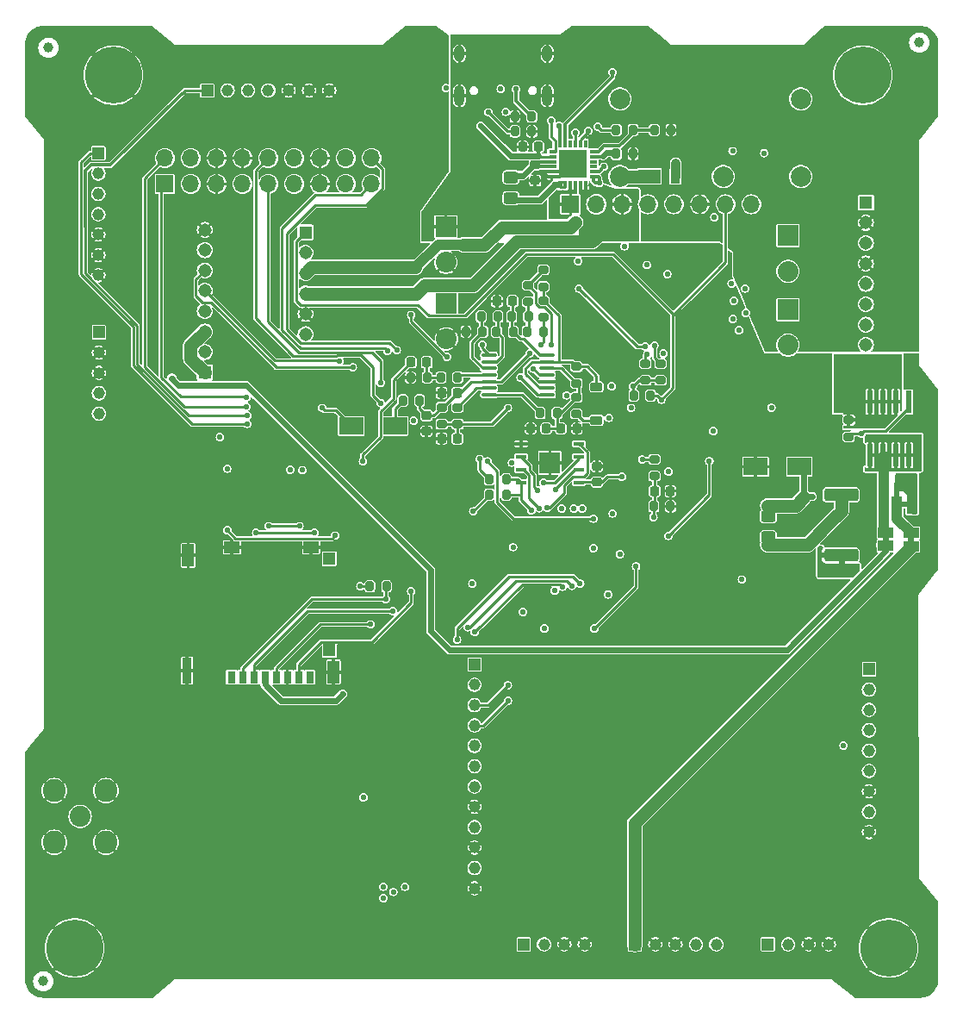
<source format=gbl>
%TF.GenerationSoftware,KiCad,Pcbnew,8.0.5*%
%TF.CreationDate,2024-11-23T15:58:24-08:00*%
%TF.ProjectId,mainboard,6d61696e-626f-4617-9264-2e6b69636164,06b*%
%TF.SameCoordinates,Original*%
%TF.FileFunction,Copper,L4,Bot*%
%TF.FilePolarity,Positive*%
%FSLAX46Y46*%
G04 Gerber Fmt 4.6, Leading zero omitted, Abs format (unit mm)*
G04 Created by KiCad (PCBNEW 8.0.5) date 2024-11-23 15:58:24*
%MOMM*%
%LPD*%
G01*
G04 APERTURE LIST*
G04 Aperture macros list*
%AMRoundRect*
0 Rectangle with rounded corners*
0 $1 Rounding radius*
0 $2 $3 $4 $5 $6 $7 $8 $9 X,Y pos of 4 corners*
0 Add a 4 corners polygon primitive as box body*
4,1,4,$2,$3,$4,$5,$6,$7,$8,$9,$2,$3,0*
0 Add four circle primitives for the rounded corners*
1,1,$1+$1,$2,$3*
1,1,$1+$1,$4,$5*
1,1,$1+$1,$6,$7*
1,1,$1+$1,$8,$9*
0 Add four rect primitives between the rounded corners*
20,1,$1+$1,$2,$3,$4,$5,0*
20,1,$1+$1,$4,$5,$6,$7,0*
20,1,$1+$1,$6,$7,$8,$9,0*
20,1,$1+$1,$8,$9,$2,$3,0*%
G04 Aperture macros list end*
%TA.AperFunction,EtchedComponent*%
%ADD10C,0.000000*%
%TD*%
%TA.AperFunction,ComponentPad*%
%ADD11C,5.600000*%
%TD*%
%TA.AperFunction,ComponentPad*%
%ADD12C,2.006600*%
%TD*%
%TA.AperFunction,ComponentPad*%
%ADD13C,2.050000*%
%TD*%
%TA.AperFunction,ComponentPad*%
%ADD14C,2.250000*%
%TD*%
%TA.AperFunction,ComponentPad*%
%ADD15R,2.032000X2.032000*%
%TD*%
%TA.AperFunction,ComponentPad*%
%ADD16C,2.032000*%
%TD*%
%TA.AperFunction,ComponentPad*%
%ADD17O,1.000000X2.100000*%
%TD*%
%TA.AperFunction,ComponentPad*%
%ADD18O,1.000000X1.600000*%
%TD*%
%TA.AperFunction,ComponentPad*%
%ADD19C,0.600000*%
%TD*%
%TA.AperFunction,ComponentPad*%
%ADD20R,1.150000X1.150000*%
%TD*%
%TA.AperFunction,ComponentPad*%
%ADD21C,1.150000*%
%TD*%
%TA.AperFunction,ComponentPad*%
%ADD22R,1.308000X1.308000*%
%TD*%
%TA.AperFunction,ComponentPad*%
%ADD23C,1.308000*%
%TD*%
%TA.AperFunction,SMDPad,CuDef*%
%ADD24R,0.800000X1.240000*%
%TD*%
%TA.AperFunction,SMDPad,CuDef*%
%ADD25R,1.160000X1.200000*%
%TD*%
%TA.AperFunction,SMDPad,CuDef*%
%ADD26R,0.950000X2.500000*%
%TD*%
%TA.AperFunction,SMDPad,CuDef*%
%ADD27R,1.150000X2.200000*%
%TD*%
%TA.AperFunction,SMDPad,CuDef*%
%ADD28R,1.500000X1.150000*%
%TD*%
%TA.AperFunction,SMDPad,CuDef*%
%ADD29R,1.160000X1.250000*%
%TD*%
%TA.AperFunction,SMDPad,CuDef*%
%ADD30C,1.000000*%
%TD*%
%TA.AperFunction,SMDPad,CuDef*%
%ADD31RoundRect,0.200000X-0.200000X-0.275000X0.200000X-0.275000X0.200000X0.275000X-0.200000X0.275000X0*%
%TD*%
%TA.AperFunction,SMDPad,CuDef*%
%ADD32R,0.300000X0.800000*%
%TD*%
%TA.AperFunction,SMDPad,CuDef*%
%ADD33R,0.800000X0.300000*%
%TD*%
%TA.AperFunction,SMDPad,CuDef*%
%ADD34R,2.800000X2.800000*%
%TD*%
%TA.AperFunction,SMDPad,CuDef*%
%ADD35RoundRect,0.200000X0.200000X0.275000X-0.200000X0.275000X-0.200000X-0.275000X0.200000X-0.275000X0*%
%TD*%
%TA.AperFunction,SMDPad,CuDef*%
%ADD36RoundRect,0.225000X0.250000X-0.225000X0.250000X0.225000X-0.250000X0.225000X-0.250000X-0.225000X0*%
%TD*%
%TA.AperFunction,SMDPad,CuDef*%
%ADD37RoundRect,0.250000X-0.450000X0.325000X-0.450000X-0.325000X0.450000X-0.325000X0.450000X0.325000X0*%
%TD*%
%TA.AperFunction,SMDPad,CuDef*%
%ADD38R,0.900000X1.400000*%
%TD*%
%TA.AperFunction,SMDPad,CuDef*%
%ADD39R,2.200000X1.400000*%
%TD*%
%TA.AperFunction,ComponentPad*%
%ADD40R,1.700000X1.700000*%
%TD*%
%TA.AperFunction,ComponentPad*%
%ADD41O,1.700000X1.700000*%
%TD*%
%TA.AperFunction,SMDPad,CuDef*%
%ADD42RoundRect,0.200000X0.275000X-0.200000X0.275000X0.200000X-0.275000X0.200000X-0.275000X-0.200000X0*%
%TD*%
%TA.AperFunction,SMDPad,CuDef*%
%ADD43R,1.500000X1.000000*%
%TD*%
%TA.AperFunction,SMDPad,CuDef*%
%ADD44RoundRect,0.225000X-0.225000X-0.250000X0.225000X-0.250000X0.225000X0.250000X-0.225000X0.250000X0*%
%TD*%
%TA.AperFunction,SMDPad,CuDef*%
%ADD45RoundRect,0.200000X-0.275000X0.200000X-0.275000X-0.200000X0.275000X-0.200000X0.275000X0.200000X0*%
%TD*%
%TA.AperFunction,SMDPad,CuDef*%
%ADD46RoundRect,0.225000X0.225000X0.250000X-0.225000X0.250000X-0.225000X-0.250000X0.225000X-0.250000X0*%
%TD*%
%TA.AperFunction,SMDPad,CuDef*%
%ADD47R,2.350000X1.700000*%
%TD*%
%TA.AperFunction,SMDPad,CuDef*%
%ADD48R,0.609600X2.209800*%
%TD*%
%TA.AperFunction,SMDPad,CuDef*%
%ADD49RoundRect,0.250000X-1.425000X0.362500X-1.425000X-0.362500X1.425000X-0.362500X1.425000X0.362500X0*%
%TD*%
%TA.AperFunction,SMDPad,CuDef*%
%ADD50RoundRect,0.100000X-0.637500X-0.100000X0.637500X-0.100000X0.637500X0.100000X-0.637500X0.100000X0*%
%TD*%
%TA.AperFunction,SMDPad,CuDef*%
%ADD51R,1.050000X0.450000*%
%TD*%
%TA.AperFunction,SMDPad,CuDef*%
%ADD52R,2.100000X2.100000*%
%TD*%
%TA.AperFunction,SMDPad,CuDef*%
%ADD53R,1.000000X1.500000*%
%TD*%
%TA.AperFunction,SMDPad,CuDef*%
%ADD54RoundRect,0.225000X-0.250000X0.225000X-0.250000X-0.225000X0.250000X-0.225000X0.250000X0.225000X0*%
%TD*%
%TA.AperFunction,SMDPad,CuDef*%
%ADD55RoundRect,0.225000X-0.375000X0.225000X-0.375000X-0.225000X0.375000X-0.225000X0.375000X0.225000X0*%
%TD*%
%TA.AperFunction,ViaPad*%
%ADD56C,0.600000*%
%TD*%
%TA.AperFunction,ViaPad*%
%ADD57C,0.584200*%
%TD*%
%TA.AperFunction,ViaPad*%
%ADD58C,1.168400*%
%TD*%
%TA.AperFunction,Conductor*%
%ADD59C,0.234950*%
%TD*%
%TA.AperFunction,Conductor*%
%ADD60C,0.609600*%
%TD*%
%TA.AperFunction,Conductor*%
%ADD61C,0.271780*%
%TD*%
%TA.AperFunction,Conductor*%
%ADD62C,1.270000*%
%TD*%
%TA.AperFunction,Conductor*%
%ADD63C,0.279400*%
%TD*%
%TA.AperFunction,Conductor*%
%ADD64C,0.300000*%
%TD*%
%TA.AperFunction,Conductor*%
%ADD65C,0.337947*%
%TD*%
%TA.AperFunction,Conductor*%
%ADD66C,1.000000*%
%TD*%
%TA.AperFunction,Conductor*%
%ADD67C,0.889000*%
%TD*%
G04 APERTURE END LIST*
D10*
%TA.AperFunction,EtchedComponent*%
G36*
X183450000Y-103400000D02*
G01*
X182850000Y-103400000D01*
X182850000Y-102900000D01*
X183450000Y-102900000D01*
X183450000Y-103400000D01*
G37*
%TD.AperFunction*%
%TA.AperFunction,EtchedComponent*%
G36*
X185950000Y-103425000D02*
G01*
X185350000Y-103425000D01*
X185350000Y-102925000D01*
X185950000Y-102925000D01*
X185950000Y-103425000D01*
G37*
%TD.AperFunction*%
D11*
X107236100Y-57564100D03*
X103426100Y-143294100D03*
X183426100Y-143294100D03*
X180896100Y-57564100D03*
D12*
X157000000Y-67500000D03*
X157000000Y-59880000D03*
X167160000Y-67500000D03*
X174780000Y-59880000D03*
X174780000Y-67500000D03*
D13*
X103949500Y-130365500D03*
D14*
X106489500Y-127825500D03*
X101409500Y-127825500D03*
X106489500Y-132905500D03*
X101409500Y-132905500D03*
D15*
X173532800Y-80572200D03*
D16*
X173532800Y-84072200D03*
D15*
X139954000Y-79959200D03*
D16*
X139954000Y-83459200D03*
D17*
X149872000Y-59553000D03*
D18*
X149872000Y-55413000D03*
D17*
X141232000Y-59553000D03*
D18*
X141232000Y-55413000D03*
D15*
X139903200Y-72440800D03*
D16*
X139903200Y-75940800D03*
D15*
X173532800Y-73307800D03*
D16*
X173532800Y-76807800D03*
D19*
X149326667Y-103010000D03*
X149326667Y-104143333D03*
X149326667Y-105276666D03*
X150460000Y-103010000D03*
X150460000Y-104143333D03*
X150460000Y-105276666D03*
X151593333Y-103010000D03*
X151593333Y-104143333D03*
X151593333Y-105276666D03*
D20*
X158484001Y-142920000D03*
D21*
X160484002Y-142920000D03*
X162484001Y-142920000D03*
X164484002Y-142920000D03*
X166484000Y-142920000D03*
D20*
X105800000Y-82799999D03*
D21*
X105800000Y-84800000D03*
X105800000Y-86799999D03*
X105800000Y-88800000D03*
X105800000Y-90799998D03*
D22*
X181200000Y-70050001D03*
D23*
X181200000Y-72050002D03*
X181200000Y-74050001D03*
X181200000Y-76050002D03*
X181200000Y-78050000D03*
X181200000Y-80050001D03*
X181200000Y-82050000D03*
X181200000Y-84050001D03*
D20*
X142720000Y-115430000D03*
D21*
X142720000Y-117430001D03*
X142720000Y-119430000D03*
X142720000Y-121430001D03*
X142720000Y-123429999D03*
X142720000Y-125430000D03*
X142720000Y-127429999D03*
X142720000Y-129430000D03*
X142720000Y-131430001D03*
X142720000Y-133430000D03*
X142720000Y-135430000D03*
X142720000Y-137430000D03*
D20*
X147550000Y-142920000D03*
D21*
X149550000Y-142920000D03*
X151550000Y-142920000D03*
X153550000Y-142920000D03*
D22*
X126100000Y-73000000D03*
D23*
X126100000Y-75000000D03*
X126100000Y-77000000D03*
X126100000Y-79000000D03*
X126100000Y-81000000D03*
X126100000Y-83000000D03*
D22*
X116205000Y-86739999D03*
D23*
X116205000Y-84739998D03*
X116205000Y-82739999D03*
X116205000Y-80739998D03*
X116205000Y-78740000D03*
X116205000Y-76739999D03*
X116205000Y-74740000D03*
X116205000Y-72739999D03*
D20*
X105750000Y-65214001D03*
D21*
X105750000Y-67214002D03*
X105750000Y-69214001D03*
X105750000Y-71214002D03*
X105750000Y-73214000D03*
X105750000Y-75214001D03*
X105750000Y-77214000D03*
D20*
X171550000Y-142920000D03*
D21*
X173550000Y-142920000D03*
X175550000Y-142920000D03*
X177550000Y-142920000D03*
D20*
X116450001Y-59050000D03*
D21*
X118450002Y-59050000D03*
X120450001Y-59050000D03*
X122450002Y-59050000D03*
X124450000Y-59050000D03*
X126450001Y-59050000D03*
X128450000Y-59050000D03*
D20*
X181491000Y-115900000D03*
D21*
X181491000Y-117900001D03*
X181491000Y-119900000D03*
X181491000Y-121900001D03*
X181491000Y-123899999D03*
X181491000Y-125900000D03*
X181491000Y-127899999D03*
X181491000Y-129900000D03*
X181491000Y-131900001D03*
D24*
X118816800Y-116677200D03*
X119916800Y-116677200D03*
X121016800Y-116677200D03*
X122116800Y-116677200D03*
X123216800Y-116677200D03*
X124316800Y-116677200D03*
X125416800Y-116677200D03*
X126516800Y-116677200D03*
D25*
X128456800Y-105047200D03*
D26*
X114471800Y-116047200D03*
D27*
X128861800Y-116197200D03*
X114571800Y-104717200D03*
D28*
X118876800Y-103922200D03*
X126656800Y-103922200D03*
D29*
X128456800Y-114047200D03*
D30*
X186436000Y-54356000D03*
D31*
X146700000Y-61604600D03*
X148350000Y-61604600D03*
D32*
X151150000Y-64294000D03*
X151650000Y-64294000D03*
X152150000Y-64294000D03*
X152650000Y-64294000D03*
X153150000Y-64294000D03*
X153650000Y-64294000D03*
D33*
X154400000Y-65044000D03*
X154400000Y-65544000D03*
X154400000Y-66044000D03*
X154400000Y-66544000D03*
X154400000Y-67044000D03*
X154400000Y-67544000D03*
D32*
X153650000Y-68294000D03*
X153150000Y-68294000D03*
X152650000Y-68294000D03*
X152150000Y-68294000D03*
X151650000Y-68294000D03*
X151150000Y-68294000D03*
D33*
X150400000Y-67544000D03*
X150400000Y-67044000D03*
X150400000Y-66544000D03*
X150400000Y-66044000D03*
X150400000Y-65544000D03*
X150400000Y-65044000D03*
D34*
X152400000Y-66294000D03*
D35*
X158305000Y-65278000D03*
X156655000Y-65278000D03*
D36*
X148666200Y-67900000D03*
X148666200Y-66350000D03*
D35*
X162038800Y-62941200D03*
X160388800Y-62941200D03*
D31*
X156655000Y-62941200D03*
X158305000Y-62941200D03*
D35*
X148350000Y-63075000D03*
X146700000Y-63075000D03*
D37*
X146300000Y-67575000D03*
X146300000Y-69625000D03*
D38*
X162461000Y-67500500D03*
D39*
X159911000Y-67500500D03*
D40*
X152146000Y-70231000D03*
D41*
X154686000Y-70231000D03*
X157226000Y-70231000D03*
X159766000Y-70231000D03*
X162306000Y-70231000D03*
X164846000Y-70231000D03*
X167386000Y-70231000D03*
X169926000Y-70231000D03*
D35*
X134075000Y-107750000D03*
X132425000Y-107750000D03*
D42*
X161000000Y-87525000D03*
X161000000Y-85875000D03*
D30*
X100838000Y-54864000D03*
D42*
X159500000Y-87525000D03*
X159500000Y-85875000D03*
X152750000Y-87825000D03*
X152750000Y-86175000D03*
D31*
X149175000Y-90750000D03*
X150825000Y-90750000D03*
D35*
X149525000Y-82750000D03*
X147875000Y-82750000D03*
X146525000Y-82750000D03*
X144875000Y-82750000D03*
D42*
X179500000Y-93075000D03*
X179500000Y-91425000D03*
D43*
X183150000Y-102500000D03*
X183150000Y-103800000D03*
D35*
X143525000Y-82750000D03*
X141875000Y-82750000D03*
D44*
X144925000Y-79750000D03*
X146475000Y-79750000D03*
D31*
X144175000Y-97250000D03*
X145825000Y-97250000D03*
D45*
X149500000Y-79675000D03*
X149500000Y-81325000D03*
X160400000Y-95275000D03*
X160400000Y-96925000D03*
X141045000Y-90175000D03*
X141045000Y-91825000D03*
D35*
X161990000Y-99900000D03*
X160340000Y-99900000D03*
D44*
X148225000Y-92250000D03*
X149775000Y-92250000D03*
D31*
X158375000Y-89000000D03*
X160025000Y-89000000D03*
D46*
X152775000Y-92250000D03*
X151225000Y-92250000D03*
D44*
X136475000Y-85750000D03*
X138025000Y-85750000D03*
D31*
X135675000Y-89500000D03*
X137325000Y-89500000D03*
D44*
X139475000Y-88750000D03*
X141025000Y-88750000D03*
D37*
X171600000Y-100875000D03*
X171600000Y-102925000D03*
D31*
X136425000Y-87250000D03*
X138075000Y-87250000D03*
D43*
X185650000Y-102525000D03*
X185650000Y-103825000D03*
D30*
X100330000Y-146558000D03*
D47*
X174650000Y-96012000D03*
X170350000Y-96012000D03*
D42*
X139500000Y-91825000D03*
X139500000Y-90175000D03*
D31*
X139425000Y-87250000D03*
X141075000Y-87250000D03*
D44*
X139475000Y-93250000D03*
X141025000Y-93250000D03*
D35*
X145025000Y-81250000D03*
X143375000Y-81250000D03*
D48*
X181595000Y-89633800D03*
X182865000Y-89633800D03*
X184135000Y-89633800D03*
X185405000Y-89633800D03*
X185405000Y-94866200D03*
X184135000Y-94866200D03*
X182865000Y-94866200D03*
X181595000Y-94866200D03*
D45*
X149500000Y-76675000D03*
X149500000Y-78325000D03*
D44*
X147450000Y-64575000D03*
X149000000Y-64575000D03*
D49*
X178765200Y-98764500D03*
X178765200Y-104689500D03*
D50*
X144137500Y-88950000D03*
X144137500Y-88300000D03*
X144137500Y-87650000D03*
X144137500Y-87000000D03*
X144137500Y-86350000D03*
X144137500Y-85700000D03*
X144137500Y-85050000D03*
X149862500Y-85050000D03*
X149862500Y-85700000D03*
X149862500Y-86350000D03*
X149862500Y-87000000D03*
X149862500Y-87650000D03*
X149862500Y-88300000D03*
X149862500Y-88950000D03*
D51*
X147285000Y-97560000D03*
X147285000Y-96290000D03*
X147285000Y-95020000D03*
X147285000Y-93750000D03*
X152985000Y-93750000D03*
X152985000Y-95020000D03*
X152985000Y-96290000D03*
X152985000Y-97560000D03*
D52*
X150135000Y-95655000D03*
D47*
X134900000Y-92000000D03*
X130600000Y-92000000D03*
D35*
X148025000Y-81250000D03*
X146375000Y-81250000D03*
D53*
X184225000Y-99675000D03*
X182925000Y-99675000D03*
D54*
X138000000Y-90975000D03*
X138000000Y-92525000D03*
D45*
X152750000Y-89175000D03*
X152750000Y-90825000D03*
X148000000Y-78175000D03*
X148000000Y-79825000D03*
D40*
X112280000Y-68240000D03*
D41*
X112280000Y-65700000D03*
X114820000Y-68240000D03*
X114820000Y-65700000D03*
X117360000Y-68240000D03*
X117360000Y-65700000D03*
X119900000Y-68240000D03*
X119900000Y-65700000D03*
X122440000Y-68240000D03*
X122440000Y-65700000D03*
X124980000Y-68240000D03*
X124980000Y-65700000D03*
X127520000Y-68240000D03*
X127520000Y-65700000D03*
X130060000Y-68240000D03*
X130060000Y-65700000D03*
X132600000Y-68240000D03*
X132600000Y-65700000D03*
D35*
X145825000Y-98750000D03*
X144175000Y-98750000D03*
D55*
X154700000Y-88150000D03*
X154700000Y-91450000D03*
D36*
X154750000Y-97525000D03*
X154750000Y-95975000D03*
D44*
X160425000Y-98400000D03*
X161975000Y-98400000D03*
D56*
X114490500Y-130492500D03*
X112712500Y-130492500D03*
X108018580Y-129528060D03*
X109283500Y-132667500D03*
X110553500Y-132667500D03*
X109283500Y-131397500D03*
X110553500Y-131397500D03*
X109288580Y-127038860D03*
X111828580Y-129528060D03*
X111828580Y-127038860D03*
X109288580Y-129528060D03*
X110558580Y-127038860D03*
X110558580Y-128308860D03*
X111828580Y-128308860D03*
X109288580Y-128308860D03*
X110558580Y-129528060D03*
X138500000Y-140800000D03*
X138500000Y-138641000D03*
X113601500Y-131381500D03*
X108013500Y-131397500D03*
X111823500Y-132667500D03*
X111823500Y-134175500D03*
X115379500Y-136588500D03*
X111823500Y-136588500D03*
X113093500Y-136588500D03*
X114236500Y-136588500D03*
X110553500Y-136588500D03*
X109283500Y-136588500D03*
X110553500Y-134175500D03*
X109283500Y-134175500D03*
X116395500Y-136588500D03*
X113601500Y-129528060D03*
X116395500Y-131635500D03*
X137357000Y-140800000D03*
X172132218Y-91811736D03*
X111823500Y-135318500D03*
X110553500Y-135318500D03*
X109283500Y-135318500D03*
X116395500Y-132667500D03*
D57*
X114998500Y-132675400D03*
D56*
X121340000Y-123510000D03*
X122729900Y-123510000D03*
X122094900Y-121922500D03*
X122094900Y-124843500D03*
X137944000Y-139657000D03*
X137357000Y-138641000D03*
X135745937Y-139720948D03*
D57*
X172974000Y-106426000D03*
X138085200Y-144263400D03*
X138250000Y-88500000D03*
X177038000Y-107696000D03*
X150000000Y-89750000D03*
X172210000Y-95170000D03*
X152082500Y-93027500D03*
X180000000Y-95250000D03*
X162000000Y-103800000D03*
X184090000Y-107390000D03*
X128000000Y-112500000D03*
X147250000Y-91500000D03*
X165000000Y-135470000D03*
X162200000Y-89100000D03*
X126000000Y-118000000D03*
X140400000Y-106500000D03*
X146000000Y-85750000D03*
X159700000Y-109400000D03*
X166824836Y-124314836D03*
X185480000Y-106080000D03*
X143185200Y-143563400D03*
X155450000Y-74450000D03*
X164860000Y-126790000D03*
X151000000Y-89500000D03*
X126000000Y-111750000D03*
X116250000Y-115750000D03*
X146250000Y-78250000D03*
X128000000Y-93250000D03*
X134000000Y-93500000D03*
X154000000Y-92500000D03*
X136500000Y-131200000D03*
X140400000Y-101000000D03*
X154700000Y-116600000D03*
X148600000Y-115800000D03*
X135659575Y-126277000D03*
X166800000Y-115140425D03*
X171958000Y-96774000D03*
X133883937Y-144258948D03*
X186810000Y-104740000D03*
X172900000Y-95900000D03*
X158750000Y-81250000D03*
X138285200Y-135863400D03*
X177000000Y-90550992D03*
X137000000Y-88250000D03*
X142200000Y-81600000D03*
X161800000Y-100900000D03*
X148807525Y-93707525D03*
X172466000Y-107188000D03*
X172974000Y-107950000D03*
X127850000Y-87500000D03*
X172466000Y-108712000D03*
X160700000Y-105100000D03*
X131883937Y-143258948D03*
X171958000Y-106426000D03*
X138000000Y-93750000D03*
X170400000Y-94300000D03*
X154750000Y-79250000D03*
X156200000Y-94900000D03*
X171958000Y-107950000D03*
X146800000Y-93100000D03*
X142800000Y-92450000D03*
X134383937Y-139758948D03*
X159000000Y-79000000D03*
X114998500Y-131635500D03*
X164175000Y-80300000D03*
X153600000Y-111400000D03*
X159500000Y-80500000D03*
X111000000Y-101500000D03*
X176030000Y-115140425D03*
X170570000Y-97300000D03*
X165227000Y-75717400D03*
X153400000Y-117000000D03*
X128383937Y-139258948D03*
X167000000Y-103750000D03*
X140400000Y-103500000D03*
X116750000Y-105000000D03*
X113445596Y-101663500D03*
X142500000Y-107500000D03*
X151750000Y-89000000D03*
X151300000Y-100100000D03*
X131500000Y-107750000D03*
X129800000Y-118300000D03*
X169000000Y-107100000D03*
X124600000Y-96300000D03*
X155900000Y-91200000D03*
X157000000Y-104600000D03*
X131800000Y-128500000D03*
X139900000Y-58800000D03*
X125800000Y-96350000D03*
X142600000Y-100400000D03*
X153300000Y-100100000D03*
X166200000Y-92500000D03*
X171900000Y-90200000D03*
X179000000Y-123400000D03*
X158100000Y-90250000D03*
X146400000Y-95600000D03*
X158300000Y-88100000D03*
X147475000Y-110275000D03*
X161800000Y-96500000D03*
X156200000Y-88100000D03*
X149587500Y-111887500D03*
X157200000Y-97000000D03*
X118400000Y-96200000D03*
X159639000Y-76200054D03*
X155850000Y-108550000D03*
X117700000Y-93100000D03*
X156300000Y-100600000D03*
X136750000Y-91500000D03*
X151400000Y-107800000D03*
X142750000Y-112250000D03*
X142063233Y-111763233D03*
X152300000Y-107700000D03*
X134729937Y-137765148D03*
X133764737Y-138374748D03*
X159500000Y-84200000D03*
X159200000Y-95300000D03*
X133764737Y-137257148D03*
X166300000Y-71500000D03*
X168000000Y-78000000D03*
X179800000Y-106600000D03*
X178816000Y-105664000D03*
X171200000Y-65200000D03*
X168200000Y-79700000D03*
X168100000Y-81500000D03*
X153000000Y-78500000D03*
X127750000Y-90250000D03*
X169300000Y-78500000D03*
X168086600Y-65013400D03*
X135898337Y-137257148D03*
X168700000Y-82600000D03*
X169400000Y-80900000D03*
X150250000Y-62000000D03*
X145300000Y-58900000D03*
X151000000Y-62500000D03*
X145800000Y-61150000D03*
X161300000Y-84900000D03*
X161662185Y-77080185D03*
X131750000Y-95500000D03*
X180594000Y-90424000D03*
X179855000Y-89685000D03*
X160300000Y-101000000D03*
X175082200Y-99040000D03*
X175950000Y-98940000D03*
X152900000Y-75800000D03*
X157479994Y-74358508D03*
X150622000Y-68326000D03*
X154965400Y-68122800D03*
X143500000Y-84000000D03*
X146000000Y-90250000D03*
X144100000Y-61200000D03*
X146800000Y-58928000D03*
X153180000Y-55630000D03*
X168656000Y-74250000D03*
X148400000Y-68900000D03*
X149250000Y-61200000D03*
D56*
X151485600Y-66675004D03*
D57*
X142400000Y-61200000D03*
X148800000Y-71000000D03*
X143300000Y-62500000D03*
X154853201Y-62600400D03*
X133500000Y-87750000D03*
X133500000Y-89750000D03*
D58*
X152600000Y-72000000D03*
D57*
X145988825Y-117500000D03*
X120300000Y-89200000D03*
X162486000Y-66192400D03*
X134000000Y-109000000D03*
X154500000Y-111900000D03*
X158600000Y-105800000D03*
X177800000Y-101346000D03*
X154400000Y-104000000D03*
X150600000Y-108200000D03*
X146500000Y-103900000D03*
X152500000Y-100100000D03*
X156293504Y-57256998D03*
X155448000Y-66548000D03*
X140000000Y-85200000D03*
X136500000Y-81100000D03*
X132500000Y-111500000D03*
X136500000Y-108250000D03*
X134711768Y-110211768D03*
X146000000Y-119000000D03*
X161075000Y-89425000D03*
X153100000Y-107500000D03*
X141000000Y-113000000D03*
X148300000Y-100300000D03*
X165800000Y-95450001D03*
X161800000Y-102800000D03*
X120300000Y-90100000D03*
X143250000Y-95250000D03*
X130750000Y-86250000D03*
X154400000Y-101100000D03*
X144000000Y-95500000D03*
X184410000Y-97920000D03*
X185810000Y-96970000D03*
X184750000Y-97075000D03*
X185480000Y-97980000D03*
X129450000Y-85650000D03*
X134150000Y-84650000D03*
X135075000Y-84575000D03*
X121250000Y-102500000D03*
X127000002Y-102500000D03*
X153900000Y-63000000D03*
X159700000Y-85000000D03*
X148942025Y-98342025D03*
X160400000Y-84100000D03*
X152650000Y-63200000D03*
X180750000Y-92750000D03*
X113000000Y-87300000D03*
X120400000Y-91800000D03*
X120400000Y-91000000D03*
X149500000Y-97600000D03*
X149850000Y-100020000D03*
X149050000Y-100080000D03*
X150700000Y-98300000D03*
X125500000Y-101840425D03*
X122500000Y-101840425D03*
X129020000Y-102770000D03*
X118410000Y-102240000D03*
X148500000Y-86374999D03*
X150250000Y-84000000D03*
X150900000Y-71400000D03*
D58*
X154650869Y-73534609D03*
D57*
X147250000Y-87250000D03*
X149250000Y-84000000D03*
X148125000Y-84875000D03*
D59*
X153020000Y-97525000D02*
X152985000Y-97560000D01*
D60*
X122116800Y-117406800D02*
X122116800Y-116677200D01*
D59*
X158300000Y-88925000D02*
X158375000Y-89000000D01*
X157200000Y-97000000D02*
X155800000Y-97000000D01*
D61*
X132425000Y-107750000D02*
X131500000Y-107750000D01*
D59*
X158875000Y-87525000D02*
X158300000Y-88100000D01*
X161000000Y-87525000D02*
X158875000Y-87525000D01*
D60*
X129126400Y-118973600D02*
X123683600Y-118973600D01*
X123683600Y-118973600D02*
X122116800Y-117406800D01*
D59*
X154750000Y-97525000D02*
X153020000Y-97525000D01*
X144250000Y-98750000D02*
X142600000Y-100400000D01*
D60*
X129800000Y-118300000D02*
X129126400Y-118973600D01*
D59*
X155275000Y-97525000D02*
X154750000Y-97525000D01*
X155800000Y-97000000D02*
X155275000Y-97525000D01*
X158300000Y-88100000D02*
X158300000Y-88925000D01*
X147465050Y-107534950D02*
X142750000Y-112250000D01*
X151134950Y-107534950D02*
X147465050Y-107534950D01*
X151400000Y-107800000D02*
X151134950Y-107534950D01*
X142236767Y-111763233D02*
X142063233Y-111763233D01*
X146800000Y-107200000D02*
X142236767Y-111763233D01*
X152300000Y-107700000D02*
X151800000Y-107200000D01*
X151800000Y-107200000D02*
X146800000Y-107200000D01*
D62*
X156907704Y-67500500D02*
X156892300Y-67485096D01*
D61*
X127750000Y-90250000D02*
X128000000Y-90500000D01*
D59*
X159200000Y-95300000D02*
X160375000Y-95300000D01*
D61*
X158700000Y-84200000D02*
X153000000Y-78500000D01*
D62*
X159936000Y-67500500D02*
X156907704Y-67500500D01*
D61*
X159500000Y-84200000D02*
X158700000Y-84200000D01*
X129100000Y-90500000D02*
X130600000Y-92000000D01*
D59*
X160375000Y-95300000D02*
X160400000Y-95275000D01*
D60*
X178816000Y-105664000D02*
X178816000Y-104740300D01*
D61*
X128000000Y-90500000D02*
X129100000Y-90500000D01*
D60*
X178816000Y-104740300D02*
X178765200Y-104689500D01*
D63*
X150250000Y-63600000D02*
X150646828Y-63996828D01*
X150616600Y-65044000D02*
X150622000Y-65049400D01*
X150400000Y-65044000D02*
X150647400Y-65044000D01*
X150250000Y-62000000D02*
X150291802Y-62041802D01*
X150250000Y-62000000D02*
X150250000Y-63600000D01*
X150400000Y-65044000D02*
X150616600Y-65044000D01*
X150647400Y-65044000D02*
X150647400Y-63996828D01*
X150646828Y-63996828D02*
X150647400Y-63996828D01*
D64*
X151000000Y-62500000D02*
X151150000Y-62650000D01*
X151150000Y-62650000D02*
X151150000Y-64294000D01*
D61*
X138025000Y-85750000D02*
X138025000Y-87200000D01*
X138025000Y-87200000D02*
X138075000Y-87250000D01*
X138075000Y-87250000D02*
X139425000Y-87250000D01*
X133489110Y-93085890D02*
X133489110Y-90588906D01*
X133489110Y-90588906D02*
X134750000Y-89328016D01*
X134750000Y-89328016D02*
X134750000Y-87475000D01*
X131750000Y-95500000D02*
X131750000Y-94825000D01*
X134750000Y-87475000D02*
X136475000Y-85750000D01*
X131750000Y-94825000D02*
X133489110Y-93085890D01*
D59*
X160340000Y-99900000D02*
X160340000Y-100960000D01*
X160425000Y-98400000D02*
X160425000Y-99815000D01*
X160400000Y-96925000D02*
X160400000Y-98375000D01*
X160200000Y-99775000D02*
X160225000Y-99800000D01*
X160340000Y-100960000D02*
X160300000Y-101000000D01*
D62*
X171547200Y-99827400D02*
X174294800Y-99827400D01*
X174294800Y-99827400D02*
X175082200Y-99040000D01*
D60*
X174735600Y-96012000D02*
X175082200Y-96358600D01*
X175082200Y-96358600D02*
X175082200Y-99040000D01*
X175182200Y-98940000D02*
X175082200Y-99040000D01*
X175950000Y-98940000D02*
X175182200Y-98940000D01*
D63*
X148967100Y-66544000D02*
X148666200Y-66243100D01*
D64*
X150400000Y-66544000D02*
X148967100Y-66544000D01*
D60*
X148666200Y-66243100D02*
X147509300Y-67400000D01*
X147509300Y-67400000D02*
X146300000Y-67400000D01*
D63*
X148865300Y-66044000D02*
X148666200Y-66243100D01*
D64*
X150400000Y-66044000D02*
X148865300Y-66044000D01*
D61*
X151650000Y-68516500D02*
X151150000Y-68516500D01*
D60*
X151003000Y-68326000D02*
X150876000Y-68326000D01*
X149148000Y-69800000D02*
X146300000Y-69800000D01*
D61*
X151650000Y-68072000D02*
X151150000Y-68072000D01*
D60*
X150622000Y-68326000D02*
X149148000Y-69800000D01*
D64*
X154400000Y-67544000D02*
X154920000Y-67544000D01*
X154965400Y-67589400D02*
X154965400Y-68122800D01*
X154920000Y-67544000D02*
X154965400Y-67589400D01*
X154400000Y-67977000D02*
X154545800Y-68122800D01*
X154545800Y-68122800D02*
X154965400Y-68122800D01*
X154400000Y-67544000D02*
X154400000Y-67977000D01*
D61*
X141045000Y-91825000D02*
X139500000Y-91825000D01*
X143500000Y-84412500D02*
X144137500Y-85050000D01*
X141045000Y-91825000D02*
X141045000Y-93230000D01*
X141045000Y-93230000D02*
X141025000Y-93250000D01*
X143500000Y-84000000D02*
X143500000Y-84412500D01*
X141045000Y-91825000D02*
X144425000Y-91825000D01*
X144425000Y-91825000D02*
X146000000Y-90250000D01*
D63*
X144100000Y-61200000D02*
X145975000Y-63075000D01*
X145975000Y-63075000D02*
X146525000Y-63075000D01*
D65*
X146800000Y-60054600D02*
X148350000Y-61604600D01*
X146800000Y-58928000D02*
X146800000Y-60054600D01*
D64*
X149733000Y-67538600D02*
X151118000Y-67538600D01*
X149733000Y-67044000D02*
X151118000Y-67044000D01*
D61*
X150400000Y-67544000D02*
X150261000Y-67544000D01*
X150241000Y-67564000D02*
X150241000Y-67881500D01*
X150261000Y-67544000D02*
X150241000Y-67564000D01*
D60*
X146275000Y-65475000D02*
X148979200Y-65475000D01*
D63*
X150400000Y-65544000D02*
X149048200Y-65544000D01*
X154853201Y-62600400D02*
X155194001Y-62941200D01*
X155194001Y-62941200D02*
X156718000Y-62941200D01*
X149048200Y-65544000D02*
X148979200Y-65475000D01*
D65*
X149000000Y-64400000D02*
X149000000Y-65254200D01*
X149000000Y-65254200D02*
X149100000Y-65354200D01*
D60*
X143300000Y-62500000D02*
X146275000Y-65475000D01*
D59*
X133500000Y-85626778D02*
X132630297Y-84757075D01*
X125465050Y-84765050D02*
X122440000Y-81740000D01*
X132630297Y-84757075D02*
X129080138Y-84757075D01*
X129080138Y-84757075D02*
X129072163Y-84765050D01*
X129072163Y-84765050D02*
X125465050Y-84765050D01*
X133500000Y-87750000D02*
X133500000Y-85626778D01*
X122440000Y-81740000D02*
X122440000Y-68240000D01*
X132750000Y-89000000D02*
X132750000Y-86250000D01*
X131592025Y-85092025D02*
X129218879Y-85092025D01*
X124900000Y-85100000D02*
X121250000Y-81450000D01*
X132750000Y-86250000D02*
X131592025Y-85092025D01*
X129218879Y-85092025D02*
X129210904Y-85100000D01*
X121250000Y-66890000D02*
X122440000Y-65700000D01*
X133500000Y-89750000D02*
X132750000Y-89000000D01*
X121250000Y-81450000D02*
X121250000Y-66890000D01*
X129210904Y-85100000D02*
X124900000Y-85100000D01*
D62*
X126654000Y-76446000D02*
X126100000Y-77000000D01*
X143700000Y-74200000D02*
X141646000Y-74200000D01*
X152600000Y-72000000D02*
X152100000Y-72500000D01*
D66*
X141646000Y-74200000D02*
X139184112Y-74200000D01*
D62*
X145400000Y-72500000D02*
X143700000Y-74200000D01*
D66*
X136921712Y-76446000D02*
X139175912Y-74191800D01*
D62*
X116205000Y-82739999D02*
X114816000Y-84128999D01*
X132396000Y-76446000D02*
X126654000Y-76446000D01*
X114816000Y-84128999D02*
X114816000Y-85350999D01*
X152100000Y-72500000D02*
X145400000Y-72500000D01*
X114816000Y-85350999D02*
X116205000Y-86739999D01*
X132396000Y-76446000D02*
X136921712Y-76446000D01*
D66*
X139184112Y-74200000D02*
X139175912Y-74191800D01*
D59*
X144058825Y-119430000D02*
X145988825Y-117500000D01*
X142720000Y-119430000D02*
X144058825Y-119430000D01*
X120254000Y-89154000D02*
X120300000Y-89200000D01*
X111900000Y-87211200D02*
X113842800Y-89154000D01*
X112280000Y-68240000D02*
X111900000Y-68620000D01*
X113842800Y-89154000D02*
X120254000Y-89154000D01*
X111900000Y-68620000D02*
X111900000Y-87211200D01*
D67*
X162486000Y-67500500D02*
X162486000Y-66192400D01*
D59*
X119916800Y-115822250D02*
X126739050Y-109000000D01*
X119916800Y-116677200D02*
X119916800Y-115822250D01*
X126739050Y-109000000D02*
X134000000Y-109000000D01*
X134000000Y-107825000D02*
X134075000Y-107750000D01*
X134000000Y-109000000D02*
X134000000Y-107825000D01*
X158600000Y-105800000D02*
X158600000Y-107800000D01*
X158600000Y-107800000D02*
X154500000Y-111900000D01*
D62*
X178765200Y-98764500D02*
X178765200Y-100380800D01*
X171547200Y-103677400D02*
X175468600Y-103677400D01*
X178765200Y-100380800D02*
X177800000Y-101346000D01*
X175468600Y-103677400D02*
X177800000Y-101346000D01*
D61*
X149862500Y-85700000D02*
X148359860Y-85700000D01*
X149500000Y-79675000D02*
X151000000Y-81175000D01*
X148359860Y-85700000D02*
X147750000Y-86309860D01*
X154700000Y-88150000D02*
X154700000Y-87050000D01*
X151000000Y-81175000D02*
X151000000Y-85700000D01*
X152275000Y-85700000D02*
X152750000Y-86175000D01*
X149500000Y-78325000D02*
X149500000Y-79675000D01*
X154700000Y-87050000D02*
X153825000Y-86175000D01*
X151000000Y-85700000D02*
X152275000Y-85700000D01*
X152750000Y-86175000D02*
X153825000Y-86175000D01*
X147750000Y-86924999D02*
X149125001Y-88300000D01*
X149862500Y-85700000D02*
X151000000Y-85700000D01*
X149125001Y-88300000D02*
X149862500Y-88300000D01*
X147750000Y-86309860D02*
X147750000Y-86924999D01*
X153375000Y-91450000D02*
X152750000Y-90825000D01*
X154700000Y-91450000D02*
X153375000Y-91450000D01*
D64*
X151650000Y-62350000D02*
X156293504Y-57706496D01*
X151650000Y-64294000D02*
X151650000Y-62350000D01*
X156293504Y-57706496D02*
X156293504Y-57256998D01*
X155204192Y-66804794D02*
X155204192Y-66791808D01*
X154964986Y-67044000D02*
X155204192Y-66804794D01*
X155204192Y-66791808D02*
X155448000Y-66548000D01*
X154400000Y-67044000D02*
X154964986Y-67044000D01*
D59*
X140000000Y-85200000D02*
X139950402Y-85200000D01*
X139950402Y-85200000D02*
X136500000Y-81749598D01*
X136500000Y-81749598D02*
X136500000Y-81100000D01*
X127539050Y-111500000D02*
X132500000Y-111500000D01*
X123216800Y-116677200D02*
X123216800Y-115822250D01*
X123216800Y-115822250D02*
X127539050Y-111500000D01*
X136500000Y-108250000D02*
X136500000Y-109356316D01*
X125416800Y-115447250D02*
X125416800Y-116677200D01*
X136500000Y-109356316D02*
X132651591Y-113204725D01*
X127659325Y-113204725D02*
X125416800Y-115447250D01*
X132651591Y-113204725D02*
X127659325Y-113204725D01*
X121016800Y-116677200D02*
X121016800Y-115483200D01*
X126288232Y-110211768D02*
X134711768Y-110211768D01*
X121016800Y-115483200D02*
X126288232Y-110211768D01*
X143569999Y-121430001D02*
X142720000Y-121430001D01*
X146000000Y-119000000D02*
X143569999Y-121430001D01*
X167386000Y-70231000D02*
X167386000Y-75914000D01*
X162200000Y-88300000D02*
X162200000Y-81100000D01*
X156350000Y-75150000D02*
X162250000Y-81050000D01*
X126100000Y-73100000D02*
X126000000Y-73100000D01*
X125228525Y-79757050D02*
X125600000Y-80128525D01*
X160650000Y-89000000D02*
X160025000Y-89000000D01*
X161075000Y-89425000D02*
X162200000Y-88300000D01*
X126000000Y-73100000D02*
X125228525Y-73871475D01*
X141807325Y-81192675D02*
X147850000Y-75150000D01*
X167386000Y-75914000D02*
X162250000Y-81050000D01*
X137149668Y-80128525D02*
X138213818Y-81192675D01*
X138213818Y-81192675D02*
X141807325Y-81192675D01*
X125228525Y-73871475D02*
X125228525Y-79757050D01*
X161075000Y-89425000D02*
X160650000Y-89000000D01*
X147850000Y-75150000D02*
X156350000Y-75150000D01*
X162200000Y-81100000D02*
X162250000Y-81050000D01*
X125600000Y-80128525D02*
X137149668Y-80128525D01*
D61*
X134900000Y-90275000D02*
X135675000Y-89500000D01*
X134925000Y-91975000D02*
X134900000Y-92000000D01*
X134900000Y-92000000D02*
X134900000Y-90275000D01*
D59*
X146093684Y-106800000D02*
X141000000Y-111893684D01*
X152400000Y-106800000D02*
X146093684Y-106800000D01*
X141000000Y-111893684D02*
X141000000Y-113000000D01*
X153100000Y-107500000D02*
X152400000Y-106800000D01*
D64*
X154400000Y-65044000D02*
X154935396Y-65044000D01*
X158267500Y-62941200D02*
X160426300Y-62941200D01*
X158267500Y-63220500D02*
X158267500Y-62992000D01*
X154935396Y-65044000D02*
X155463395Y-64516000D01*
X155463395Y-64516000D02*
X156972000Y-64516000D01*
X156972000Y-64516000D02*
X158267500Y-63220500D01*
X158267500Y-62992000D02*
X158267500Y-62941200D01*
D60*
X155676600Y-65125600D02*
X155346400Y-65455800D01*
X156514800Y-65125600D02*
X155676600Y-65125600D01*
D63*
X155334400Y-65544000D02*
X155346400Y-65532000D01*
D64*
X154400000Y-65544000D02*
X155334400Y-65544000D01*
D60*
X156464000Y-65125600D02*
X155901000Y-65125600D01*
D59*
X146975000Y-97250000D02*
X147285000Y-97560000D01*
X147285000Y-99285000D02*
X147285000Y-98750000D01*
X148300000Y-100300000D02*
X147285000Y-99285000D01*
X145825000Y-97250000D02*
X146975000Y-97250000D01*
X147285000Y-98750000D02*
X147285000Y-97560000D01*
X145825000Y-98750000D02*
X147285000Y-98750000D01*
X165800000Y-98800000D02*
X161800000Y-102800000D01*
X165800000Y-95450001D02*
X165800000Y-98800000D01*
X110300000Y-86220800D02*
X114179200Y-90100000D01*
X114179200Y-90100000D02*
X120300000Y-90100000D01*
X110300000Y-67680000D02*
X110300000Y-86220800D01*
X112280000Y-65700000D02*
X110300000Y-67680000D01*
X143250000Y-96325000D02*
X144175000Y-97250000D01*
X143250000Y-95250000D02*
X143250000Y-96325000D01*
X123241309Y-86250000D02*
X116859832Y-79868523D01*
X144950000Y-96450000D02*
X144950000Y-99500000D01*
X115968523Y-79868523D02*
X115333525Y-79233525D01*
X146550000Y-101100000D02*
X154400000Y-101100000D01*
X115333525Y-77611474D02*
X116205000Y-76739999D01*
X116859832Y-79868523D02*
X115968523Y-79868523D01*
X144950000Y-99500000D02*
X146550000Y-101100000D01*
X144000000Y-95500000D02*
X144950000Y-96450000D01*
X115333525Y-79233525D02*
X115333525Y-77611474D01*
X130750000Y-86250000D02*
X123241309Y-86250000D01*
D66*
X184225000Y-99675000D02*
X184225000Y-101100000D01*
X184225000Y-101100000D02*
X185650000Y-102525000D01*
D59*
X123065000Y-85600000D02*
X116205000Y-78740000D01*
X129450000Y-85650000D02*
X129400000Y-85600000D01*
X129400000Y-85600000D02*
X123065000Y-85600000D01*
X127092525Y-69307475D02*
X131532525Y-69307475D01*
X133900000Y-84400000D02*
X125600000Y-84400000D01*
X134150000Y-84650000D02*
X133900000Y-84400000D01*
X123800000Y-72600000D02*
X127092525Y-69307475D01*
X131532525Y-69307475D02*
X132600000Y-68240000D01*
X123800000Y-82600000D02*
X123800000Y-72600000D01*
X125600000Y-84400000D02*
X123800000Y-82600000D01*
X124300000Y-73100000D02*
X127100000Y-70300000D01*
X133667475Y-68682163D02*
X133667475Y-66767475D01*
X127100000Y-70300000D02*
X132049638Y-70300000D01*
X132049638Y-70300000D02*
X133667475Y-68682163D01*
X134371475Y-83871475D02*
X125639023Y-83871475D01*
X125639023Y-83871475D02*
X124300000Y-82532452D01*
X135075000Y-84575000D02*
X134371475Y-83871475D01*
X124300000Y-82532452D02*
X124300000Y-73100000D01*
X133667475Y-66767475D02*
X132600000Y-65700000D01*
X159500000Y-85875000D02*
X159500000Y-85200000D01*
X159500000Y-85200000D02*
X159700000Y-85000000D01*
X153150000Y-63848130D02*
X153150000Y-64294000D01*
X153900000Y-63098130D02*
X153150000Y-63848130D01*
X153900000Y-63000000D02*
X153900000Y-63098130D01*
D61*
X141325000Y-87000000D02*
X144137500Y-87000000D01*
X141075000Y-87250000D02*
X141325000Y-87000000D01*
X144137500Y-88300000D02*
X142920000Y-88300000D01*
X142920000Y-88300000D02*
X141045000Y-90175000D01*
D59*
X148150000Y-96381310D02*
X148150000Y-95885000D01*
X148600000Y-96831310D02*
X148150000Y-96381310D01*
X148600000Y-98000000D02*
X148600000Y-96831310D01*
X148942025Y-98342025D02*
X148600000Y-98000000D01*
X148150000Y-95885000D02*
X147285000Y-95020000D01*
X160400000Y-85275000D02*
X161000000Y-85875000D01*
X152650000Y-63200000D02*
X152650000Y-64294000D01*
X160400000Y-84100000D02*
X160400000Y-85275000D01*
X183113450Y-92500000D02*
X181000000Y-92500000D01*
X180750000Y-92750000D02*
X179825000Y-92750000D01*
X181000000Y-92500000D02*
X180750000Y-92750000D01*
X185405000Y-90208450D02*
X185405000Y-89633800D01*
X179825000Y-92750000D02*
X179500000Y-93075000D01*
X183113450Y-92500000D02*
X185405000Y-90208450D01*
X182425000Y-103750000D02*
X182425000Y-103675000D01*
D60*
X173454014Y-114000000D02*
X183150000Y-104304014D01*
X183150000Y-104304014D02*
X183150000Y-103800000D01*
X140250000Y-114000000D02*
X173454014Y-114000000D01*
X120270000Y-88020000D02*
X138422993Y-106172993D01*
X113000000Y-87400000D02*
X113000000Y-87300000D01*
X138422993Y-106172993D02*
X138422993Y-112172993D01*
X113000000Y-87300000D02*
X112900000Y-87300000D01*
X138422993Y-112172993D02*
X140250000Y-114000000D01*
X113000000Y-87400000D02*
X113620000Y-88020000D01*
X113620000Y-88020000D02*
X120270000Y-88020000D01*
X112900000Y-87300000D02*
X113000000Y-87400000D01*
D62*
X158484001Y-130990999D02*
X158484001Y-142920000D01*
X185650000Y-103825000D02*
X158484001Y-130990999D01*
D66*
X182925000Y-99675000D02*
X182925000Y-94926200D01*
X182925000Y-99675000D02*
X182925000Y-102275000D01*
X182925000Y-102275000D02*
X183150000Y-102500000D01*
D59*
X182925000Y-94926200D02*
X182865000Y-94866200D01*
X109213552Y-86081732D02*
X114931820Y-91800000D01*
X105750000Y-65214001D02*
X104940050Y-65214001D01*
X104063551Y-66090500D02*
X104063551Y-77121970D01*
X104940050Y-65214001D02*
X104063551Y-66090500D01*
X114931820Y-91800000D02*
X120400000Y-91800000D01*
X109213552Y-82271971D02*
X109213552Y-86081732D01*
X104063551Y-77121970D02*
X109213552Y-82271971D01*
X116450001Y-59050000D02*
X114250000Y-59050000D01*
X114250000Y-59050000D02*
X113915000Y-59385000D01*
X109548502Y-85942992D02*
X114605510Y-91000000D01*
X114605510Y-91000000D02*
X120400000Y-91000000D01*
X109548502Y-82133231D02*
X109548502Y-85942992D01*
X104450000Y-72425000D02*
X104450000Y-77034729D01*
X104450000Y-77034729D02*
X109548502Y-82133231D01*
X150610000Y-97600000D02*
X152985000Y-95225000D01*
X152985000Y-95225000D02*
X152985000Y-95020000D01*
X149500000Y-97600000D02*
X150610000Y-97600000D01*
X151520622Y-98593768D02*
X151520622Y-97829378D01*
X151520622Y-97829378D02*
X152350000Y-97000000D01*
X152350000Y-97000000D02*
X153459950Y-97000000D01*
X153800000Y-94565000D02*
X152985000Y-93750000D01*
X150094390Y-100020000D02*
X151520622Y-98593768D01*
X153800000Y-96659950D02*
X153800000Y-94565000D01*
X149850000Y-100020000D02*
X150094390Y-100020000D01*
X153459950Y-97000000D02*
X153800000Y-96659950D01*
X148100000Y-99130000D02*
X149050000Y-100080000D01*
X147285000Y-96290000D02*
X147585000Y-96290000D01*
X148100000Y-96805000D02*
X148100000Y-99130000D01*
X147585000Y-96290000D02*
X148100000Y-96805000D01*
X150700000Y-98150000D02*
X152560000Y-96290000D01*
X150700000Y-98300000D02*
X150700000Y-98150000D01*
X152560000Y-96290000D02*
X152985000Y-96290000D01*
X125500000Y-101840425D02*
X122500000Y-101840425D01*
X128732025Y-103057975D02*
X119227975Y-103057975D01*
X119227975Y-103057975D02*
X118410000Y-102240000D01*
X129020000Y-102770000D02*
X128732025Y-103057975D01*
D61*
X144137500Y-88950000D02*
X147375000Y-88950000D01*
X147375000Y-88950000D02*
X149175000Y-90750000D01*
X149038906Y-80310890D02*
X148710890Y-79982874D01*
X148500000Y-86374999D02*
X149125001Y-87000000D01*
X148710890Y-79982874D02*
X148710890Y-78885890D01*
X149125001Y-87000000D02*
X149862500Y-87000000D01*
X149582874Y-80310890D02*
X149038906Y-80310890D01*
X148710890Y-78885890D02*
X148000000Y-78175000D01*
X150250000Y-84000000D02*
X150250000Y-80978016D01*
X150250000Y-80978016D02*
X149582874Y-80310890D01*
X149500000Y-76675000D02*
X148000000Y-78175000D01*
D63*
X152150000Y-68294000D02*
X152150000Y-68576000D01*
D64*
X152150000Y-68294000D02*
X152150000Y-68830000D01*
X152650000Y-68294000D02*
X152650000Y-68830000D01*
D62*
X146900000Y-73900000D02*
X142591800Y-78208200D01*
X137000000Y-79000000D02*
X126100000Y-79000000D01*
D64*
X153150000Y-68294000D02*
X153150000Y-68822000D01*
D62*
X154650869Y-73534609D02*
X154285478Y-73900000D01*
D63*
X153150000Y-68294000D02*
X153150000Y-68504500D01*
D62*
X154285478Y-73900000D02*
X146900000Y-73900000D01*
X137791800Y-78208200D02*
X137000000Y-79000000D01*
D63*
X153650000Y-68294000D02*
X153650000Y-68496500D01*
D62*
X142591800Y-78208200D02*
X137791800Y-78208200D01*
D64*
X153650000Y-68294000D02*
X153650000Y-68814000D01*
D61*
X149862500Y-88950000D02*
X148950000Y-88950000D01*
X148950000Y-88950000D02*
X147250000Y-87250000D01*
X152750000Y-87825000D02*
X152976390Y-88051390D01*
X150825000Y-92175000D02*
X150825000Y-90750000D01*
X152976390Y-88051390D02*
X152976390Y-88948610D01*
X151175000Y-90750000D02*
X152750000Y-89175000D01*
X152976390Y-88948610D02*
X152750000Y-89175000D01*
X150750000Y-92250000D02*
X151225000Y-92250000D01*
X150750000Y-92250000D02*
X150825000Y-92175000D01*
X149862500Y-86350000D02*
X151275000Y-86350000D01*
X151275000Y-86350000D02*
X152750000Y-87825000D01*
X150825000Y-90750000D02*
X151175000Y-90750000D01*
X149775000Y-92250000D02*
X150750000Y-92250000D01*
X141025000Y-88750000D02*
X141250000Y-88750000D01*
X139600000Y-90175000D02*
X141025000Y-88750000D01*
X149500000Y-81325000D02*
X149500000Y-82725000D01*
X142350000Y-87650000D02*
X144137500Y-87650000D01*
X137325000Y-89500000D02*
X137325000Y-90300000D01*
X144137500Y-87650000D02*
X145350000Y-87650000D01*
X139500000Y-90175000D02*
X139600000Y-90175000D01*
X149525000Y-83725000D02*
X149250000Y-84000000D01*
X138000000Y-90975000D02*
X138700000Y-90975000D01*
X145350000Y-87650000D02*
X148125000Y-84875000D01*
X149500000Y-82725000D02*
X149525000Y-82750000D01*
X149525000Y-82750000D02*
X149525000Y-83725000D01*
X138700000Y-90975000D02*
X139500000Y-90175000D01*
X137325000Y-90300000D02*
X138000000Y-90975000D01*
X141250000Y-88750000D02*
X142350000Y-87650000D01*
X146475000Y-79750000D02*
X146475000Y-81150000D01*
X149125001Y-85050000D02*
X147535891Y-83460890D01*
X147535891Y-83460890D02*
X147235890Y-83460890D01*
X149862500Y-85050000D02*
X149125001Y-85050000D01*
X146475000Y-81150000D02*
X146375000Y-81250000D01*
X146375000Y-82600000D02*
X146525000Y-82750000D01*
X146375000Y-81250000D02*
X146375000Y-82600000D01*
X147235890Y-83460890D02*
X146525000Y-82750000D01*
X148025000Y-81250000D02*
X148025000Y-82600000D01*
X148025000Y-82600000D02*
X147875000Y-82750000D01*
X148000000Y-81225000D02*
X148025000Y-81250000D01*
X148000000Y-79825000D02*
X148000000Y-81225000D01*
X145025000Y-82600000D02*
X144875000Y-82750000D01*
X145425000Y-85149999D02*
X144874999Y-85700000D01*
X145425000Y-85149999D02*
X145425000Y-83300000D01*
X145425000Y-83300000D02*
X144875000Y-82750000D01*
X145025000Y-81250000D02*
X145025000Y-82600000D01*
X144874999Y-85700000D02*
X144137500Y-85700000D01*
X143375000Y-82600000D02*
X143525000Y-82750000D01*
X143572210Y-86350000D02*
X144137500Y-86350000D01*
X142500000Y-85277790D02*
X143572210Y-86350000D01*
X142500000Y-83775000D02*
X142500000Y-85277790D01*
X143525000Y-82750000D02*
X142500000Y-83775000D01*
X143375000Y-81250000D02*
X143375000Y-82600000D01*
D59*
X121250000Y-102500000D02*
X127000002Y-102500000D01*
D65*
X113915000Y-59385000D02*
X106929972Y-66370028D01*
X105029972Y-66370028D02*
X104450000Y-66950000D01*
X106929972Y-66370028D02*
X105029972Y-66370028D01*
X104450000Y-66950000D02*
X104450000Y-72425000D01*
%TA.AperFunction,Conductor*%
G36*
X186508144Y-52689734D02*
G01*
X186736894Y-52704727D01*
X186744998Y-52705793D01*
X186967838Y-52750119D01*
X186975713Y-52752229D01*
X187190867Y-52825264D01*
X187198398Y-52828383D01*
X187402178Y-52928876D01*
X187409258Y-52932964D01*
X187598160Y-53059185D01*
X187604645Y-53064161D01*
X187775466Y-53213966D01*
X187781233Y-53219733D01*
X187896051Y-53350659D01*
X187931037Y-53390553D01*
X187936014Y-53397039D01*
X188062235Y-53585941D01*
X188066323Y-53593021D01*
X188166811Y-53796790D01*
X188169937Y-53804339D01*
X188242967Y-54019475D01*
X188245083Y-54027372D01*
X188289405Y-54250200D01*
X188290472Y-54258305D01*
X188305466Y-54487055D01*
X188305600Y-54491143D01*
X188305600Y-54534584D01*
X188305681Y-54535403D01*
X188318135Y-61578646D01*
X188304336Y-61617929D01*
X186491874Y-63871259D01*
X186487369Y-63876279D01*
X186469225Y-63894423D01*
X186469220Y-63894431D01*
X186468380Y-63896460D01*
X186459350Y-63911695D01*
X186457971Y-63913409D01*
X186457970Y-63913411D01*
X186450762Y-63938043D01*
X186448521Y-63944404D01*
X186438701Y-63968113D01*
X186438700Y-63968120D01*
X186438700Y-63970307D01*
X186436186Y-63987856D01*
X186435569Y-63989963D01*
X186438336Y-64015481D01*
X186438700Y-64022218D01*
X186438700Y-84690500D01*
X186420394Y-84734694D01*
X186376200Y-84753000D01*
X181753096Y-84753000D01*
X181708902Y-84734694D01*
X181690596Y-84690500D01*
X181708902Y-84646306D01*
X181759245Y-84595963D01*
X181814867Y-84540341D01*
X181908562Y-84391227D01*
X181966727Y-84225001D01*
X181986445Y-84050001D01*
X181966727Y-83875001D01*
X181908562Y-83708775D01*
X181908559Y-83708771D01*
X181908559Y-83708769D01*
X181908558Y-83708768D01*
X181814868Y-83559662D01*
X181690338Y-83435132D01*
X181541232Y-83341442D01*
X181541231Y-83341441D01*
X181541226Y-83341439D01*
X181418602Y-83298531D01*
X181374998Y-83283273D01*
X181200000Y-83263556D01*
X181025001Y-83283273D01*
X180858768Y-83341441D01*
X180858767Y-83341442D01*
X180709661Y-83435132D01*
X180585131Y-83559662D01*
X180491441Y-83708768D01*
X180491440Y-83708769D01*
X180433272Y-83875002D01*
X180413555Y-84050001D01*
X180433272Y-84224999D01*
X180453641Y-84283210D01*
X180476731Y-84349198D01*
X180491440Y-84391232D01*
X180491441Y-84391233D01*
X180585131Y-84540339D01*
X180691098Y-84646306D01*
X180709404Y-84690500D01*
X180691098Y-84734694D01*
X180646904Y-84753000D01*
X174572164Y-84753000D01*
X174527970Y-84734694D01*
X174509664Y-84690500D01*
X174516216Y-84662641D01*
X174534814Y-84625291D01*
X174603650Y-84487050D01*
X174661645Y-84283218D01*
X174664750Y-84249709D01*
X174681199Y-84072204D01*
X174681199Y-84072195D01*
X174661646Y-83861189D01*
X174661644Y-83861177D01*
X174622217Y-83722608D01*
X174603650Y-83657350D01*
X174509189Y-83467646D01*
X174381477Y-83298529D01*
X174224865Y-83155758D01*
X174224866Y-83155758D01*
X174044688Y-83044196D01*
X174044686Y-83044195D01*
X173941025Y-83004037D01*
X173847074Y-82967640D01*
X173847071Y-82967639D01*
X173847070Y-82967639D01*
X173638765Y-82928700D01*
X173638761Y-82928700D01*
X173426839Y-82928700D01*
X173426834Y-82928700D01*
X173218529Y-82967639D01*
X173020913Y-83044195D01*
X173020911Y-83044196D01*
X172840733Y-83155758D01*
X172722486Y-83263556D01*
X172685350Y-83297411D01*
X172684121Y-83298531D01*
X172684119Y-83298533D01*
X172556411Y-83467646D01*
X172461950Y-83657349D01*
X172403955Y-83861177D01*
X172403953Y-83861189D01*
X172384401Y-84072195D01*
X172384401Y-84072204D01*
X172403953Y-84283210D01*
X172403955Y-84283222D01*
X172457373Y-84470963D01*
X172461950Y-84487050D01*
X172529175Y-84622057D01*
X172549384Y-84662641D01*
X172552696Y-84710362D01*
X172521295Y-84746448D01*
X172493436Y-84753000D01*
X171314842Y-84753000D01*
X171270648Y-84734694D01*
X171257108Y-84714438D01*
X170152341Y-82050000D01*
X180413555Y-82050000D01*
X180433272Y-82224998D01*
X180491440Y-82391231D01*
X180491441Y-82391232D01*
X180585131Y-82540338D01*
X180709661Y-82664868D01*
X180858767Y-82758558D01*
X180858768Y-82758559D01*
X180858770Y-82758559D01*
X180858774Y-82758562D01*
X181025000Y-82816727D01*
X181200000Y-82836445D01*
X181375000Y-82816727D01*
X181541226Y-82758562D01*
X181690340Y-82664867D01*
X181814867Y-82540340D01*
X181908562Y-82391226D01*
X181966727Y-82225000D01*
X181986445Y-82050000D01*
X181966727Y-81875000D01*
X181908562Y-81708774D01*
X181908559Y-81708770D01*
X181908559Y-81708768D01*
X181908558Y-81708767D01*
X181814868Y-81559661D01*
X181690338Y-81435131D01*
X181541232Y-81341441D01*
X181541231Y-81341440D01*
X181541226Y-81341438D01*
X181377361Y-81284099D01*
X181374998Y-81283272D01*
X181200000Y-81263555D01*
X181025001Y-81283272D01*
X180858768Y-81341440D01*
X180858767Y-81341441D01*
X180709661Y-81435131D01*
X180585131Y-81559661D01*
X180491441Y-81708767D01*
X180491440Y-81708768D01*
X180433272Y-81875001D01*
X180413555Y-82050000D01*
X170152341Y-82050000D01*
X169774228Y-81138080D01*
X169774211Y-81090245D01*
X169776266Y-81085782D01*
X169804037Y-81031280D01*
X169824830Y-80900000D01*
X169824830Y-80899997D01*
X169824830Y-80899996D01*
X169804038Y-80768725D01*
X169804037Y-80768723D01*
X169804037Y-80768720D01*
X169804035Y-80768717D01*
X169804035Y-80768715D01*
X169743695Y-80650291D01*
X169649708Y-80556304D01*
X169526898Y-80493730D01*
X169527521Y-80492507D01*
X169495369Y-80465042D01*
X169493326Y-80460611D01*
X169395633Y-80224999D01*
X169113119Y-79543642D01*
X172389300Y-79543642D01*
X172389300Y-81600757D01*
X172396698Y-81637948D01*
X172396698Y-81637949D01*
X172424877Y-81680122D01*
X172453057Y-81698950D01*
X172467052Y-81708302D01*
X172504242Y-81715700D01*
X172504243Y-81715700D01*
X174561357Y-81715700D01*
X174561358Y-81715700D01*
X174598548Y-81708302D01*
X174640722Y-81680122D01*
X174668902Y-81637948D01*
X174676300Y-81600758D01*
X174676300Y-80050001D01*
X180413555Y-80050001D01*
X180433272Y-80224999D01*
X180433273Y-80225001D01*
X180483562Y-80368720D01*
X180491440Y-80391232D01*
X180491441Y-80391233D01*
X180585131Y-80540339D01*
X180709661Y-80664869D01*
X180858767Y-80758559D01*
X180858768Y-80758560D01*
X180858770Y-80758560D01*
X180858774Y-80758563D01*
X181025000Y-80816728D01*
X181200000Y-80836446D01*
X181375000Y-80816728D01*
X181541226Y-80758563D01*
X181690340Y-80664868D01*
X181814867Y-80540341D01*
X181908562Y-80391227D01*
X181966727Y-80225001D01*
X181986445Y-80050001D01*
X181966727Y-79875001D01*
X181908562Y-79708775D01*
X181908559Y-79708771D01*
X181908559Y-79708769D01*
X181908558Y-79708768D01*
X181814868Y-79559662D01*
X181690338Y-79435132D01*
X181541232Y-79341442D01*
X181541231Y-79341441D01*
X181541226Y-79341439D01*
X181433600Y-79303779D01*
X181374998Y-79283273D01*
X181200000Y-79263556D01*
X181025001Y-79283273D01*
X180858768Y-79341441D01*
X180858767Y-79341442D01*
X180709661Y-79435132D01*
X180585131Y-79559662D01*
X180491441Y-79708768D01*
X180491440Y-79708769D01*
X180433272Y-79875002D01*
X180413555Y-80050001D01*
X174676300Y-80050001D01*
X174676300Y-79543642D01*
X174668902Y-79506452D01*
X174668901Y-79506450D01*
X174640722Y-79464277D01*
X174598548Y-79436098D01*
X174589288Y-79434256D01*
X174561358Y-79428700D01*
X172504242Y-79428700D01*
X172485647Y-79432399D01*
X172467051Y-79436098D01*
X172467050Y-79436098D01*
X172424877Y-79464277D01*
X172396698Y-79506450D01*
X172396698Y-79506451D01*
X172389300Y-79543642D01*
X169113119Y-79543642D01*
X168680391Y-78500003D01*
X168680388Y-78499996D01*
X168875170Y-78499996D01*
X168875170Y-78500003D01*
X168895961Y-78631274D01*
X168895964Y-78631284D01*
X168956304Y-78749708D01*
X169050291Y-78843695D01*
X169168715Y-78904035D01*
X169168717Y-78904035D01*
X169168720Y-78904037D01*
X169168723Y-78904037D01*
X169168725Y-78904038D01*
X169299997Y-78924830D01*
X169300000Y-78924830D01*
X169300003Y-78924830D01*
X169431274Y-78904038D01*
X169431274Y-78904037D01*
X169431280Y-78904037D01*
X169549709Y-78843695D01*
X169643695Y-78749709D01*
X169704037Y-78631280D01*
X169714417Y-78565744D01*
X169724830Y-78500003D01*
X169724830Y-78499996D01*
X169704038Y-78368725D01*
X169704037Y-78368723D01*
X169704037Y-78368720D01*
X169704035Y-78368717D01*
X169704035Y-78368715D01*
X169643695Y-78250291D01*
X169549708Y-78156304D01*
X169431284Y-78095964D01*
X169431274Y-78095961D01*
X169300003Y-78075170D01*
X169299997Y-78075170D01*
X169168725Y-78095961D01*
X169168715Y-78095964D01*
X169050291Y-78156304D01*
X168956304Y-78250291D01*
X168895964Y-78368715D01*
X168895961Y-78368725D01*
X168875170Y-78499996D01*
X168680388Y-78499996D01*
X168493805Y-78050000D01*
X180413555Y-78050000D01*
X180433272Y-78224998D01*
X180491440Y-78391231D01*
X180491441Y-78391232D01*
X180585131Y-78540338D01*
X180709661Y-78664868D01*
X180858767Y-78758558D01*
X180858768Y-78758559D01*
X180858770Y-78758559D01*
X180858774Y-78758562D01*
X181025000Y-78816727D01*
X181200000Y-78836445D01*
X181375000Y-78816727D01*
X181541226Y-78758562D01*
X181690340Y-78664867D01*
X181814867Y-78540340D01*
X181908562Y-78391226D01*
X181966727Y-78225000D01*
X181986445Y-78050000D01*
X181966727Y-77875000D01*
X181908562Y-77708774D01*
X181908559Y-77708770D01*
X181908559Y-77708768D01*
X181908558Y-77708767D01*
X181814868Y-77559661D01*
X181690338Y-77435131D01*
X181541232Y-77341441D01*
X181541231Y-77341440D01*
X181541226Y-77341438D01*
X181465623Y-77314983D01*
X181374998Y-77283272D01*
X181200000Y-77263555D01*
X181025001Y-77283272D01*
X180858768Y-77341440D01*
X180858767Y-77341441D01*
X180709661Y-77435131D01*
X180585131Y-77559661D01*
X180491441Y-77708767D01*
X180491440Y-77708768D01*
X180433272Y-77875001D01*
X180413555Y-78050000D01*
X168493805Y-78050000D01*
X168152766Y-77227494D01*
X168148000Y-77203556D01*
X168148000Y-76807795D01*
X172384401Y-76807795D01*
X172384401Y-76807804D01*
X172403953Y-77018810D01*
X172403955Y-77018822D01*
X172456517Y-77203556D01*
X172461950Y-77222650D01*
X172556411Y-77412354D01*
X172581593Y-77445700D01*
X172679364Y-77575170D01*
X172684123Y-77581471D01*
X172840734Y-77724241D01*
X172840733Y-77724241D01*
X173020911Y-77835803D01*
X173020913Y-77835804D01*
X173020915Y-77835805D01*
X173218526Y-77912360D01*
X173426839Y-77951300D01*
X173426842Y-77951300D01*
X173638758Y-77951300D01*
X173638761Y-77951300D01*
X173847074Y-77912360D01*
X174044685Y-77835805D01*
X174224865Y-77724242D01*
X174381477Y-77581471D01*
X174509189Y-77412354D01*
X174603650Y-77222650D01*
X174661645Y-77018818D01*
X174661646Y-77018810D01*
X174681199Y-76807804D01*
X174681199Y-76807795D01*
X174661646Y-76596789D01*
X174661644Y-76596777D01*
X174632721Y-76495124D01*
X174603650Y-76392950D01*
X174509189Y-76203246D01*
X174393463Y-76050001D01*
X180414058Y-76050001D01*
X180414058Y-76050002D01*
X180433762Y-76224889D01*
X180491893Y-76391013D01*
X180557310Y-76495123D01*
X180557311Y-76495124D01*
X180834864Y-76217569D01*
X180879920Y-76295608D01*
X180954394Y-76370082D01*
X181032431Y-76415136D01*
X180754877Y-76692690D01*
X180858988Y-76758108D01*
X181025112Y-76816239D01*
X181200000Y-76835944D01*
X181374887Y-76816239D01*
X181541005Y-76758110D01*
X181541010Y-76758108D01*
X181645121Y-76692690D01*
X181645122Y-76692690D01*
X181367568Y-76415136D01*
X181445606Y-76370082D01*
X181520080Y-76295608D01*
X181565134Y-76217570D01*
X181842688Y-76495124D01*
X181842688Y-76495123D01*
X181908106Y-76391012D01*
X181908108Y-76391007D01*
X181966237Y-76224889D01*
X181985942Y-76050002D01*
X181985942Y-76050001D01*
X181966237Y-75875114D01*
X181908106Y-75708990D01*
X181842688Y-75604879D01*
X181565134Y-75882432D01*
X181520080Y-75804396D01*
X181445606Y-75729922D01*
X181367567Y-75684866D01*
X181645122Y-75407313D01*
X181645121Y-75407312D01*
X181541011Y-75341895D01*
X181374887Y-75283764D01*
X181200000Y-75264060D01*
X181025112Y-75283764D01*
X180858988Y-75341895D01*
X180754877Y-75407312D01*
X180754877Y-75407313D01*
X181032431Y-75684867D01*
X180954394Y-75729922D01*
X180879920Y-75804396D01*
X180834865Y-75882433D01*
X180557311Y-75604879D01*
X180557310Y-75604879D01*
X180491893Y-75708990D01*
X180433762Y-75875114D01*
X180414058Y-76050001D01*
X174393463Y-76050001D01*
X174381477Y-76034129D01*
X174224865Y-75891358D01*
X174224866Y-75891358D01*
X174044688Y-75779796D01*
X174044686Y-75779795D01*
X173915948Y-75729922D01*
X173847074Y-75703240D01*
X173847071Y-75703239D01*
X173847070Y-75703239D01*
X173638765Y-75664300D01*
X173638761Y-75664300D01*
X173426839Y-75664300D01*
X173426834Y-75664300D01*
X173218529Y-75703239D01*
X173020913Y-75779795D01*
X173020911Y-75779796D01*
X172840733Y-75891358D01*
X172684121Y-76034131D01*
X172684119Y-76034133D01*
X172556411Y-76203246D01*
X172461950Y-76392949D01*
X172403955Y-76596777D01*
X172403953Y-76596789D01*
X172384401Y-76807795D01*
X168148000Y-76807795D01*
X168148000Y-74930000D01*
X168147998Y-74929998D01*
X167654432Y-74535145D01*
X167631357Y-74493243D01*
X167630975Y-74486341D01*
X167630975Y-72279242D01*
X172389300Y-72279242D01*
X172389300Y-74336357D01*
X172396698Y-74373548D01*
X172396698Y-74373549D01*
X172424877Y-74415722D01*
X172453057Y-74434550D01*
X172467052Y-74443902D01*
X172504242Y-74451300D01*
X172504243Y-74451300D01*
X174561357Y-74451300D01*
X174561358Y-74451300D01*
X174598548Y-74443902D01*
X174640722Y-74415722D01*
X174668902Y-74373548D01*
X174676300Y-74336358D01*
X174676300Y-74050001D01*
X180413555Y-74050001D01*
X180433272Y-74224999D01*
X180491440Y-74391232D01*
X180491441Y-74391233D01*
X180585131Y-74540339D01*
X180709661Y-74664869D01*
X180858767Y-74758559D01*
X180858768Y-74758560D01*
X180858770Y-74758560D01*
X180858774Y-74758563D01*
X181025000Y-74816728D01*
X181200000Y-74836446D01*
X181375000Y-74816728D01*
X181541226Y-74758563D01*
X181690340Y-74664868D01*
X181814867Y-74540341D01*
X181908562Y-74391227D01*
X181966727Y-74225001D01*
X181986445Y-74050001D01*
X181966727Y-73875001D01*
X181908562Y-73708775D01*
X181908559Y-73708771D01*
X181908559Y-73708769D01*
X181908558Y-73708768D01*
X181814868Y-73559662D01*
X181690338Y-73435132D01*
X181541232Y-73341442D01*
X181541231Y-73341441D01*
X181541226Y-73341439D01*
X181444883Y-73307727D01*
X181374998Y-73283273D01*
X181200000Y-73263556D01*
X181025001Y-73283273D01*
X180858768Y-73341441D01*
X180858767Y-73341442D01*
X180709661Y-73435132D01*
X180585131Y-73559662D01*
X180491441Y-73708768D01*
X180491440Y-73708769D01*
X180433272Y-73875002D01*
X180413555Y-74050001D01*
X174676300Y-74050001D01*
X174676300Y-72279242D01*
X174668902Y-72242052D01*
X174643741Y-72204396D01*
X174640722Y-72199877D01*
X174598548Y-72171698D01*
X174561358Y-72164300D01*
X172504242Y-72164300D01*
X172485647Y-72167999D01*
X172467051Y-72171698D01*
X172467050Y-72171698D01*
X172424877Y-72199877D01*
X172396698Y-72242050D01*
X172396698Y-72242051D01*
X172389300Y-72279242D01*
X167630975Y-72279242D01*
X167630975Y-72050001D01*
X180414058Y-72050001D01*
X180414058Y-72050002D01*
X180433762Y-72224889D01*
X180491893Y-72391013D01*
X180557310Y-72495123D01*
X180557311Y-72495124D01*
X180834864Y-72217569D01*
X180879920Y-72295608D01*
X180954394Y-72370082D01*
X181032431Y-72415136D01*
X180754877Y-72692690D01*
X180858988Y-72758108D01*
X181025112Y-72816239D01*
X181200000Y-72835944D01*
X181374887Y-72816239D01*
X181541005Y-72758110D01*
X181541010Y-72758108D01*
X181645121Y-72692690D01*
X181645122Y-72692690D01*
X181367568Y-72415136D01*
X181445606Y-72370082D01*
X181520080Y-72295608D01*
X181565134Y-72217570D01*
X181842688Y-72495124D01*
X181842688Y-72495123D01*
X181908106Y-72391012D01*
X181908108Y-72391007D01*
X181966237Y-72224889D01*
X181985942Y-72050002D01*
X181985942Y-72050001D01*
X181966237Y-71875114D01*
X181908106Y-71708990D01*
X181842688Y-71604879D01*
X181565134Y-71882432D01*
X181520080Y-71804396D01*
X181445606Y-71729922D01*
X181367567Y-71684866D01*
X181645122Y-71407313D01*
X181645121Y-71407312D01*
X181541011Y-71341895D01*
X181374887Y-71283764D01*
X181200000Y-71264060D01*
X181025112Y-71283764D01*
X180858988Y-71341895D01*
X180754877Y-71407312D01*
X180754877Y-71407313D01*
X181032431Y-71684867D01*
X180954394Y-71729922D01*
X180879920Y-71804396D01*
X180834865Y-71882433D01*
X180557311Y-71604879D01*
X180557310Y-71604879D01*
X180491893Y-71708990D01*
X180433762Y-71875114D01*
X180414058Y-72050001D01*
X167630975Y-72050001D01*
X167630975Y-71224525D01*
X167649281Y-71180331D01*
X167675331Y-71164716D01*
X167761883Y-71138462D01*
X167931698Y-71047694D01*
X168080541Y-70925541D01*
X168202694Y-70776698D01*
X168293462Y-70606883D01*
X168349357Y-70422624D01*
X168368230Y-70231000D01*
X168368230Y-70230999D01*
X168943770Y-70230999D01*
X168943770Y-70231000D01*
X168962642Y-70422622D01*
X168962643Y-70422624D01*
X169018538Y-70606883D01*
X169018539Y-70606884D01*
X169109302Y-70776692D01*
X169109306Y-70776698D01*
X169231459Y-70925541D01*
X169380302Y-71047694D01*
X169380304Y-71047695D01*
X169380307Y-71047697D01*
X169424491Y-71071313D01*
X169550117Y-71138462D01*
X169734376Y-71194357D01*
X169926000Y-71213230D01*
X170117624Y-71194357D01*
X170301883Y-71138462D01*
X170471698Y-71047694D01*
X170620541Y-70925541D01*
X170742694Y-70776698D01*
X170833462Y-70606883D01*
X170889357Y-70422624D01*
X170908230Y-70231000D01*
X170889357Y-70039376D01*
X170833462Y-69855117D01*
X170758836Y-69715501D01*
X170742697Y-69685307D01*
X170742693Y-69685301D01*
X170620541Y-69536459D01*
X170471698Y-69414306D01*
X170471692Y-69414302D01*
X170413958Y-69383443D01*
X180418500Y-69383443D01*
X180418500Y-70716558D01*
X180425898Y-70753749D01*
X180425898Y-70753750D01*
X180454077Y-70795923D01*
X180482257Y-70814751D01*
X180496252Y-70824103D01*
X180533442Y-70831501D01*
X180533443Y-70831501D01*
X181866557Y-70831501D01*
X181866558Y-70831501D01*
X181903748Y-70824103D01*
X181945922Y-70795923D01*
X181974102Y-70753749D01*
X181981500Y-70716559D01*
X181981500Y-69383443D01*
X181974102Y-69346253D01*
X181958925Y-69323539D01*
X181945922Y-69304078D01*
X181903748Y-69275899D01*
X181866558Y-69268501D01*
X180533442Y-69268501D01*
X180514847Y-69272200D01*
X180496251Y-69275899D01*
X180496250Y-69275899D01*
X180454077Y-69304078D01*
X180425898Y-69346251D01*
X180425898Y-69346252D01*
X180418500Y-69383443D01*
X170413958Y-69383443D01*
X170350256Y-69349394D01*
X170301883Y-69323538D01*
X170184111Y-69287811D01*
X170117622Y-69267642D01*
X169926000Y-69248770D01*
X169734377Y-69267642D01*
X169616604Y-69303369D01*
X169550117Y-69323538D01*
X169550115Y-69323538D01*
X169550115Y-69323539D01*
X169380307Y-69414302D01*
X169380301Y-69414306D01*
X169231459Y-69536459D01*
X169109306Y-69685301D01*
X169109302Y-69685307D01*
X169018539Y-69855115D01*
X169018538Y-69855117D01*
X169016367Y-69862274D01*
X168962642Y-70039377D01*
X168943770Y-70230999D01*
X168368230Y-70230999D01*
X168349357Y-70039376D01*
X168293462Y-69855117D01*
X168218836Y-69715501D01*
X168202697Y-69685307D01*
X168202693Y-69685301D01*
X168080541Y-69536459D01*
X167931698Y-69414306D01*
X167931692Y-69414302D01*
X167810256Y-69349394D01*
X167761883Y-69323538D01*
X167644111Y-69287811D01*
X167577622Y-69267642D01*
X167386000Y-69248770D01*
X167194377Y-69267642D01*
X167076604Y-69303369D01*
X167010117Y-69323538D01*
X167010115Y-69323538D01*
X167010115Y-69323539D01*
X166840307Y-69414302D01*
X166840301Y-69414306D01*
X166691459Y-69536459D01*
X166569306Y-69685301D01*
X166569302Y-69685307D01*
X166478539Y-69855115D01*
X166478538Y-69855117D01*
X166476367Y-69862274D01*
X166422642Y-70039377D01*
X166403770Y-70230999D01*
X166403770Y-70231000D01*
X166422642Y-70422622D01*
X166422643Y-70422624D01*
X166478538Y-70606883D01*
X166478539Y-70606884D01*
X166569302Y-70776692D01*
X166569306Y-70776698D01*
X166691459Y-70925541D01*
X166840302Y-71047694D01*
X166840304Y-71047695D01*
X166840307Y-71047697D01*
X166878249Y-71067977D01*
X167010117Y-71138462D01*
X167096667Y-71164716D01*
X167133645Y-71195062D01*
X167141025Y-71224525D01*
X167141025Y-73994381D01*
X167122719Y-74038575D01*
X167078525Y-74056881D01*
X167039481Y-74043185D01*
X166878000Y-73914000D01*
X159088568Y-73914000D01*
X159044374Y-73895694D01*
X159026068Y-73851500D01*
X159027017Y-73840648D01*
X159029900Y-73824300D01*
X159029900Y-71499996D01*
X165875170Y-71499996D01*
X165875170Y-71500003D01*
X165895961Y-71631274D01*
X165895964Y-71631284D01*
X165956304Y-71749708D01*
X166050291Y-71843695D01*
X166168715Y-71904035D01*
X166168717Y-71904035D01*
X166168720Y-71904037D01*
X166168723Y-71904037D01*
X166168725Y-71904038D01*
X166299997Y-71924830D01*
X166300000Y-71924830D01*
X166300003Y-71924830D01*
X166431274Y-71904038D01*
X166431274Y-71904037D01*
X166431280Y-71904037D01*
X166549709Y-71843695D01*
X166643695Y-71749709D01*
X166704037Y-71631280D01*
X166724830Y-71500000D01*
X166724830Y-71499996D01*
X166704038Y-71368725D01*
X166704037Y-71368723D01*
X166704037Y-71368720D01*
X166704035Y-71368717D01*
X166704035Y-71368715D01*
X166643695Y-71250291D01*
X166549708Y-71156304D01*
X166431284Y-71095964D01*
X166431274Y-71095961D01*
X166300003Y-71075170D01*
X166299997Y-71075170D01*
X166168725Y-71095961D01*
X166168715Y-71095964D01*
X166050291Y-71156304D01*
X165956304Y-71250291D01*
X165895964Y-71368715D01*
X165895961Y-71368725D01*
X165875170Y-71499996D01*
X159029900Y-71499996D01*
X159029900Y-71023579D01*
X159048206Y-70979385D01*
X159092400Y-70961079D01*
X159132047Y-70975265D01*
X159220302Y-71047694D01*
X159220304Y-71047695D01*
X159220307Y-71047697D01*
X159264491Y-71071313D01*
X159390117Y-71138462D01*
X159574376Y-71194357D01*
X159766000Y-71213230D01*
X159957624Y-71194357D01*
X160141883Y-71138462D01*
X160311698Y-71047694D01*
X160460541Y-70925541D01*
X160582694Y-70776698D01*
X160673462Y-70606883D01*
X160729357Y-70422624D01*
X160748230Y-70231000D01*
X160748230Y-70230999D01*
X161323770Y-70230999D01*
X161323770Y-70231000D01*
X161342642Y-70422622D01*
X161342643Y-70422624D01*
X161398538Y-70606883D01*
X161398539Y-70606884D01*
X161489302Y-70776692D01*
X161489306Y-70776698D01*
X161611459Y-70925541D01*
X161760302Y-71047694D01*
X161760304Y-71047695D01*
X161760307Y-71047697D01*
X161804491Y-71071313D01*
X161930117Y-71138462D01*
X162114376Y-71194357D01*
X162306000Y-71213230D01*
X162497624Y-71194357D01*
X162681883Y-71138462D01*
X162851698Y-71047694D01*
X163000541Y-70925541D01*
X163122694Y-70776698D01*
X163213462Y-70606883D01*
X163269357Y-70422624D01*
X163288230Y-70231000D01*
X163274471Y-70091300D01*
X163878033Y-70091300D01*
X164365795Y-70091300D01*
X164346000Y-70165174D01*
X164346000Y-70296826D01*
X164365795Y-70370700D01*
X163878033Y-70370700D01*
X163883136Y-70422523D01*
X163939004Y-70606692D01*
X164029720Y-70776412D01*
X164029728Y-70776423D01*
X164151812Y-70925184D01*
X164151815Y-70925187D01*
X164300576Y-71047271D01*
X164300587Y-71047279D01*
X164470307Y-71137995D01*
X164654476Y-71193863D01*
X164706300Y-71198966D01*
X164706300Y-70711205D01*
X164780174Y-70731000D01*
X164911826Y-70731000D01*
X164985700Y-70711205D01*
X164985700Y-71198966D01*
X165037523Y-71193863D01*
X165221692Y-71137995D01*
X165391412Y-71047279D01*
X165391423Y-71047271D01*
X165540184Y-70925187D01*
X165540187Y-70925184D01*
X165662271Y-70776423D01*
X165662279Y-70776412D01*
X165752995Y-70606692D01*
X165808863Y-70422523D01*
X165813967Y-70370700D01*
X165326205Y-70370700D01*
X165346000Y-70296826D01*
X165346000Y-70165174D01*
X165326205Y-70091300D01*
X165813966Y-70091300D01*
X165808863Y-70039476D01*
X165752995Y-69855307D01*
X165662279Y-69685587D01*
X165662271Y-69685576D01*
X165540187Y-69536815D01*
X165540184Y-69536812D01*
X165391423Y-69414728D01*
X165391412Y-69414720D01*
X165221692Y-69324004D01*
X165037524Y-69268136D01*
X164985700Y-69263031D01*
X164985700Y-69750794D01*
X164911826Y-69731000D01*
X164780174Y-69731000D01*
X164706300Y-69750794D01*
X164706300Y-69263032D01*
X164706299Y-69263031D01*
X164654475Y-69268136D01*
X164470307Y-69324004D01*
X164300587Y-69414720D01*
X164300576Y-69414728D01*
X164151815Y-69536812D01*
X164151812Y-69536815D01*
X164029728Y-69685576D01*
X164029720Y-69685587D01*
X163939004Y-69855307D01*
X163883136Y-70039476D01*
X163878033Y-70091300D01*
X163274471Y-70091300D01*
X163269357Y-70039376D01*
X163213462Y-69855117D01*
X163138836Y-69715501D01*
X163122697Y-69685307D01*
X163122693Y-69685301D01*
X163000541Y-69536459D01*
X162851698Y-69414306D01*
X162851692Y-69414302D01*
X162730256Y-69349394D01*
X162681883Y-69323538D01*
X162564111Y-69287811D01*
X162497622Y-69267642D01*
X162306000Y-69248770D01*
X162114377Y-69267642D01*
X161996604Y-69303369D01*
X161930117Y-69323538D01*
X161930115Y-69323538D01*
X161930115Y-69323539D01*
X161760307Y-69414302D01*
X161760301Y-69414306D01*
X161611459Y-69536459D01*
X161489306Y-69685301D01*
X161489302Y-69685307D01*
X161398539Y-69855115D01*
X161398538Y-69855117D01*
X161396367Y-69862274D01*
X161342642Y-70039377D01*
X161323770Y-70230999D01*
X160748230Y-70230999D01*
X160729357Y-70039376D01*
X160673462Y-69855117D01*
X160598836Y-69715501D01*
X160582697Y-69685307D01*
X160582693Y-69685301D01*
X160460541Y-69536459D01*
X160311698Y-69414306D01*
X160311692Y-69414302D01*
X160190256Y-69349394D01*
X160141883Y-69323538D01*
X160024111Y-69287811D01*
X159957622Y-69267642D01*
X159766000Y-69248770D01*
X159574377Y-69267642D01*
X159456604Y-69303369D01*
X159390117Y-69323538D01*
X159390115Y-69323538D01*
X159390115Y-69323539D01*
X159220307Y-69414302D01*
X159220301Y-69414306D01*
X159132050Y-69486733D01*
X159086274Y-69500619D01*
X159044087Y-69478070D01*
X159029900Y-69438420D01*
X159029900Y-68790209D01*
X159029900Y-68790200D01*
X159029300Y-68776443D01*
X159028158Y-68763385D01*
X159028157Y-68763384D01*
X159028157Y-68763379D01*
X159007604Y-68698193D01*
X159007603Y-68698192D01*
X158981887Y-68653650D01*
X158981884Y-68653644D01*
X158981875Y-68653631D01*
X158966097Y-68631097D01*
X158966096Y-68631096D01*
X158899143Y-68584216D01*
X158899137Y-68584213D01*
X158850806Y-68566623D01*
X158850805Y-68566622D01*
X158850803Y-68566622D01*
X158850799Y-68566621D01*
X158850798Y-68566621D01*
X158840922Y-68564879D01*
X158796800Y-68557100D01*
X158796797Y-68557100D01*
X157660433Y-68557100D01*
X157616239Y-68538794D01*
X157597933Y-68494600D01*
X157616239Y-68450406D01*
X157627531Y-68441462D01*
X157669566Y-68415434D01*
X157684378Y-68406263D01*
X157823637Y-68279311D01*
X157865743Y-68263000D01*
X158666012Y-68263000D01*
X158710206Y-68281306D01*
X158717978Y-68290776D01*
X158719076Y-68292420D01*
X158719080Y-68292424D01*
X158747194Y-68311208D01*
X158761252Y-68320602D01*
X158798442Y-68328000D01*
X158798443Y-68328000D01*
X161023557Y-68328000D01*
X161023558Y-68328000D01*
X161060748Y-68320602D01*
X161102922Y-68292422D01*
X161131102Y-68250248D01*
X161138500Y-68213058D01*
X161138500Y-66787942D01*
X161883500Y-66787942D01*
X161883500Y-68213058D01*
X161886239Y-68226825D01*
X161890898Y-68250248D01*
X161890898Y-68250249D01*
X161919077Y-68292422D01*
X161947257Y-68311250D01*
X161961252Y-68320602D01*
X161998442Y-68328000D01*
X161998443Y-68328000D01*
X162923557Y-68328000D01*
X162923558Y-68328000D01*
X162960748Y-68320602D01*
X163002922Y-68292422D01*
X163031102Y-68250248D01*
X163038500Y-68213058D01*
X163038500Y-67656806D01*
X163040630Y-67640629D01*
X163057999Y-67575809D01*
X163058000Y-67575803D01*
X163058000Y-67499996D01*
X166024356Y-67499996D01*
X166024356Y-67500003D01*
X166043690Y-67708666D01*
X166043692Y-67708677D01*
X166096337Y-67893700D01*
X166101044Y-67910242D01*
X166194456Y-68097840D01*
X166281464Y-68213057D01*
X166309550Y-68250249D01*
X166320749Y-68265078D01*
X166475621Y-68406262D01*
X166475620Y-68406262D01*
X166618290Y-68494600D01*
X166653800Y-68516587D01*
X166849216Y-68592292D01*
X167055216Y-68630800D01*
X167055219Y-68630800D01*
X167264781Y-68630800D01*
X167264784Y-68630800D01*
X167470784Y-68592292D01*
X167666200Y-68516587D01*
X167844378Y-68406263D01*
X167999251Y-68265078D01*
X168125544Y-68097840D01*
X168218956Y-67910242D01*
X168276308Y-67708674D01*
X168278622Y-67683700D01*
X168295644Y-67500003D01*
X168295644Y-67499996D01*
X173644356Y-67499996D01*
X173644356Y-67500003D01*
X173663690Y-67708666D01*
X173663692Y-67708677D01*
X173716337Y-67893700D01*
X173721044Y-67910242D01*
X173814456Y-68097840D01*
X173901464Y-68213057D01*
X173929550Y-68250249D01*
X173940749Y-68265078D01*
X174095621Y-68406262D01*
X174095620Y-68406262D01*
X174238290Y-68494600D01*
X174273800Y-68516587D01*
X174469216Y-68592292D01*
X174675216Y-68630800D01*
X174675219Y-68630800D01*
X174884781Y-68630800D01*
X174884784Y-68630800D01*
X175090784Y-68592292D01*
X175286200Y-68516587D01*
X175464378Y-68406263D01*
X175619251Y-68265078D01*
X175745544Y-68097840D01*
X175838956Y-67910242D01*
X175896308Y-67708674D01*
X175898622Y-67683700D01*
X175915644Y-67500003D01*
X175915644Y-67499996D01*
X175896309Y-67291333D01*
X175896307Y-67291322D01*
X175882715Y-67243553D01*
X175838956Y-67089758D01*
X175745544Y-66902160D01*
X175619251Y-66734922D01*
X175464378Y-66593737D01*
X175464379Y-66593737D01*
X175286204Y-66483415D01*
X175286201Y-66483414D01*
X175286200Y-66483413D01*
X175090784Y-66407708D01*
X175090782Y-66407707D01*
X175090778Y-66407706D01*
X174884788Y-66369200D01*
X174884784Y-66369200D01*
X174675216Y-66369200D01*
X174675211Y-66369200D01*
X174469221Y-66407706D01*
X174273795Y-66483415D01*
X174095620Y-66593737D01*
X173940747Y-66734924D01*
X173940745Y-66734926D01*
X173814456Y-66902160D01*
X173721044Y-67089757D01*
X173663692Y-67291322D01*
X173663690Y-67291333D01*
X173644356Y-67499996D01*
X168295644Y-67499996D01*
X168276309Y-67291333D01*
X168276307Y-67291322D01*
X168262715Y-67243553D01*
X168218956Y-67089758D01*
X168125544Y-66902160D01*
X167999251Y-66734922D01*
X167844378Y-66593737D01*
X167844379Y-66593737D01*
X167666204Y-66483415D01*
X167666201Y-66483414D01*
X167666200Y-66483413D01*
X167470784Y-66407708D01*
X167470782Y-66407707D01*
X167470778Y-66407706D01*
X167264788Y-66369200D01*
X167264784Y-66369200D01*
X167055216Y-66369200D01*
X167055211Y-66369200D01*
X166849221Y-66407706D01*
X166653795Y-66483415D01*
X166475620Y-66593737D01*
X166320747Y-66734924D01*
X166320745Y-66734926D01*
X166194456Y-66902160D01*
X166101044Y-67089757D01*
X166043692Y-67291322D01*
X166043690Y-67291333D01*
X166024356Y-67499996D01*
X163058000Y-67499996D01*
X163058000Y-66117096D01*
X163057998Y-66117088D01*
X163019020Y-65971619D01*
X163019019Y-65971616D01*
X162992455Y-65925606D01*
X162943714Y-65841184D01*
X162943712Y-65841182D01*
X162943709Y-65841178D01*
X162837221Y-65734690D01*
X162837217Y-65734687D01*
X162837216Y-65734686D01*
X162772000Y-65697033D01*
X162706783Y-65659380D01*
X162706780Y-65659379D01*
X162561311Y-65620401D01*
X162561306Y-65620400D01*
X162561305Y-65620400D01*
X162410695Y-65620400D01*
X162410694Y-65620400D01*
X162410688Y-65620401D01*
X162265219Y-65659379D01*
X162265216Y-65659380D01*
X162134782Y-65734687D01*
X162134778Y-65734690D01*
X162028290Y-65841178D01*
X162028287Y-65841182D01*
X161952980Y-65971616D01*
X161952979Y-65971619D01*
X161914001Y-66117088D01*
X161914000Y-66117096D01*
X161914000Y-66697217D01*
X161903467Y-66731939D01*
X161890899Y-66750747D01*
X161890898Y-66750751D01*
X161890898Y-66750752D01*
X161883500Y-66787942D01*
X161138500Y-66787942D01*
X161131102Y-66750752D01*
X161126422Y-66743748D01*
X161102922Y-66708577D01*
X161060748Y-66680398D01*
X161055128Y-66679280D01*
X161023558Y-66673000D01*
X158798442Y-66673000D01*
X158779847Y-66676699D01*
X158761251Y-66680398D01*
X158761250Y-66680398D01*
X158719080Y-66708575D01*
X158719076Y-66708579D01*
X158717978Y-66710224D01*
X158716335Y-66711321D01*
X158714728Y-66712929D01*
X158714408Y-66712609D01*
X158678204Y-66736799D01*
X158666012Y-66738000D01*
X157866840Y-66738000D01*
X157824734Y-66721688D01*
X157684378Y-66593737D01*
X157684379Y-66593737D01*
X157506204Y-66483415D01*
X157506201Y-66483414D01*
X157506200Y-66483413D01*
X157310784Y-66407708D01*
X157310782Y-66407707D01*
X157310778Y-66407706D01*
X157104788Y-66369200D01*
X157104784Y-66369200D01*
X156895216Y-66369200D01*
X156895211Y-66369200D01*
X156689221Y-66407706D01*
X156493795Y-66483415D01*
X156315620Y-66593737D01*
X156160747Y-66734924D01*
X156160745Y-66734926D01*
X156034456Y-66902160D01*
X155941044Y-67089757D01*
X155883692Y-67291322D01*
X155883690Y-67291333D01*
X155864356Y-67499996D01*
X155864356Y-67500003D01*
X155883690Y-67708666D01*
X155883692Y-67708677D01*
X155936337Y-67893700D01*
X155941044Y-67910242D01*
X156034456Y-68097840D01*
X156121464Y-68213057D01*
X156149550Y-68250249D01*
X156160749Y-68265078D01*
X156191518Y-68293127D01*
X156211845Y-68336429D01*
X156195600Y-68381421D01*
X156152298Y-68401748D01*
X156127635Y-68397898D01*
X155499698Y-68164471D01*
X155492050Y-68161849D01*
X155484743Y-68159550D01*
X155484747Y-68159550D01*
X155442236Y-68155078D01*
X155400200Y-68132248D01*
X155387046Y-68102701D01*
X155369437Y-67991520D01*
X155369435Y-67991517D01*
X155369435Y-67991515D01*
X155309095Y-67873091D01*
X155261206Y-67825202D01*
X155242900Y-67781008D01*
X155242900Y-67552867D01*
X155242898Y-67552859D01*
X155228733Y-67499996D01*
X155223989Y-67482289D01*
X155187456Y-67419011D01*
X155135789Y-67367344D01*
X155128691Y-67360246D01*
X155110385Y-67316052D01*
X155128691Y-67271858D01*
X155134851Y-67266457D01*
X155135366Y-67266060D01*
X155135375Y-67266056D01*
X155374579Y-67026851D01*
X155374581Y-67026850D01*
X155410592Y-66990838D01*
X155445008Y-66973303D01*
X155447997Y-66972829D01*
X155448000Y-66972830D01*
X155579280Y-66952037D01*
X155697709Y-66891695D01*
X155791695Y-66797709D01*
X155852037Y-66679280D01*
X155856335Y-66652145D01*
X155872830Y-66548003D01*
X155872830Y-66547996D01*
X155852038Y-66416725D01*
X155852037Y-66416723D01*
X155852037Y-66416720D01*
X155852035Y-66416717D01*
X155852035Y-66416715D01*
X155791695Y-66298291D01*
X155697708Y-66204304D01*
X155579284Y-66143964D01*
X155579274Y-66143961D01*
X155448003Y-66123170D01*
X155447997Y-66123170D01*
X155316725Y-66143961D01*
X155316715Y-66143964D01*
X155198291Y-66204304D01*
X155104304Y-66298291D01*
X155045688Y-66413333D01*
X155009314Y-66444400D01*
X154961626Y-66440647D01*
X154930559Y-66404273D01*
X154927500Y-66384959D01*
X154927500Y-66381442D01*
X154925065Y-66369200D01*
X154920102Y-66344252D01*
X154909726Y-66328723D01*
X154900394Y-66281807D01*
X154909726Y-66259277D01*
X154920101Y-66243749D01*
X154920102Y-66243748D01*
X154927500Y-66206558D01*
X154927500Y-65884000D01*
X154945806Y-65839806D01*
X154990000Y-65821500D01*
X155098464Y-65821500D01*
X155129713Y-65829872D01*
X155179538Y-65858639D01*
X155213180Y-65867653D01*
X155289480Y-65888099D01*
X155289486Y-65888100D01*
X155403314Y-65888100D01*
X155403319Y-65888099D01*
X155441608Y-65877839D01*
X155513262Y-65858639D01*
X155611839Y-65801726D01*
X155837359Y-65576206D01*
X155881553Y-65557900D01*
X156068283Y-65557900D01*
X156112477Y-65576206D01*
X156130247Y-65612241D01*
X156133779Y-65639071D01*
X156133780Y-65639073D01*
X156182590Y-65743746D01*
X156264253Y-65825409D01*
X156264254Y-65825409D01*
X156264256Y-65825411D01*
X156368929Y-65874221D01*
X156416625Y-65880500D01*
X156893374Y-65880499D01*
X156941071Y-65874221D01*
X157045744Y-65825411D01*
X157127411Y-65743744D01*
X157176221Y-65639071D01*
X157182500Y-65591375D01*
X157182500Y-65591313D01*
X157778001Y-65591313D01*
X157784270Y-65638942D01*
X157833005Y-65743454D01*
X157914545Y-65824994D01*
X158019060Y-65873731D01*
X158066678Y-65879999D01*
X158165299Y-65879999D01*
X158444700Y-65879999D01*
X158543312Y-65879999D01*
X158543313Y-65879998D01*
X158590942Y-65873729D01*
X158695454Y-65824994D01*
X158695455Y-65824994D01*
X158776994Y-65743455D01*
X158776994Y-65743454D01*
X158825731Y-65638939D01*
X158831999Y-65591327D01*
X158832000Y-65591314D01*
X158832000Y-65417700D01*
X158444700Y-65417700D01*
X158444700Y-65879999D01*
X158165299Y-65879999D01*
X158165300Y-65879998D01*
X158165300Y-65417700D01*
X157778001Y-65417700D01*
X157778001Y-65591313D01*
X157182500Y-65591313D01*
X157182499Y-64964672D01*
X157778000Y-64964672D01*
X157778000Y-65138300D01*
X158165300Y-65138300D01*
X158444700Y-65138300D01*
X158831999Y-65138300D01*
X158831999Y-65013396D01*
X167661770Y-65013396D01*
X167661770Y-65013403D01*
X167682561Y-65144674D01*
X167682564Y-65144684D01*
X167742904Y-65263108D01*
X167836891Y-65357095D01*
X167955315Y-65417435D01*
X167955317Y-65417435D01*
X167955320Y-65417437D01*
X167955323Y-65417437D01*
X167955325Y-65417438D01*
X168086597Y-65438230D01*
X168086600Y-65438230D01*
X168086603Y-65438230D01*
X168217874Y-65417438D01*
X168217874Y-65417437D01*
X168217880Y-65417437D01*
X168336309Y-65357095D01*
X168430295Y-65263109D01*
X168462452Y-65199996D01*
X170775170Y-65199996D01*
X170775170Y-65200003D01*
X170795961Y-65331274D01*
X170795964Y-65331284D01*
X170856304Y-65449708D01*
X170950291Y-65543695D01*
X171068715Y-65604035D01*
X171068717Y-65604035D01*
X171068720Y-65604037D01*
X171068723Y-65604037D01*
X171068725Y-65604038D01*
X171199997Y-65624830D01*
X171200000Y-65624830D01*
X171200003Y-65624830D01*
X171331274Y-65604038D01*
X171331274Y-65604037D01*
X171331280Y-65604037D01*
X171449709Y-65543695D01*
X171543695Y-65449709D01*
X171604037Y-65331280D01*
X171612714Y-65276499D01*
X171624830Y-65200003D01*
X171624830Y-65199996D01*
X171604038Y-65068725D01*
X171604037Y-65068723D01*
X171604037Y-65068720D01*
X171604035Y-65068717D01*
X171604035Y-65068715D01*
X171543695Y-64950291D01*
X171449708Y-64856304D01*
X171331284Y-64795964D01*
X171331274Y-64795961D01*
X171200003Y-64775170D01*
X171199997Y-64775170D01*
X171068725Y-64795961D01*
X171068715Y-64795964D01*
X170950291Y-64856304D01*
X170856304Y-64950291D01*
X170795964Y-65068715D01*
X170795961Y-65068725D01*
X170775170Y-65199996D01*
X168462452Y-65199996D01*
X168490637Y-65144680D01*
X168495204Y-65115847D01*
X168511430Y-65013403D01*
X168511430Y-65013396D01*
X168490638Y-64882125D01*
X168490637Y-64882123D01*
X168490637Y-64882120D01*
X168490635Y-64882117D01*
X168490635Y-64882115D01*
X168430295Y-64763691D01*
X168336308Y-64669704D01*
X168217884Y-64609364D01*
X168217874Y-64609361D01*
X168086603Y-64588570D01*
X168086597Y-64588570D01*
X167955325Y-64609361D01*
X167955315Y-64609364D01*
X167836891Y-64669704D01*
X167742904Y-64763691D01*
X167682564Y-64882115D01*
X167682561Y-64882125D01*
X167661770Y-65013396D01*
X158831999Y-65013396D01*
X158831999Y-64964688D01*
X158831998Y-64964686D01*
X158825729Y-64917057D01*
X158776994Y-64812545D01*
X158695454Y-64731005D01*
X158590939Y-64682268D01*
X158543327Y-64676000D01*
X158444700Y-64676000D01*
X158444700Y-65138300D01*
X158165300Y-65138300D01*
X158165300Y-64676000D01*
X158066688Y-64676000D01*
X158066686Y-64676001D01*
X158019057Y-64682270D01*
X157914545Y-64731005D01*
X157914545Y-64731006D01*
X157833006Y-64812545D01*
X157833005Y-64812545D01*
X157784268Y-64917060D01*
X157778000Y-64964672D01*
X157182499Y-64964672D01*
X157182499Y-64964626D01*
X157176221Y-64916929D01*
X157127411Y-64812256D01*
X157127410Y-64812255D01*
X157127072Y-64811530D01*
X157124985Y-64763740D01*
X157139522Y-64740922D01*
X157142386Y-64738057D01*
X157142389Y-64738056D01*
X158318438Y-63562004D01*
X158362632Y-63543699D01*
X158543366Y-63543699D01*
X158543374Y-63543699D01*
X158591071Y-63537421D01*
X158695744Y-63488611D01*
X158777411Y-63406944D01*
X158826221Y-63302271D01*
X158830069Y-63273042D01*
X158853986Y-63231616D01*
X158892034Y-63218700D01*
X159801767Y-63218700D01*
X159845961Y-63237006D01*
X159863731Y-63273041D01*
X159867579Y-63302271D01*
X159915034Y-63404037D01*
X159916390Y-63406946D01*
X159998053Y-63488609D01*
X159998054Y-63488609D01*
X159998056Y-63488611D01*
X160102729Y-63537421D01*
X160150425Y-63543700D01*
X160627174Y-63543699D01*
X160674871Y-63537421D01*
X160779544Y-63488611D01*
X160861211Y-63406944D01*
X160910021Y-63302271D01*
X160916300Y-63254575D01*
X160916300Y-63254513D01*
X161511801Y-63254513D01*
X161518070Y-63302142D01*
X161566805Y-63406654D01*
X161648345Y-63488194D01*
X161752860Y-63536931D01*
X161800478Y-63543199D01*
X161899099Y-63543199D01*
X162178500Y-63543199D01*
X162277112Y-63543199D01*
X162277113Y-63543198D01*
X162324742Y-63536929D01*
X162429254Y-63488194D01*
X162429255Y-63488194D01*
X162510794Y-63406655D01*
X162510794Y-63406654D01*
X162559531Y-63302139D01*
X162565799Y-63254527D01*
X162565800Y-63254514D01*
X162565800Y-63080900D01*
X162178500Y-63080900D01*
X162178500Y-63543199D01*
X161899099Y-63543199D01*
X161899100Y-63543198D01*
X161899100Y-63080900D01*
X161511801Y-63080900D01*
X161511801Y-63254513D01*
X160916300Y-63254513D01*
X160916299Y-62627872D01*
X161511800Y-62627872D01*
X161511800Y-62801500D01*
X161899100Y-62801500D01*
X162178500Y-62801500D01*
X162565799Y-62801500D01*
X162565799Y-62627888D01*
X162565798Y-62627886D01*
X162559529Y-62580257D01*
X162510794Y-62475745D01*
X162429254Y-62394205D01*
X162324739Y-62345468D01*
X162277127Y-62339200D01*
X162178500Y-62339200D01*
X162178500Y-62801500D01*
X161899100Y-62801500D01*
X161899100Y-62339200D01*
X161800488Y-62339200D01*
X161800486Y-62339201D01*
X161752857Y-62345470D01*
X161648345Y-62394205D01*
X161648345Y-62394206D01*
X161566806Y-62475745D01*
X161566805Y-62475745D01*
X161518068Y-62580260D01*
X161511800Y-62627872D01*
X160916299Y-62627872D01*
X160916299Y-62627826D01*
X160910021Y-62580129D01*
X160861211Y-62475456D01*
X160861209Y-62475454D01*
X160861209Y-62475453D01*
X160779546Y-62393790D01*
X160725784Y-62368720D01*
X160674871Y-62344979D01*
X160674869Y-62344978D01*
X160674867Y-62344978D01*
X160627175Y-62338700D01*
X160150434Y-62338700D01*
X160150432Y-62338700D01*
X160150426Y-62338701D01*
X160102729Y-62344979D01*
X160102727Y-62344979D01*
X160102726Y-62344980D01*
X159998053Y-62393790D01*
X159916390Y-62475453D01*
X159867580Y-62580126D01*
X159867578Y-62580131D01*
X159863731Y-62609358D01*
X159839814Y-62650784D01*
X159801766Y-62663700D01*
X158892033Y-62663700D01*
X158847839Y-62645394D01*
X158830068Y-62609358D01*
X158826221Y-62580129D01*
X158777411Y-62475456D01*
X158777409Y-62475454D01*
X158777409Y-62475453D01*
X158695746Y-62393790D01*
X158641984Y-62368720D01*
X158591071Y-62344979D01*
X158591069Y-62344978D01*
X158591067Y-62344978D01*
X158543375Y-62338700D01*
X158066634Y-62338700D01*
X158066632Y-62338700D01*
X158066626Y-62338701D01*
X158018929Y-62344979D01*
X158018927Y-62344979D01*
X158018926Y-62344980D01*
X157914253Y-62393790D01*
X157832590Y-62475453D01*
X157783780Y-62580126D01*
X157783778Y-62580132D01*
X157777500Y-62627818D01*
X157777500Y-63254565D01*
X157777500Y-63254569D01*
X157777501Y-63254574D01*
X157779932Y-63273042D01*
X157780863Y-63280114D01*
X157768480Y-63326319D01*
X157763091Y-63332463D01*
X156875361Y-64220194D01*
X156831167Y-64238500D01*
X155503769Y-64238500D01*
X155503752Y-64238499D01*
X155426863Y-64238499D01*
X155426854Y-64238501D01*
X155356288Y-64257409D01*
X155356281Y-64257412D01*
X155293006Y-64293943D01*
X155241337Y-64345613D01*
X154838758Y-64748194D01*
X154794564Y-64766500D01*
X153990000Y-64766500D01*
X153945806Y-64748194D01*
X153927500Y-64704000D01*
X153927500Y-63881442D01*
X153925474Y-63871259D01*
X153920102Y-63844252D01*
X153900000Y-63814167D01*
X153891922Y-63802077D01*
X153849748Y-63773898D01*
X153836366Y-63771236D01*
X153812558Y-63766500D01*
X153812557Y-63766500D01*
X153728965Y-63766500D01*
X153684771Y-63748194D01*
X153666465Y-63704000D01*
X153684771Y-63659806D01*
X153836948Y-63507628D01*
X153909104Y-63435471D01*
X153943517Y-63417936D01*
X154031280Y-63404037D01*
X154149709Y-63343695D01*
X154243695Y-63249709D01*
X154304037Y-63131280D01*
X154313946Y-63068720D01*
X154324830Y-63000003D01*
X154324830Y-62999996D01*
X154304038Y-62868725D01*
X154304037Y-62868723D01*
X154304037Y-62868720D01*
X154304035Y-62868717D01*
X154304035Y-62868715D01*
X154243695Y-62750291D01*
X154149708Y-62656304D01*
X154039982Y-62600396D01*
X154428371Y-62600396D01*
X154428371Y-62600403D01*
X154449162Y-62731674D01*
X154449165Y-62731684D01*
X154509505Y-62850108D01*
X154603492Y-62944095D01*
X154721916Y-63004435D01*
X154721918Y-63004435D01*
X154721921Y-63004437D01*
X154721924Y-63004437D01*
X154721926Y-63004438D01*
X154853198Y-63025230D01*
X154853200Y-63025230D01*
X154853200Y-63025229D01*
X154853201Y-63025230D01*
X154862278Y-63023792D01*
X154908791Y-63034957D01*
X154916251Y-63041328D01*
X154967480Y-63092557D01*
X155042644Y-63167721D01*
X155140852Y-63208400D01*
X156066611Y-63208400D01*
X156110805Y-63226706D01*
X156128576Y-63262743D01*
X156133778Y-63302269D01*
X156133779Y-63302272D01*
X156182590Y-63406946D01*
X156264253Y-63488609D01*
X156264254Y-63488609D01*
X156264256Y-63488611D01*
X156368929Y-63537421D01*
X156416625Y-63543700D01*
X156893374Y-63543699D01*
X156941071Y-63537421D01*
X157045744Y-63488611D01*
X157127411Y-63406944D01*
X157176221Y-63302271D01*
X157182500Y-63254575D01*
X157182499Y-62627826D01*
X157176221Y-62580129D01*
X157127411Y-62475456D01*
X157127409Y-62475454D01*
X157127409Y-62475453D01*
X157045746Y-62393790D01*
X156991984Y-62368720D01*
X156941071Y-62344979D01*
X156941069Y-62344978D01*
X156941067Y-62344978D01*
X156893375Y-62338700D01*
X156416634Y-62338700D01*
X156416632Y-62338700D01*
X156416626Y-62338701D01*
X156368929Y-62344979D01*
X156368927Y-62344979D01*
X156368926Y-62344980D01*
X156264253Y-62393790D01*
X156182590Y-62475453D01*
X156133780Y-62580126D01*
X156133778Y-62580131D01*
X156128575Y-62619658D01*
X156104658Y-62661084D01*
X156066610Y-62674000D01*
X155339552Y-62674000D01*
X155295358Y-62655694D01*
X155277052Y-62611500D01*
X155277822Y-62601723D01*
X155278031Y-62600403D01*
X155278031Y-62600396D01*
X155257239Y-62469125D01*
X155257238Y-62469123D01*
X155257238Y-62469120D01*
X155257236Y-62469117D01*
X155257236Y-62469115D01*
X155196896Y-62350691D01*
X155102909Y-62256704D01*
X154984485Y-62196364D01*
X154984475Y-62196361D01*
X154853204Y-62175570D01*
X154853198Y-62175570D01*
X154721926Y-62196361D01*
X154721916Y-62196364D01*
X154603492Y-62256704D01*
X154509505Y-62350691D01*
X154449165Y-62469115D01*
X154449162Y-62469125D01*
X154428371Y-62600396D01*
X154039982Y-62600396D01*
X154031284Y-62595964D01*
X154031274Y-62595961D01*
X153900003Y-62575170D01*
X153899997Y-62575170D01*
X153768725Y-62595961D01*
X153768715Y-62595964D01*
X153650291Y-62656304D01*
X153556304Y-62750291D01*
X153495964Y-62868715D01*
X153495961Y-62868725D01*
X153475170Y-62999996D01*
X153475170Y-62999997D01*
X153475170Y-63000000D01*
X153489830Y-63092557D01*
X153494323Y-63120924D01*
X153483156Y-63167438D01*
X153476786Y-63174895D01*
X153001669Y-63650013D01*
X152957475Y-63668319D01*
X152913281Y-63650013D01*
X152894975Y-63605819D01*
X152894975Y-63574317D01*
X152913281Y-63530123D01*
X152935776Y-63507628D01*
X152993695Y-63449709D01*
X153054037Y-63331280D01*
X153058631Y-63302273D01*
X153074830Y-63200003D01*
X153074830Y-63199996D01*
X153054038Y-63068725D01*
X153054037Y-63068723D01*
X153054037Y-63068720D01*
X153054035Y-63068717D01*
X153054035Y-63068715D01*
X152993695Y-62950291D01*
X152899708Y-62856304D01*
X152781284Y-62795964D01*
X152781274Y-62795961D01*
X152650003Y-62775170D01*
X152649997Y-62775170D01*
X152518725Y-62795961D01*
X152518715Y-62795964D01*
X152400291Y-62856304D01*
X152306304Y-62950291D01*
X152245964Y-63068715D01*
X152245961Y-63068725D01*
X152225170Y-63199996D01*
X152225170Y-63200003D01*
X152245961Y-63331274D01*
X152245964Y-63331284D01*
X152306304Y-63449708D01*
X152386719Y-63530123D01*
X152405025Y-63574317D01*
X152405025Y-63708736D01*
X152386719Y-63752930D01*
X152342525Y-63771236D01*
X152330333Y-63770035D01*
X152312561Y-63766500D01*
X152312558Y-63766500D01*
X151990000Y-63766500D01*
X151945806Y-63748194D01*
X151927500Y-63704000D01*
X151927500Y-62490831D01*
X151945805Y-62446638D01*
X154512446Y-59879996D01*
X155864356Y-59879996D01*
X155864356Y-59880003D01*
X155883690Y-60088666D01*
X155883692Y-60088677D01*
X155925792Y-60236638D01*
X155941044Y-60290242D01*
X156034456Y-60477840D01*
X156160749Y-60645078D01*
X156315621Y-60786262D01*
X156315620Y-60786262D01*
X156428741Y-60856304D01*
X156493800Y-60896587D01*
X156689216Y-60972292D01*
X156895216Y-61010800D01*
X156895219Y-61010800D01*
X157104781Y-61010800D01*
X157104784Y-61010800D01*
X157310784Y-60972292D01*
X157506200Y-60896587D01*
X157684378Y-60786263D01*
X157839251Y-60645078D01*
X157965544Y-60477840D01*
X158058956Y-60290242D01*
X158116308Y-60088674D01*
X158129148Y-59950103D01*
X158135644Y-59880003D01*
X158135644Y-59879996D01*
X173644356Y-59879996D01*
X173644356Y-59880003D01*
X173663690Y-60088666D01*
X173663692Y-60088677D01*
X173705792Y-60236638D01*
X173721044Y-60290242D01*
X173814456Y-60477840D01*
X173940749Y-60645078D01*
X174095621Y-60786262D01*
X174095620Y-60786262D01*
X174208741Y-60856304D01*
X174273800Y-60896587D01*
X174469216Y-60972292D01*
X174675216Y-61010800D01*
X174675219Y-61010800D01*
X174884781Y-61010800D01*
X174884784Y-61010800D01*
X175090784Y-60972292D01*
X175286200Y-60896587D01*
X175464378Y-60786263D01*
X175619251Y-60645078D01*
X175745544Y-60477840D01*
X175838956Y-60290242D01*
X175896308Y-60088674D01*
X175909148Y-59950103D01*
X175915644Y-59880003D01*
X175915644Y-59879996D01*
X175896309Y-59671333D01*
X175896307Y-59671322D01*
X175841443Y-59478500D01*
X175838956Y-59469758D01*
X175745544Y-59282160D01*
X175619251Y-59114922D01*
X175464378Y-58973737D01*
X175464379Y-58973737D01*
X175286204Y-58863415D01*
X175286201Y-58863414D01*
X175286200Y-58863413D01*
X175090784Y-58787708D01*
X175090782Y-58787707D01*
X175090778Y-58787706D01*
X174884788Y-58749200D01*
X174884784Y-58749200D01*
X174675216Y-58749200D01*
X174675211Y-58749200D01*
X174469221Y-58787706D01*
X174273795Y-58863415D01*
X174095620Y-58973737D01*
X173940747Y-59114924D01*
X173940745Y-59114926D01*
X173814456Y-59282160D01*
X173721044Y-59469757D01*
X173663692Y-59671322D01*
X173663690Y-59671333D01*
X173644356Y-59879996D01*
X158135644Y-59879996D01*
X158116309Y-59671333D01*
X158116307Y-59671322D01*
X158061443Y-59478500D01*
X158058956Y-59469758D01*
X157965544Y-59282160D01*
X157839251Y-59114922D01*
X157684378Y-58973737D01*
X157684379Y-58973737D01*
X157506204Y-58863415D01*
X157506201Y-58863414D01*
X157506200Y-58863413D01*
X157310784Y-58787708D01*
X157310782Y-58787707D01*
X157310778Y-58787706D01*
X157104788Y-58749200D01*
X157104784Y-58749200D01*
X156895216Y-58749200D01*
X156895211Y-58749200D01*
X156689221Y-58787706D01*
X156493795Y-58863415D01*
X156315620Y-58973737D01*
X156160747Y-59114924D01*
X156160745Y-59114926D01*
X156034456Y-59282160D01*
X155941044Y-59469757D01*
X155883692Y-59671322D01*
X155883690Y-59671333D01*
X155864356Y-59879996D01*
X154512446Y-59879996D01*
X156458746Y-57933696D01*
X156458751Y-57933693D01*
X156463891Y-57928552D01*
X156463893Y-57928552D01*
X156515560Y-57876885D01*
X156552093Y-57813607D01*
X156571004Y-57743030D01*
X156571004Y-57598790D01*
X156585376Y-57564094D01*
X177963639Y-57564094D01*
X177963639Y-57564105D01*
X177983465Y-57904522D01*
X177983467Y-57904543D01*
X178042682Y-58240369D01*
X178140486Y-58567058D01*
X178140489Y-58567064D01*
X178275554Y-58880181D01*
X178446069Y-59175521D01*
X178608337Y-59393483D01*
X178649705Y-59449050D01*
X178650133Y-59449504D01*
X178879576Y-59692700D01*
X178883723Y-59697095D01*
X179144956Y-59916295D01*
X179144966Y-59916301D01*
X179144968Y-59916303D01*
X179184973Y-59942615D01*
X179429869Y-60103686D01*
X179734612Y-60256733D01*
X180055061Y-60373367D01*
X180055069Y-60373368D01*
X180055076Y-60373371D01*
X180324028Y-60437113D01*
X180386883Y-60452010D01*
X180531619Y-60468927D01*
X180725577Y-60491599D01*
X180725593Y-60491600D01*
X181066607Y-60491600D01*
X181066622Y-60491599D01*
X181234526Y-60471972D01*
X181405317Y-60452010D01*
X181624782Y-60399996D01*
X181737123Y-60373371D01*
X181737126Y-60373370D01*
X181737139Y-60373367D01*
X182057588Y-60256733D01*
X182362331Y-60103686D01*
X182647244Y-59916295D01*
X182908477Y-59697095D01*
X183142495Y-59449050D01*
X183322974Y-59206625D01*
X183346130Y-59175521D01*
X183346130Y-59175519D01*
X183346135Y-59175514D01*
X183516643Y-58880186D01*
X183651712Y-58567061D01*
X183654933Y-58556304D01*
X183749517Y-58240369D01*
X183808732Y-57904543D01*
X183808733Y-57904538D01*
X183818140Y-57743028D01*
X183828561Y-57564105D01*
X183828561Y-57564094D01*
X183808734Y-57223677D01*
X183808732Y-57223656D01*
X183749517Y-56887830D01*
X183651713Y-56561141D01*
X183651710Y-56561135D01*
X183516645Y-56248018D01*
X183346130Y-55952678D01*
X183142500Y-55679157D01*
X183142495Y-55679150D01*
X182908477Y-55431105D01*
X182908476Y-55431104D01*
X182647249Y-55211909D01*
X182647247Y-55211907D01*
X182647244Y-55211905D01*
X182647237Y-55211901D01*
X182647231Y-55211896D01*
X182436816Y-55073504D01*
X182362331Y-55024514D01*
X182307952Y-54997204D01*
X182057589Y-54871467D01*
X182057584Y-54871465D01*
X181737146Y-54754835D01*
X181737123Y-54754828D01*
X181405324Y-54676191D01*
X181405319Y-54676190D01*
X181066622Y-54636600D01*
X181066607Y-54636600D01*
X180725593Y-54636600D01*
X180725577Y-54636600D01*
X180386880Y-54676190D01*
X180386875Y-54676191D01*
X180055076Y-54754828D01*
X180055053Y-54754835D01*
X179734615Y-54871465D01*
X179734610Y-54871467D01*
X179429870Y-55024513D01*
X179144968Y-55211896D01*
X179144950Y-55211909D01*
X178883723Y-55431104D01*
X178883719Y-55431108D01*
X178649708Y-55679146D01*
X178649699Y-55679157D01*
X178446069Y-55952678D01*
X178275554Y-56248018D01*
X178140489Y-56561135D01*
X178140486Y-56561141D01*
X178042682Y-56887830D01*
X177983467Y-57223656D01*
X177983465Y-57223677D01*
X177963639Y-57564094D01*
X156585376Y-57564094D01*
X156589310Y-57554596D01*
X156605874Y-57538032D01*
X156637199Y-57506707D01*
X156697541Y-57388278D01*
X156718334Y-57256998D01*
X156718334Y-57256994D01*
X156697542Y-57125723D01*
X156697541Y-57125721D01*
X156697541Y-57125718D01*
X156697539Y-57125715D01*
X156697539Y-57125713D01*
X156637199Y-57007289D01*
X156543212Y-56913302D01*
X156424788Y-56852962D01*
X156424778Y-56852959D01*
X156293507Y-56832168D01*
X156293501Y-56832168D01*
X156162229Y-56852959D01*
X156162219Y-56852962D01*
X156043795Y-56913302D01*
X155949808Y-57007289D01*
X155889468Y-57125713D01*
X155889465Y-57125723D01*
X155868674Y-57256994D01*
X155868674Y-57257001D01*
X155889465Y-57388272D01*
X155889468Y-57388282D01*
X155949808Y-57506706D01*
X155981134Y-57538032D01*
X155999440Y-57582226D01*
X155981134Y-57626420D01*
X151427944Y-62179610D01*
X151411962Y-62207293D01*
X151374011Y-62236413D01*
X151326585Y-62230170D01*
X151313641Y-62220237D01*
X151249708Y-62156304D01*
X151131284Y-62095964D01*
X151131274Y-62095961D01*
X151000003Y-62075170D01*
X150999997Y-62075170D01*
X150868725Y-62095961D01*
X150868715Y-62095964D01*
X150750569Y-62156163D01*
X150702881Y-62159916D01*
X150666507Y-62128849D01*
X150660465Y-62090698D01*
X150674830Y-62000003D01*
X150674830Y-61999996D01*
X150654038Y-61868725D01*
X150654037Y-61868723D01*
X150654037Y-61868720D01*
X150654035Y-61868717D01*
X150654035Y-61868715D01*
X150593695Y-61750291D01*
X150499708Y-61656304D01*
X150381284Y-61595964D01*
X150381274Y-61595961D01*
X150250003Y-61575170D01*
X150249997Y-61575170D01*
X150118725Y-61595961D01*
X150118715Y-61595964D01*
X150000291Y-61656304D01*
X149906304Y-61750291D01*
X149845964Y-61868715D01*
X149845961Y-61868725D01*
X149825170Y-61999996D01*
X149825170Y-62000003D01*
X149845961Y-62131274D01*
X149845964Y-62131284D01*
X149906304Y-62249708D01*
X149964494Y-62307898D01*
X149982800Y-62352092D01*
X149982800Y-63546851D01*
X149982800Y-63653149D01*
X150005825Y-63708736D01*
X150023479Y-63751357D01*
X150361894Y-64089772D01*
X150380200Y-64133966D01*
X150380200Y-64704000D01*
X150361894Y-64748194D01*
X150317700Y-64766500D01*
X149987442Y-64766500D01*
X149968847Y-64770199D01*
X149950251Y-64773898D01*
X149950250Y-64773898D01*
X149908077Y-64802077D01*
X149879898Y-64844250D01*
X149879898Y-64844251D01*
X149872500Y-64881442D01*
X149872500Y-65206560D01*
X149872659Y-65208175D01*
X149872500Y-65208699D01*
X149872500Y-65209629D01*
X149872218Y-65209629D01*
X149858773Y-65253950D01*
X149816585Y-65276499D01*
X149810460Y-65276800D01*
X149433370Y-65276800D01*
X149389176Y-65258494D01*
X149378831Y-65243015D01*
X149378316Y-65243313D01*
X149366366Y-65222615D01*
X149360123Y-65175189D01*
X149389243Y-65137238D01*
X149393021Y-65135227D01*
X149432662Y-65115848D01*
X149515848Y-65032662D01*
X149567517Y-64926972D01*
X149577500Y-64858453D01*
X149577499Y-64291548D01*
X149567517Y-64223028D01*
X149515848Y-64117338D01*
X149432662Y-64034152D01*
X149326972Y-63982483D01*
X149326970Y-63982482D01*
X149326969Y-63982482D01*
X149272539Y-63974552D01*
X149258453Y-63972500D01*
X149258452Y-63972500D01*
X148741548Y-63972500D01*
X148673030Y-63982482D01*
X148673029Y-63982482D01*
X148673028Y-63982483D01*
X148620183Y-64008317D01*
X148567337Y-64034152D01*
X148484152Y-64117337D01*
X148432482Y-64223030D01*
X148422500Y-64291547D01*
X148422500Y-64858451D01*
X148432482Y-64926969D01*
X148432484Y-64926976D01*
X148445085Y-64952750D01*
X148448050Y-65000494D01*
X148416386Y-65036349D01*
X148388936Y-65042700D01*
X148060507Y-65042700D01*
X148016313Y-65024394D01*
X147998007Y-64980200D01*
X148004358Y-64952750D01*
X148017030Y-64926828D01*
X148017030Y-64926827D01*
X148027000Y-64858404D01*
X148027000Y-64714700D01*
X146873001Y-64714700D01*
X146873001Y-64858403D01*
X146882968Y-64926824D01*
X146882970Y-64926831D01*
X146895642Y-64952750D01*
X146898607Y-65000494D01*
X146866943Y-65036349D01*
X146839493Y-65042700D01*
X146479953Y-65042700D01*
X146435759Y-65024394D01*
X145702960Y-64291595D01*
X146873000Y-64291595D01*
X146873000Y-64435300D01*
X147310300Y-64435300D01*
X147589700Y-64435300D01*
X148026999Y-64435300D01*
X148026999Y-64291596D01*
X148017031Y-64223175D01*
X148017030Y-64223174D01*
X147965434Y-64117631D01*
X147882368Y-64034565D01*
X147776824Y-63982968D01*
X147708404Y-63973000D01*
X147589700Y-63973000D01*
X147589700Y-64435300D01*
X147310300Y-64435300D01*
X147310300Y-63973000D01*
X147191596Y-63973000D01*
X147123175Y-63982968D01*
X147123174Y-63982969D01*
X147017631Y-64034565D01*
X146934565Y-64117631D01*
X146882968Y-64223175D01*
X146873000Y-64291595D01*
X145702960Y-64291595D01*
X143565440Y-62154075D01*
X143565439Y-62154074D01*
X143466862Y-62097161D01*
X143466861Y-62097160D01*
X143466860Y-62097160D01*
X143356919Y-62067700D01*
X143356914Y-62067700D01*
X143243086Y-62067700D01*
X143243080Y-62067700D01*
X143133140Y-62097160D01*
X143133138Y-62097160D01*
X143034559Y-62154075D01*
X142954075Y-62234559D01*
X142897160Y-62333138D01*
X142897160Y-62333140D01*
X142867700Y-62443080D01*
X142867700Y-62556919D01*
X142897160Y-62666859D01*
X142897160Y-62666861D01*
X142921291Y-62708657D01*
X142954074Y-62765439D01*
X146009561Y-65820926D01*
X146032470Y-65834152D01*
X146108139Y-65877839D01*
X146146433Y-65888100D01*
X146218081Y-65907299D01*
X146218087Y-65907300D01*
X148030136Y-65907300D01*
X148074330Y-65925606D01*
X148092636Y-65969800D01*
X148086285Y-65997250D01*
X148073683Y-66023026D01*
X148073683Y-66023027D01*
X148063700Y-66091547D01*
X148063700Y-66208347D01*
X148045394Y-66252541D01*
X147348541Y-66949394D01*
X147304347Y-66967700D01*
X147027454Y-66967700D01*
X146983260Y-66949394D01*
X146972391Y-66938525D01*
X146972390Y-66938524D01*
X146859204Y-66883191D01*
X146859202Y-66883190D01*
X146859201Y-66883190D01*
X146800913Y-66874698D01*
X146785827Y-66872500D01*
X146785826Y-66872500D01*
X145814174Y-66872500D01*
X145740798Y-66883190D01*
X145740797Y-66883190D01*
X145740796Y-66883191D01*
X145697617Y-66904300D01*
X145627608Y-66938525D01*
X145538525Y-67027608D01*
X145483190Y-67140798D01*
X145472500Y-67214173D01*
X145472500Y-67935825D01*
X145483190Y-68009201D01*
X145483191Y-68009204D01*
X145538524Y-68122390D01*
X145627610Y-68211476D01*
X145740796Y-68266809D01*
X145814173Y-68277500D01*
X146785826Y-68277499D01*
X146859204Y-68266809D01*
X146972390Y-68211476D01*
X147025463Y-68158403D01*
X148064201Y-68158403D01*
X148074168Y-68226824D01*
X148074169Y-68226825D01*
X148125765Y-68332368D01*
X148208831Y-68415434D01*
X148314375Y-68467031D01*
X148382788Y-68476998D01*
X148382802Y-68476999D01*
X148526499Y-68476999D01*
X148805900Y-68476999D01*
X148949604Y-68476999D01*
X149018024Y-68467031D01*
X149018025Y-68467030D01*
X149123568Y-68415434D01*
X149206634Y-68332368D01*
X149258231Y-68226824D01*
X149268200Y-68158404D01*
X149268200Y-68039700D01*
X148805900Y-68039700D01*
X148805900Y-68476999D01*
X148526499Y-68476999D01*
X148526500Y-68476998D01*
X148526500Y-68039700D01*
X148064201Y-68039700D01*
X148064201Y-68158403D01*
X147025463Y-68158403D01*
X147061476Y-68122390D01*
X147116809Y-68009204D01*
X147127500Y-67935827D01*
X147127500Y-67894800D01*
X147145806Y-67850606D01*
X147190000Y-67832300D01*
X147566214Y-67832300D01*
X147566219Y-67832299D01*
X147619581Y-67818000D01*
X147676162Y-67802839D01*
X147774739Y-67745926D01*
X147962573Y-67558090D01*
X148006767Y-67539785D01*
X148050961Y-67558091D01*
X148069267Y-67602285D01*
X148068614Y-67611295D01*
X148064200Y-67641594D01*
X148064200Y-67760300D01*
X148526500Y-67760300D01*
X148805900Y-67760300D01*
X149268199Y-67760300D01*
X149268199Y-67641596D01*
X149258231Y-67573175D01*
X149258230Y-67573174D01*
X149206634Y-67467631D01*
X149123568Y-67384565D01*
X149018024Y-67332968D01*
X148949604Y-67323000D01*
X148805900Y-67323000D01*
X148805900Y-67760300D01*
X148526500Y-67760300D01*
X148526500Y-67323000D01*
X148382795Y-67323000D01*
X148352492Y-67327415D01*
X148306121Y-67315671D01*
X148281636Y-67274577D01*
X148293380Y-67228206D01*
X148299284Y-67221379D01*
X148574858Y-66945804D01*
X148619052Y-66927499D01*
X148949652Y-66927499D01*
X149018172Y-66917517D01*
X149123862Y-66865848D01*
X149149904Y-66839806D01*
X149194098Y-66821500D01*
X149810500Y-66821500D01*
X149854694Y-66839806D01*
X149873000Y-66884000D01*
X149873000Y-66904300D01*
X150178500Y-66904300D01*
X150222694Y-66922606D01*
X150241000Y-66966800D01*
X150241000Y-67121200D01*
X150222694Y-67165394D01*
X150178500Y-67183700D01*
X149873000Y-67183700D01*
X149873000Y-67206507D01*
X149872999Y-67206507D01*
X149880369Y-67243553D01*
X149880369Y-67243554D01*
X149890875Y-67259277D01*
X149900207Y-67306194D01*
X149890875Y-67328723D01*
X149880369Y-67344445D01*
X149880369Y-67344446D01*
X149873000Y-67381492D01*
X149873000Y-67404300D01*
X150178500Y-67404300D01*
X150222694Y-67422606D01*
X150241000Y-67466800D01*
X150241000Y-67621200D01*
X150222694Y-67665394D01*
X150178500Y-67683700D01*
X149873000Y-67683700D01*
X149873000Y-67706507D01*
X149872999Y-67706507D01*
X149880369Y-67743553D01*
X149880369Y-67743554D01*
X149908438Y-67785561D01*
X149950446Y-67813630D01*
X149987493Y-67821000D01*
X150281945Y-67821000D01*
X150289188Y-67818000D01*
X150404030Y-67818000D01*
X150448224Y-67836306D01*
X150466530Y-67880500D01*
X150448224Y-67924694D01*
X150435279Y-67934627D01*
X150356561Y-67980073D01*
X148987241Y-69349394D01*
X148943047Y-69367700D01*
X147189999Y-69367700D01*
X147145805Y-69349394D01*
X147127499Y-69305200D01*
X147127499Y-69264174D01*
X147116809Y-69190798D01*
X147116809Y-69190796D01*
X147061476Y-69077610D01*
X146972390Y-68988524D01*
X146859204Y-68933191D01*
X146859202Y-68933190D01*
X146859201Y-68933190D01*
X146800913Y-68924698D01*
X146785827Y-68922500D01*
X146785826Y-68922500D01*
X145814174Y-68922500D01*
X145740798Y-68933190D01*
X145740797Y-68933190D01*
X145740796Y-68933191D01*
X145627610Y-68988524D01*
X145627608Y-68988525D01*
X145538525Y-69077608D01*
X145483190Y-69190798D01*
X145472500Y-69264173D01*
X145472500Y-69985825D01*
X145483190Y-70059201D01*
X145483191Y-70059204D01*
X145538524Y-70172390D01*
X145627610Y-70261476D01*
X145740796Y-70316809D01*
X145814173Y-70327500D01*
X146785826Y-70327499D01*
X146859204Y-70316809D01*
X146972390Y-70261476D01*
X146983260Y-70250606D01*
X147027454Y-70232300D01*
X149204914Y-70232300D01*
X149204919Y-70232299D01*
X149237581Y-70223546D01*
X149314862Y-70202839D01*
X149413439Y-70145926D01*
X149740060Y-69819304D01*
X149784252Y-69800999D01*
X149828446Y-69819305D01*
X149846740Y-69862274D01*
X149874613Y-71283764D01*
X149881627Y-71641475D01*
X149882125Y-71650002D01*
X149882342Y-71653711D01*
X149883792Y-71668588D01*
X149881659Y-71668795D01*
X149873832Y-71709412D01*
X149834218Y-71736225D01*
X149821659Y-71737500D01*
X145324900Y-71737500D01*
X145177588Y-71766802D01*
X145038820Y-71824282D01*
X145038817Y-71824283D01*
X144913935Y-71907726D01*
X144913933Y-71907728D01*
X143402468Y-73419194D01*
X143358274Y-73437500D01*
X141570900Y-73437500D01*
X141423588Y-73466802D01*
X141423587Y-73466802D01*
X141284823Y-73524281D01*
X141284819Y-73524283D01*
X141250549Y-73547181D01*
X141231872Y-73559662D01*
X141228422Y-73561967D01*
X141193699Y-73572500D01*
X141101830Y-73572500D01*
X141057636Y-73554194D01*
X141039330Y-73510000D01*
X141040531Y-73497806D01*
X141046200Y-73469307D01*
X141046200Y-72580500D01*
X140486933Y-72580500D01*
X140503200Y-72519791D01*
X140503200Y-72361809D01*
X140486933Y-72301100D01*
X141046200Y-72301100D01*
X141046200Y-71412292D01*
X141038830Y-71375246D01*
X141038830Y-71375245D01*
X141010761Y-71333238D01*
X140968753Y-71305169D01*
X140931707Y-71297800D01*
X140042900Y-71297800D01*
X140042900Y-71857066D01*
X139982191Y-71840800D01*
X139824209Y-71840800D01*
X139763500Y-71857066D01*
X139763500Y-71297800D01*
X138874693Y-71297800D01*
X138837646Y-71305169D01*
X138837645Y-71305169D01*
X138795638Y-71333238D01*
X138767569Y-71375245D01*
X138767569Y-71375246D01*
X138760200Y-71412292D01*
X138760200Y-72301100D01*
X139319467Y-72301100D01*
X139303200Y-72361809D01*
X139303200Y-72519791D01*
X139319467Y-72580500D01*
X138760200Y-72580500D01*
X138760200Y-73469307D01*
X138760199Y-73469307D01*
X138767569Y-73506353D01*
X138767569Y-73506354D01*
X138795638Y-73548361D01*
X138824752Y-73567815D01*
X138851328Y-73607589D01*
X138841996Y-73654505D01*
X138824753Y-73671748D01*
X138775907Y-73704386D01*
X138775902Y-73704390D01*
X138584599Y-73895694D01*
X138540405Y-73914000D01*
X137550366Y-73914000D01*
X137506172Y-73895694D01*
X137487866Y-73851500D01*
X137487867Y-73851234D01*
X137489503Y-73466802D01*
X137499915Y-71019839D01*
X137511512Y-70983842D01*
X140350000Y-67000000D01*
X140326551Y-61199996D01*
X143675170Y-61199996D01*
X143675170Y-61200003D01*
X143695961Y-61331274D01*
X143695964Y-61331284D01*
X143756304Y-61449708D01*
X143850291Y-61543695D01*
X143968715Y-61604035D01*
X143968717Y-61604035D01*
X143968720Y-61604037D01*
X143968723Y-61604037D01*
X143968725Y-61604038D01*
X144099997Y-61624830D01*
X144099999Y-61624830D01*
X144099999Y-61624829D01*
X144100000Y-61624830D01*
X144109077Y-61623392D01*
X144155590Y-61634557D01*
X144163050Y-61640928D01*
X145748479Y-63226357D01*
X145823643Y-63301521D01*
X145921851Y-63342200D01*
X146111611Y-63342200D01*
X146155805Y-63360506D01*
X146173576Y-63396543D01*
X146178778Y-63436069D01*
X146178779Y-63436072D01*
X146203084Y-63488194D01*
X146226039Y-63537421D01*
X146227590Y-63540746D01*
X146309253Y-63622409D01*
X146309254Y-63622409D01*
X146309256Y-63622411D01*
X146413929Y-63671221D01*
X146461625Y-63677500D01*
X146938374Y-63677499D01*
X146986071Y-63671221D01*
X147090744Y-63622411D01*
X147172411Y-63540744D01*
X147221221Y-63436071D01*
X147227500Y-63388375D01*
X147227500Y-63388313D01*
X147823001Y-63388313D01*
X147829270Y-63435942D01*
X147878005Y-63540454D01*
X147959545Y-63621994D01*
X148064060Y-63670731D01*
X148111678Y-63676999D01*
X148210299Y-63676999D01*
X148489700Y-63676999D01*
X148588312Y-63676999D01*
X148588313Y-63676998D01*
X148635942Y-63670729D01*
X148740454Y-63621994D01*
X148740455Y-63621994D01*
X148821994Y-63540455D01*
X148821994Y-63540454D01*
X148870731Y-63435939D01*
X148876999Y-63388327D01*
X148877000Y-63388314D01*
X148877000Y-63214700D01*
X148489700Y-63214700D01*
X148489700Y-63676999D01*
X148210299Y-63676999D01*
X148210300Y-63676998D01*
X148210300Y-63214700D01*
X147823001Y-63214700D01*
X147823001Y-63388313D01*
X147227500Y-63388313D01*
X147227499Y-62761672D01*
X147823000Y-62761672D01*
X147823000Y-62935300D01*
X148210300Y-62935300D01*
X148489700Y-62935300D01*
X148876999Y-62935300D01*
X148876999Y-62761688D01*
X148876998Y-62761686D01*
X148870729Y-62714057D01*
X148821994Y-62609545D01*
X148740454Y-62528005D01*
X148635939Y-62479268D01*
X148588327Y-62473000D01*
X148489700Y-62473000D01*
X148489700Y-62935300D01*
X148210300Y-62935300D01*
X148210300Y-62473000D01*
X148111688Y-62473000D01*
X148111686Y-62473001D01*
X148064057Y-62479270D01*
X147959545Y-62528005D01*
X147959545Y-62528006D01*
X147878006Y-62609545D01*
X147878005Y-62609545D01*
X147829268Y-62714060D01*
X147823000Y-62761672D01*
X147227499Y-62761672D01*
X147227499Y-62761626D01*
X147221221Y-62713929D01*
X147172411Y-62609256D01*
X147172409Y-62609254D01*
X147172409Y-62609253D01*
X147090746Y-62527590D01*
X147011917Y-62490831D01*
X146986071Y-62478779D01*
X146986069Y-62478778D01*
X146986067Y-62478778D01*
X146938375Y-62472500D01*
X146461634Y-62472500D01*
X146461632Y-62472500D01*
X146461626Y-62472501D01*
X146413929Y-62478779D01*
X146413927Y-62478779D01*
X146413926Y-62478780D01*
X146309253Y-62527590D01*
X146227590Y-62609253D01*
X146178780Y-62713926D01*
X146178778Y-62713931D01*
X146173575Y-62753458D01*
X146149658Y-62794884D01*
X146111610Y-62807800D01*
X146111566Y-62807800D01*
X146067372Y-62789494D01*
X145195791Y-61917913D01*
X146173001Y-61917913D01*
X146179270Y-61965542D01*
X146228005Y-62070054D01*
X146309545Y-62151594D01*
X146414060Y-62200331D01*
X146461678Y-62206599D01*
X146560299Y-62206599D01*
X146839700Y-62206599D01*
X146938312Y-62206599D01*
X146938313Y-62206598D01*
X146985942Y-62200329D01*
X147090454Y-62151594D01*
X147090455Y-62151594D01*
X147171994Y-62070055D01*
X147171994Y-62070054D01*
X147220731Y-61965539D01*
X147226999Y-61917927D01*
X147227000Y-61917914D01*
X147227000Y-61744300D01*
X146839700Y-61744300D01*
X146839700Y-62206599D01*
X146560299Y-62206599D01*
X146560300Y-62206598D01*
X146560300Y-61744300D01*
X146173001Y-61744300D01*
X146173001Y-61917913D01*
X145195791Y-61917913D01*
X144540928Y-61263050D01*
X144522622Y-61218856D01*
X144523392Y-61209076D01*
X144524830Y-61200003D01*
X144524830Y-61200000D01*
X144524830Y-61199999D01*
X144524830Y-61199996D01*
X144516911Y-61149996D01*
X145375170Y-61149996D01*
X145375170Y-61150003D01*
X145395961Y-61281274D01*
X145395964Y-61281284D01*
X145456304Y-61399708D01*
X145550291Y-61493695D01*
X145668715Y-61554035D01*
X145668717Y-61554035D01*
X145668720Y-61554037D01*
X145668723Y-61554037D01*
X145668725Y-61554038D01*
X145799997Y-61574830D01*
X145800000Y-61574830D01*
X145800003Y-61574830D01*
X145931274Y-61554038D01*
X145931274Y-61554037D01*
X145931280Y-61554037D01*
X146049709Y-61493695D01*
X146081558Y-61461846D01*
X146125752Y-61443540D01*
X146169946Y-61461846D01*
X146173000Y-61464900D01*
X146560300Y-61464900D01*
X146839700Y-61464900D01*
X147226999Y-61464900D01*
X147226999Y-61291288D01*
X147226998Y-61291286D01*
X147220729Y-61243657D01*
X147171994Y-61139145D01*
X147090454Y-61057605D01*
X146985939Y-61008868D01*
X146938327Y-61002600D01*
X146839700Y-61002600D01*
X146839700Y-61464900D01*
X146560300Y-61464900D01*
X146560300Y-61002600D01*
X146461688Y-61002600D01*
X146461686Y-61002601D01*
X146414057Y-61008870D01*
X146309545Y-61057605D01*
X146305066Y-61060742D01*
X146304063Y-61059310D01*
X146266310Y-61074941D01*
X146222119Y-61056628D01*
X146204590Y-61022216D01*
X146204037Y-61018720D01*
X146143695Y-60900291D01*
X146049709Y-60806305D01*
X146049708Y-60806304D01*
X145931284Y-60745964D01*
X145931274Y-60745961D01*
X145800003Y-60725170D01*
X145799997Y-60725170D01*
X145668725Y-60745961D01*
X145668715Y-60745964D01*
X145550291Y-60806304D01*
X145456304Y-60900291D01*
X145395964Y-61018715D01*
X145395961Y-61018725D01*
X145375170Y-61149996D01*
X144516911Y-61149996D01*
X144504038Y-61068725D01*
X144504037Y-61068723D01*
X144504037Y-61068720D01*
X144504035Y-61068717D01*
X144504035Y-61068715D01*
X144443695Y-60950291D01*
X144349708Y-60856304D01*
X144231284Y-60795964D01*
X144231274Y-60795961D01*
X144100003Y-60775170D01*
X144099997Y-60775170D01*
X143968725Y-60795961D01*
X143968715Y-60795964D01*
X143850291Y-60856304D01*
X143756304Y-60950291D01*
X143695964Y-61068715D01*
X143695961Y-61068725D01*
X143675170Y-61199996D01*
X140326551Y-61199996D01*
X140322500Y-60198000D01*
X140322500Y-58941245D01*
X140605000Y-58941245D01*
X140605000Y-59413300D01*
X140932000Y-59413300D01*
X140932000Y-59692700D01*
X140605000Y-59692700D01*
X140605000Y-60164754D01*
X140629094Y-60285887D01*
X140676360Y-60399996D01*
X140676361Y-60399998D01*
X140744976Y-60502688D01*
X140832311Y-60590023D01*
X140935001Y-60658638D01*
X140935004Y-60658639D01*
X141049103Y-60705902D01*
X141049110Y-60705904D01*
X141092299Y-60714495D01*
X141092300Y-60714495D01*
X141092300Y-60368755D01*
X141116204Y-60382556D01*
X141192504Y-60403000D01*
X141271496Y-60403000D01*
X141347796Y-60382556D01*
X141371700Y-60368755D01*
X141371700Y-60714495D01*
X141414889Y-60705904D01*
X141414896Y-60705902D01*
X141528995Y-60658639D01*
X141528998Y-60658638D01*
X141631688Y-60590023D01*
X141719023Y-60502688D01*
X141787638Y-60399998D01*
X141787639Y-60399996D01*
X141834905Y-60285887D01*
X141858999Y-60164754D01*
X141859000Y-60164754D01*
X141859000Y-59692700D01*
X141532000Y-59692700D01*
X141532000Y-59413300D01*
X141859000Y-59413300D01*
X141859000Y-58996983D01*
X142241500Y-58996983D01*
X142241500Y-59109016D01*
X142241501Y-59109024D01*
X142270495Y-59217233D01*
X142270496Y-59217236D01*
X142326516Y-59314264D01*
X142326519Y-59314268D01*
X142405731Y-59393480D01*
X142405735Y-59393483D01*
X142405737Y-59393485D01*
X142501965Y-59449042D01*
X142502763Y-59449503D01*
X142502766Y-59449504D01*
X142568988Y-59467247D01*
X142610982Y-59478500D01*
X142610983Y-59478500D01*
X142723017Y-59478500D01*
X142723018Y-59478500D01*
X142831237Y-59449503D01*
X142928263Y-59393485D01*
X143007485Y-59314263D01*
X143063503Y-59217237D01*
X143092500Y-59109018D01*
X143092500Y-58996982D01*
X143074017Y-58928003D01*
X143066513Y-58899996D01*
X144875170Y-58899996D01*
X144875170Y-58900003D01*
X144895961Y-59031274D01*
X144895964Y-59031284D01*
X144956304Y-59149708D01*
X145050291Y-59243695D01*
X145168715Y-59304035D01*
X145168717Y-59304035D01*
X145168720Y-59304037D01*
X145168723Y-59304037D01*
X145168725Y-59304038D01*
X145299997Y-59324830D01*
X145300000Y-59324830D01*
X145300003Y-59324830D01*
X145431274Y-59304038D01*
X145431274Y-59304037D01*
X145431280Y-59304037D01*
X145549709Y-59243695D01*
X145643695Y-59149709D01*
X145704037Y-59031280D01*
X145709469Y-58996983D01*
X145720396Y-58927996D01*
X146375170Y-58927996D01*
X146375170Y-58928003D01*
X146395961Y-59059274D01*
X146395964Y-59059284D01*
X146456304Y-59177708D01*
X146485221Y-59206625D01*
X146503527Y-59250819D01*
X146503527Y-60093629D01*
X146503528Y-60093637D01*
X146523730Y-60169034D01*
X146523731Y-60169037D01*
X146562762Y-60236638D01*
X146562767Y-60236644D01*
X147804194Y-61478070D01*
X147822500Y-61522264D01*
X147822500Y-61917965D01*
X147822500Y-61917966D01*
X147822501Y-61917974D01*
X147828779Y-61965671D01*
X147828780Y-61965673D01*
X147877590Y-62070346D01*
X147959253Y-62152009D01*
X147959254Y-62152009D01*
X147959256Y-62152011D01*
X148063929Y-62200821D01*
X148111625Y-62207100D01*
X148588374Y-62207099D01*
X148636071Y-62200821D01*
X148740744Y-62152011D01*
X148822411Y-62070344D01*
X148871221Y-61965671D01*
X148877500Y-61917975D01*
X148877499Y-61291226D01*
X148871221Y-61243529D01*
X148822411Y-61138856D01*
X148822409Y-61138854D01*
X148822409Y-61138853D01*
X148740746Y-61057190D01*
X148658237Y-61018715D01*
X148636071Y-61008379D01*
X148636069Y-61008378D01*
X148636067Y-61008378D01*
X148588381Y-61002100D01*
X148588375Y-61002100D01*
X148192664Y-61002100D01*
X148148470Y-60983794D01*
X147114779Y-59950103D01*
X147096473Y-59905909D01*
X147096473Y-59250819D01*
X147114779Y-59206625D01*
X147117367Y-59204037D01*
X147143695Y-59177709D01*
X147204037Y-59059280D01*
X147213904Y-58996983D01*
X148011500Y-58996983D01*
X148011500Y-59109016D01*
X148011501Y-59109024D01*
X148040495Y-59217233D01*
X148040496Y-59217236D01*
X148096516Y-59314264D01*
X148096519Y-59314268D01*
X148175731Y-59393480D01*
X148175735Y-59393483D01*
X148175737Y-59393485D01*
X148271965Y-59449042D01*
X148272763Y-59449503D01*
X148272766Y-59449504D01*
X148338988Y-59467247D01*
X148380982Y-59478500D01*
X148380983Y-59478500D01*
X148493017Y-59478500D01*
X148493018Y-59478500D01*
X148601237Y-59449503D01*
X148698263Y-59393485D01*
X148777485Y-59314263D01*
X148833503Y-59217237D01*
X148862500Y-59109018D01*
X148862500Y-58996982D01*
X148847565Y-58941245D01*
X149245000Y-58941245D01*
X149245000Y-59413300D01*
X149572000Y-59413300D01*
X149572000Y-59692700D01*
X149245000Y-59692700D01*
X149245000Y-60164754D01*
X149269094Y-60285887D01*
X149316360Y-60399996D01*
X149316361Y-60399998D01*
X149384976Y-60502688D01*
X149472311Y-60590023D01*
X149575001Y-60658638D01*
X149575004Y-60658639D01*
X149689103Y-60705902D01*
X149689110Y-60705904D01*
X149732299Y-60714495D01*
X149732300Y-60714495D01*
X149732300Y-60368755D01*
X149756204Y-60382556D01*
X149832504Y-60403000D01*
X149911496Y-60403000D01*
X149987796Y-60382556D01*
X150011700Y-60368755D01*
X150011700Y-60714495D01*
X150054889Y-60705904D01*
X150054896Y-60705902D01*
X150168995Y-60658639D01*
X150168998Y-60658638D01*
X150271688Y-60590023D01*
X150359023Y-60502688D01*
X150427638Y-60399998D01*
X150427639Y-60399996D01*
X150474905Y-60285887D01*
X150498999Y-60164754D01*
X150499000Y-60164754D01*
X150499000Y-59692700D01*
X150172000Y-59692700D01*
X150172000Y-59413300D01*
X150499000Y-59413300D01*
X150499000Y-58941246D01*
X150498999Y-58941245D01*
X150474905Y-58820112D01*
X150427639Y-58706003D01*
X150427638Y-58706001D01*
X150359023Y-58603311D01*
X150271688Y-58515976D01*
X150168998Y-58447361D01*
X150168996Y-58447360D01*
X150054887Y-58400094D01*
X150011700Y-58391504D01*
X150011700Y-58737244D01*
X149987796Y-58723444D01*
X149911496Y-58703000D01*
X149832504Y-58703000D01*
X149756204Y-58723444D01*
X149732300Y-58737244D01*
X149732300Y-58391504D01*
X149732299Y-58391504D01*
X149689112Y-58400094D01*
X149575003Y-58447360D01*
X149575001Y-58447361D01*
X149472311Y-58515976D01*
X149384976Y-58603311D01*
X149316361Y-58706001D01*
X149316360Y-58706003D01*
X149269094Y-58820112D01*
X149245000Y-58941245D01*
X148847565Y-58941245D01*
X148844017Y-58928003D01*
X148833504Y-58888766D01*
X148833503Y-58888763D01*
X148793587Y-58819627D01*
X148777485Y-58791737D01*
X148777483Y-58791735D01*
X148777480Y-58791731D01*
X148698268Y-58712519D01*
X148698264Y-58712516D01*
X148698263Y-58712515D01*
X148622408Y-58668720D01*
X148601236Y-58656496D01*
X148601233Y-58656495D01*
X148493024Y-58627501D01*
X148493019Y-58627500D01*
X148493018Y-58627500D01*
X148380982Y-58627500D01*
X148380981Y-58627500D01*
X148380975Y-58627501D01*
X148272766Y-58656495D01*
X148272763Y-58656496D01*
X148175735Y-58712516D01*
X148175731Y-58712519D01*
X148096519Y-58791731D01*
X148096516Y-58791735D01*
X148040496Y-58888763D01*
X148040495Y-58888766D01*
X148011501Y-58996975D01*
X148011500Y-58996983D01*
X147213904Y-58996983D01*
X147213904Y-58996982D01*
X147224830Y-58928003D01*
X147224830Y-58927996D01*
X147204038Y-58796725D01*
X147204037Y-58796723D01*
X147204037Y-58796720D01*
X147204035Y-58796717D01*
X147204035Y-58796715D01*
X147143695Y-58678291D01*
X147049708Y-58584304D01*
X146931284Y-58523964D01*
X146931274Y-58523961D01*
X146800003Y-58503170D01*
X146799997Y-58503170D01*
X146668725Y-58523961D01*
X146668715Y-58523964D01*
X146550291Y-58584304D01*
X146456304Y-58678291D01*
X146395964Y-58796715D01*
X146395961Y-58796725D01*
X146375170Y-58927996D01*
X145720396Y-58927996D01*
X145724830Y-58900003D01*
X145724830Y-58899996D01*
X145704038Y-58768725D01*
X145704037Y-58768723D01*
X145704037Y-58768720D01*
X145704035Y-58768717D01*
X145704035Y-58768715D01*
X145643695Y-58650291D01*
X145549708Y-58556304D01*
X145431284Y-58495964D01*
X145431274Y-58495961D01*
X145300003Y-58475170D01*
X145299997Y-58475170D01*
X145168725Y-58495961D01*
X145168715Y-58495964D01*
X145050291Y-58556304D01*
X144956304Y-58650291D01*
X144895964Y-58768715D01*
X144895961Y-58768725D01*
X144875170Y-58899996D01*
X143066513Y-58899996D01*
X143063504Y-58888766D01*
X143063503Y-58888763D01*
X143023587Y-58819627D01*
X143007485Y-58791737D01*
X143007483Y-58791735D01*
X143007480Y-58791731D01*
X142928268Y-58712519D01*
X142928264Y-58712516D01*
X142928263Y-58712515D01*
X142852408Y-58668720D01*
X142831236Y-58656496D01*
X142831233Y-58656495D01*
X142723024Y-58627501D01*
X142723019Y-58627500D01*
X142723018Y-58627500D01*
X142610982Y-58627500D01*
X142610981Y-58627500D01*
X142610975Y-58627501D01*
X142502766Y-58656495D01*
X142502763Y-58656496D01*
X142405735Y-58712516D01*
X142405731Y-58712519D01*
X142326519Y-58791731D01*
X142326516Y-58791735D01*
X142270496Y-58888763D01*
X142270495Y-58888766D01*
X142241501Y-58996975D01*
X142241500Y-58996983D01*
X141859000Y-58996983D01*
X141859000Y-58941246D01*
X141858999Y-58941245D01*
X141834905Y-58820112D01*
X141787639Y-58706003D01*
X141787638Y-58706001D01*
X141719023Y-58603311D01*
X141631688Y-58515976D01*
X141528998Y-58447361D01*
X141528996Y-58447360D01*
X141414887Y-58400094D01*
X141371700Y-58391504D01*
X141371700Y-58737244D01*
X141347796Y-58723444D01*
X141271496Y-58703000D01*
X141192504Y-58703000D01*
X141116204Y-58723444D01*
X141092300Y-58737244D01*
X141092300Y-58391504D01*
X141092299Y-58391504D01*
X141049112Y-58400094D01*
X140935003Y-58447360D01*
X140935001Y-58447361D01*
X140832311Y-58515976D01*
X140744976Y-58603311D01*
X140676361Y-58706001D01*
X140676360Y-58706003D01*
X140629094Y-58820112D01*
X140605000Y-58941245D01*
X140322500Y-58941245D01*
X140322500Y-58819627D01*
X140323270Y-58809848D01*
X140324830Y-58800000D01*
X140324830Y-58799999D01*
X140323269Y-58790142D01*
X140322500Y-58780367D01*
X140322500Y-55051245D01*
X140605000Y-55051245D01*
X140605000Y-55273300D01*
X140932000Y-55273300D01*
X140932000Y-55552700D01*
X140605000Y-55552700D01*
X140605000Y-55774754D01*
X140629094Y-55895887D01*
X140676360Y-56009996D01*
X140676361Y-56009998D01*
X140744976Y-56112688D01*
X140832311Y-56200023D01*
X140935001Y-56268638D01*
X140935004Y-56268639D01*
X141049103Y-56315902D01*
X141049110Y-56315904D01*
X141092299Y-56324495D01*
X141092300Y-56324495D01*
X141092300Y-55978755D01*
X141116204Y-55992556D01*
X141192504Y-56013000D01*
X141271496Y-56013000D01*
X141347796Y-55992556D01*
X141371700Y-55978755D01*
X141371700Y-56324495D01*
X141414889Y-56315904D01*
X141414896Y-56315902D01*
X141528995Y-56268639D01*
X141528998Y-56268638D01*
X141631688Y-56200023D01*
X141719023Y-56112688D01*
X141787638Y-56009998D01*
X141787639Y-56009996D01*
X141834905Y-55895887D01*
X141858999Y-55774754D01*
X141859000Y-55774754D01*
X141859000Y-55552700D01*
X141532000Y-55552700D01*
X141532000Y-55273300D01*
X141859000Y-55273300D01*
X141859000Y-55051246D01*
X141858999Y-55051245D01*
X149245000Y-55051245D01*
X149245000Y-55273300D01*
X149572000Y-55273300D01*
X149572000Y-55552700D01*
X149245000Y-55552700D01*
X149245000Y-55774754D01*
X149269094Y-55895887D01*
X149316360Y-56009996D01*
X149316361Y-56009998D01*
X149384976Y-56112688D01*
X149472311Y-56200023D01*
X149575001Y-56268638D01*
X149575004Y-56268639D01*
X149689103Y-56315902D01*
X149689110Y-56315904D01*
X149732299Y-56324495D01*
X149732300Y-56324495D01*
X149732300Y-55978755D01*
X149756204Y-55992556D01*
X149832504Y-56013000D01*
X149911496Y-56013000D01*
X149987796Y-55992556D01*
X150011700Y-55978755D01*
X150011700Y-56324495D01*
X150054889Y-56315904D01*
X150054896Y-56315902D01*
X150168995Y-56268639D01*
X150168998Y-56268638D01*
X150271688Y-56200023D01*
X150359023Y-56112688D01*
X150427638Y-56009998D01*
X150427639Y-56009996D01*
X150474905Y-55895887D01*
X150498999Y-55774754D01*
X150499000Y-55774754D01*
X150499000Y-55552700D01*
X150172000Y-55552700D01*
X150172000Y-55273300D01*
X150499000Y-55273300D01*
X150499000Y-55051246D01*
X150498999Y-55051245D01*
X150474905Y-54930112D01*
X150427639Y-54816003D01*
X150427638Y-54816001D01*
X150359023Y-54713311D01*
X150271688Y-54625976D01*
X150168998Y-54557361D01*
X150168996Y-54557360D01*
X150054887Y-54510094D01*
X150011700Y-54501504D01*
X150011700Y-54847244D01*
X149987796Y-54833444D01*
X149911496Y-54813000D01*
X149832504Y-54813000D01*
X149756204Y-54833444D01*
X149732300Y-54847244D01*
X149732300Y-54501504D01*
X149732299Y-54501504D01*
X149689112Y-54510094D01*
X149575003Y-54557360D01*
X149575001Y-54557361D01*
X149472311Y-54625976D01*
X149384976Y-54713311D01*
X149316361Y-54816001D01*
X149316360Y-54816003D01*
X149269094Y-54930112D01*
X149245000Y-55051245D01*
X141858999Y-55051245D01*
X141834905Y-54930112D01*
X141787639Y-54816003D01*
X141787638Y-54816001D01*
X141719023Y-54713311D01*
X141631688Y-54625976D01*
X141528998Y-54557361D01*
X141528996Y-54557360D01*
X141414887Y-54510094D01*
X141371700Y-54501504D01*
X141371700Y-54847244D01*
X141347796Y-54833444D01*
X141271496Y-54813000D01*
X141192504Y-54813000D01*
X141116204Y-54833444D01*
X141092300Y-54847244D01*
X141092300Y-54501504D01*
X141092299Y-54501504D01*
X141049112Y-54510094D01*
X140935003Y-54557360D01*
X140935001Y-54557361D01*
X140832311Y-54625976D01*
X140744976Y-54713311D01*
X140676361Y-54816001D01*
X140676360Y-54816003D01*
X140629094Y-54930112D01*
X140605000Y-55051245D01*
X140322500Y-55051245D01*
X140322500Y-53651096D01*
X140340806Y-53606902D01*
X140385000Y-53588596D01*
X150983072Y-53588596D01*
X150993932Y-53589546D01*
X151010531Y-53592476D01*
X151021365Y-53590075D01*
X151034883Y-53588596D01*
X151045980Y-53588596D01*
X151045982Y-53588596D01*
X151061558Y-53582143D01*
X151071943Y-53578870D01*
X151088407Y-53575223D01*
X151097495Y-53568860D01*
X151109423Y-53562318D01*
X151112650Y-53560981D01*
X151119674Y-53558072D01*
X151131598Y-53546146D01*
X151139940Y-53539148D01*
X152323162Y-52710894D01*
X152359003Y-52699596D01*
X159738528Y-52699596D01*
X159777840Y-52713508D01*
X160864194Y-53592476D01*
X161969841Y-54487055D01*
X162031525Y-54536963D01*
X162036408Y-54541358D01*
X162054823Y-54559774D01*
X162054824Y-54559774D01*
X162054826Y-54559776D01*
X162056491Y-54560465D01*
X162071889Y-54569621D01*
X162073291Y-54570756D01*
X162090096Y-54575726D01*
X162098265Y-54578142D01*
X162104458Y-54580334D01*
X162122775Y-54587921D01*
X162128518Y-54590300D01*
X162130321Y-54590300D01*
X162148047Y-54592866D01*
X162149779Y-54593379D01*
X162175687Y-54590645D01*
X162182246Y-54590300D01*
X174996646Y-54590300D01*
X174998236Y-54590320D01*
X174998799Y-54590334D01*
X175034767Y-54591250D01*
X175034772Y-54591247D01*
X175034995Y-54591210D01*
X175035537Y-54591163D01*
X175036550Y-54590962D01*
X175038130Y-54590669D01*
X175039142Y-54590494D01*
X175039658Y-54590345D01*
X175039880Y-54590300D01*
X175039882Y-54590300D01*
X175073691Y-54576294D01*
X175075071Y-54575743D01*
X175109212Y-54562611D01*
X175109216Y-54562606D01*
X175109388Y-54562499D01*
X175109868Y-54562250D01*
X175110750Y-54561661D01*
X175112096Y-54560786D01*
X175112984Y-54560224D01*
X175113403Y-54559889D01*
X175113563Y-54559780D01*
X175113574Y-54559776D01*
X175139469Y-54533879D01*
X175140489Y-54532885D01*
X175326616Y-54355999D01*
X185430659Y-54355999D01*
X185430659Y-54356000D01*
X185449975Y-54552130D01*
X185457313Y-54576318D01*
X185507186Y-54740727D01*
X185514726Y-54754833D01*
X185600086Y-54914532D01*
X185600090Y-54914538D01*
X185725117Y-55066883D01*
X185877462Y-55191910D01*
X185877464Y-55191911D01*
X185877467Y-55191913D01*
X185914853Y-55211896D01*
X186051273Y-55284814D01*
X186239868Y-55342024D01*
X186436000Y-55361341D01*
X186632132Y-55342024D01*
X186820727Y-55284814D01*
X186994538Y-55191910D01*
X187146883Y-55066883D01*
X187271910Y-54914538D01*
X187364814Y-54740727D01*
X187422024Y-54552132D01*
X187441341Y-54356000D01*
X187441340Y-54355994D01*
X187422024Y-54159869D01*
X187422024Y-54159868D01*
X187364814Y-53971273D01*
X187271910Y-53797462D01*
X187146883Y-53645117D01*
X186994538Y-53520090D01*
X186994532Y-53520086D01*
X186885018Y-53461550D01*
X186820727Y-53427186D01*
X186699965Y-53390553D01*
X186632130Y-53369975D01*
X186436000Y-53350659D01*
X186239869Y-53369975D01*
X186119325Y-53406542D01*
X186051273Y-53427186D01*
X186051271Y-53427186D01*
X186051271Y-53427187D01*
X185877467Y-53520086D01*
X185877461Y-53520090D01*
X185725117Y-53645117D01*
X185600090Y-53797461D01*
X185600086Y-53797467D01*
X185507187Y-53971271D01*
X185507186Y-53971273D01*
X185486542Y-54039325D01*
X185449975Y-54159869D01*
X185430659Y-54355999D01*
X175326616Y-54355999D01*
X176826394Y-52930687D01*
X177061983Y-52706795D01*
X177105038Y-52689600D01*
X186466218Y-52689600D01*
X186504056Y-52689600D01*
X186508144Y-52689734D01*
G37*
%TD.AperFunction*%
%TA.AperFunction,Conductor*%
G36*
X110908948Y-52690689D02*
G01*
X110948111Y-52704487D01*
X113201654Y-54517119D01*
X113206676Y-54521626D01*
X113224826Y-54539776D01*
X113226851Y-54540614D01*
X113242102Y-54549654D01*
X113243812Y-54551029D01*
X113268454Y-54558239D01*
X113274801Y-54560475D01*
X113298518Y-54570300D01*
X113300709Y-54570300D01*
X113318262Y-54572816D01*
X113319332Y-54573128D01*
X113320365Y-54573431D01*
X113345885Y-54570664D01*
X113352621Y-54570300D01*
X133588501Y-54570300D01*
X133595838Y-54570732D01*
X133599793Y-54571199D01*
X133620062Y-54573596D01*
X133623422Y-54572647D01*
X133640392Y-54570300D01*
X133643882Y-54570300D01*
X133666414Y-54560966D01*
X133673349Y-54558561D01*
X133696828Y-54551937D01*
X133699564Y-54549779D01*
X133714350Y-54541111D01*
X133717574Y-54539776D01*
X133734815Y-54522533D01*
X133740311Y-54517649D01*
X133788983Y-54479271D01*
X135993317Y-52741121D01*
X136032016Y-52727700D01*
X138850887Y-52727700D01*
X138885768Y-52738339D01*
X140078044Y-53540236D01*
X140087357Y-53547903D01*
X140097526Y-53558072D01*
X140097527Y-53558072D01*
X140097528Y-53558073D01*
X140110066Y-53563266D01*
X140121028Y-53569146D01*
X140132296Y-53576725D01*
X140140913Y-53578466D01*
X140180607Y-53605161D01*
X140189052Y-53647917D01*
X140190301Y-53648040D01*
X140190000Y-53651096D01*
X140190000Y-58374843D01*
X140171694Y-58419037D01*
X140127500Y-58437343D01*
X140099126Y-58430531D01*
X140031284Y-58395964D01*
X140031274Y-58395961D01*
X139900003Y-58375170D01*
X139899997Y-58375170D01*
X139768725Y-58395961D01*
X139768715Y-58395964D01*
X139650291Y-58456304D01*
X139556304Y-58550291D01*
X139495964Y-58668715D01*
X139495961Y-58668725D01*
X139475170Y-58799996D01*
X139475170Y-58800003D01*
X139495961Y-58931274D01*
X139495964Y-58931284D01*
X139556304Y-59049708D01*
X139650291Y-59143695D01*
X139768715Y-59204035D01*
X139768717Y-59204035D01*
X139768720Y-59204037D01*
X139768723Y-59204037D01*
X139768725Y-59204038D01*
X139899997Y-59224830D01*
X139900000Y-59224830D01*
X139900003Y-59224830D01*
X140031274Y-59204038D01*
X140031274Y-59204037D01*
X140031280Y-59204037D01*
X140099126Y-59169467D01*
X140146814Y-59165715D01*
X140183188Y-59196782D01*
X140190000Y-59225156D01*
X140190000Y-60198058D01*
X140190001Y-60198627D01*
X140194049Y-61199980D01*
X140194049Y-61200003D01*
X140194050Y-61200003D01*
X140194052Y-61200545D01*
X140194051Y-61200545D01*
X140217246Y-66937737D01*
X140205648Y-66974257D01*
X139352114Y-68172200D01*
X137403603Y-70906951D01*
X137385397Y-70943206D01*
X137385396Y-70943207D01*
X137373798Y-70979208D01*
X137367416Y-71019273D01*
X137367415Y-71019279D01*
X137357004Y-73466238D01*
X137355367Y-73850723D01*
X137355368Y-73850724D01*
X137355367Y-73851001D01*
X137365451Y-73902204D01*
X137365454Y-73902214D01*
X137383752Y-73946386D01*
X137383764Y-73946413D01*
X137397330Y-73971257D01*
X137397331Y-73971258D01*
X137397333Y-73971261D01*
X137455466Y-74018108D01*
X137499660Y-74036414D01*
X137550366Y-74046500D01*
X138282905Y-74046500D01*
X138327099Y-74064806D01*
X138345405Y-74109000D01*
X138327099Y-74153194D01*
X136815099Y-75665194D01*
X136770905Y-75683500D01*
X126672595Y-75683500D01*
X126628401Y-75665194D01*
X126610095Y-75621000D01*
X126628401Y-75576806D01*
X126671126Y-75534081D01*
X126714867Y-75490340D01*
X126808562Y-75341226D01*
X126866727Y-75175000D01*
X126886445Y-75000000D01*
X126866727Y-74825000D01*
X126808562Y-74658774D01*
X126808559Y-74658770D01*
X126808559Y-74658768D01*
X126808558Y-74658767D01*
X126714868Y-74509661D01*
X126590338Y-74385131D01*
X126441232Y-74291441D01*
X126441231Y-74291440D01*
X126441226Y-74291438D01*
X126365623Y-74264983D01*
X126274998Y-74233272D01*
X126100000Y-74213555D01*
X125925001Y-74233272D01*
X125758768Y-74291440D01*
X125758767Y-74291441D01*
X125609661Y-74385131D01*
X125580193Y-74414599D01*
X125535999Y-74432904D01*
X125491805Y-74414597D01*
X125473500Y-74370404D01*
X125473500Y-73998835D01*
X125491806Y-73954641D01*
X125646641Y-73799806D01*
X125690835Y-73781500D01*
X126766557Y-73781500D01*
X126766558Y-73781500D01*
X126803748Y-73774102D01*
X126845922Y-73745922D01*
X126874102Y-73703748D01*
X126881500Y-73666558D01*
X126881500Y-72333442D01*
X126874102Y-72296252D01*
X126874101Y-72296250D01*
X126845922Y-72254077D01*
X126803748Y-72225898D01*
X126766558Y-72218500D01*
X126766557Y-72218500D01*
X125678835Y-72218500D01*
X125634641Y-72200194D01*
X125616335Y-72156000D01*
X125634641Y-72111806D01*
X127183166Y-70563281D01*
X127227360Y-70544975D01*
X132098366Y-70544975D01*
X132179176Y-70511502D01*
X132188406Y-70507679D01*
X133875154Y-68820931D01*
X133889748Y-68785698D01*
X133912450Y-68730891D01*
X133912450Y-66718747D01*
X133903532Y-66697217D01*
X133875155Y-66628708D01*
X133475751Y-66229304D01*
X133457445Y-66185110D01*
X133464823Y-66155652D01*
X133507462Y-66075883D01*
X133563357Y-65891624D01*
X133582230Y-65700000D01*
X133563357Y-65508376D01*
X133507462Y-65324117D01*
X133440313Y-65198491D01*
X133416697Y-65154307D01*
X133416693Y-65154301D01*
X133294541Y-65005459D01*
X133145698Y-64883306D01*
X133145692Y-64883302D01*
X133038695Y-64826112D01*
X132975883Y-64792538D01*
X132858111Y-64756811D01*
X132791622Y-64736642D01*
X132600000Y-64717770D01*
X132408377Y-64736642D01*
X132290604Y-64772369D01*
X132224117Y-64792538D01*
X132224115Y-64792538D01*
X132224115Y-64792539D01*
X132054307Y-64883302D01*
X132054301Y-64883306D01*
X131905459Y-65005459D01*
X131783306Y-65154301D01*
X131783302Y-65154307D01*
X131692539Y-65324115D01*
X131692538Y-65324117D01*
X131672369Y-65390604D01*
X131636642Y-65508377D01*
X131617770Y-65699999D01*
X131617770Y-65700000D01*
X131636642Y-65891622D01*
X131636643Y-65891624D01*
X131692538Y-66075883D01*
X131702093Y-66093759D01*
X131783302Y-66245692D01*
X131783306Y-66245698D01*
X131905459Y-66394541D01*
X132054302Y-66516694D01*
X132054304Y-66516695D01*
X132054307Y-66516697D01*
X132062936Y-66521309D01*
X132224117Y-66607462D01*
X132408376Y-66663357D01*
X132600000Y-66682230D01*
X132791624Y-66663357D01*
X132975883Y-66607462D01*
X133055650Y-66564824D01*
X133103252Y-66560136D01*
X133129304Y-66575751D01*
X133404194Y-66850641D01*
X133422500Y-66894835D01*
X133422500Y-67526701D01*
X133404194Y-67570895D01*
X133360000Y-67589201D01*
X133315806Y-67570895D01*
X133311688Y-67566352D01*
X133294541Y-67545459D01*
X133145698Y-67423306D01*
X133145692Y-67423302D01*
X133038695Y-67366112D01*
X132975883Y-67332538D01*
X132858111Y-67296811D01*
X132791622Y-67276642D01*
X132600000Y-67257770D01*
X132408377Y-67276642D01*
X132290604Y-67312369D01*
X132224117Y-67332538D01*
X132224115Y-67332538D01*
X132224115Y-67332539D01*
X132054307Y-67423302D01*
X132054301Y-67423306D01*
X131905459Y-67545459D01*
X131783306Y-67694301D01*
X131783302Y-67694307D01*
X131704702Y-67841360D01*
X131692538Y-67864117D01*
X131683564Y-67893700D01*
X131636642Y-68048377D01*
X131617770Y-68239999D01*
X131617770Y-68240000D01*
X131636642Y-68431622D01*
X131636643Y-68431624D01*
X131692538Y-68615883D01*
X131700944Y-68631609D01*
X131735173Y-68695648D01*
X131739862Y-68743253D01*
X131724247Y-68769304D01*
X131449359Y-69044194D01*
X131405165Y-69062500D01*
X130773298Y-69062500D01*
X130729104Y-69044194D01*
X130710798Y-69000000D01*
X130729104Y-68955806D01*
X130733641Y-68951692D01*
X130754541Y-68934541D01*
X130876694Y-68785698D01*
X130967462Y-68615883D01*
X131023357Y-68431624D01*
X131042230Y-68240000D01*
X131023357Y-68048376D01*
X130967462Y-67864117D01*
X130882500Y-67705164D01*
X130876697Y-67694307D01*
X130876693Y-67694301D01*
X130868960Y-67684878D01*
X130754541Y-67545459D01*
X130605698Y-67423306D01*
X130605692Y-67423302D01*
X130498695Y-67366112D01*
X130435883Y-67332538D01*
X130318111Y-67296811D01*
X130251622Y-67276642D01*
X130060000Y-67257770D01*
X129868377Y-67276642D01*
X129750604Y-67312369D01*
X129684117Y-67332538D01*
X129684115Y-67332538D01*
X129684115Y-67332539D01*
X129514307Y-67423302D01*
X129514301Y-67423306D01*
X129365459Y-67545459D01*
X129243306Y-67694301D01*
X129243302Y-67694307D01*
X129164702Y-67841360D01*
X129152538Y-67864117D01*
X129143564Y-67893700D01*
X129096642Y-68048377D01*
X129077770Y-68239999D01*
X129077770Y-68240000D01*
X129096642Y-68431622D01*
X129096643Y-68431624D01*
X129152538Y-68615883D01*
X129160944Y-68631609D01*
X129243302Y-68785692D01*
X129243305Y-68785696D01*
X129243306Y-68785698D01*
X129365459Y-68934541D01*
X129386352Y-68951687D01*
X129408901Y-68993874D01*
X129395015Y-69039650D01*
X129352828Y-69062199D01*
X129346702Y-69062500D01*
X128232510Y-69062500D01*
X128188316Y-69044194D01*
X128170010Y-69000000D01*
X128188316Y-68955806D01*
X128192861Y-68951687D01*
X128214184Y-68934187D01*
X128214187Y-68934184D01*
X128336271Y-68785423D01*
X128336279Y-68785412D01*
X128426995Y-68615692D01*
X128482863Y-68431524D01*
X128486717Y-68392400D01*
X127996802Y-68392400D01*
X128020000Y-68305826D01*
X128020000Y-68174174D01*
X127996802Y-68087600D01*
X128486717Y-68087600D01*
X128486717Y-68087599D01*
X128482863Y-68048475D01*
X128426995Y-67864307D01*
X128336279Y-67694587D01*
X128336271Y-67694576D01*
X128214187Y-67545815D01*
X128214184Y-67545812D01*
X128065423Y-67423728D01*
X128065412Y-67423720D01*
X127895692Y-67333004D01*
X127711524Y-67277136D01*
X127672400Y-67273282D01*
X127672400Y-67763197D01*
X127585826Y-67740000D01*
X127454174Y-67740000D01*
X127367600Y-67763197D01*
X127367600Y-67273283D01*
X127367599Y-67273282D01*
X127328475Y-67277136D01*
X127144307Y-67333004D01*
X126974587Y-67423720D01*
X126974576Y-67423728D01*
X126825815Y-67545812D01*
X126825812Y-67545815D01*
X126703728Y-67694576D01*
X126703720Y-67694587D01*
X126613004Y-67864307D01*
X126557136Y-68048475D01*
X126553282Y-68087599D01*
X126553283Y-68087600D01*
X127043198Y-68087600D01*
X127020000Y-68174174D01*
X127020000Y-68305826D01*
X127043198Y-68392400D01*
X126553283Y-68392400D01*
X126557136Y-68431524D01*
X126613004Y-68615692D01*
X126703720Y-68785412D01*
X126703728Y-68785423D01*
X126825812Y-68934184D01*
X126825815Y-68934187D01*
X126933741Y-69022759D01*
X126956291Y-69064946D01*
X126942405Y-69110721D01*
X126938286Y-69115266D01*
X123592320Y-72461232D01*
X123587563Y-72472718D01*
X123587563Y-72472719D01*
X123555025Y-72551270D01*
X123555025Y-82357690D01*
X123536719Y-82401884D01*
X123492525Y-82420190D01*
X123448331Y-82401884D01*
X122703281Y-81656834D01*
X122684975Y-81612640D01*
X122684975Y-69233525D01*
X122703281Y-69189331D01*
X122729331Y-69173716D01*
X122815883Y-69147462D01*
X122985698Y-69056694D01*
X123134541Y-68934541D01*
X123256694Y-68785698D01*
X123347462Y-68615883D01*
X123403357Y-68431624D01*
X123422230Y-68240000D01*
X123422230Y-68239999D01*
X123997770Y-68239999D01*
X123997770Y-68240000D01*
X124016642Y-68431622D01*
X124016643Y-68431624D01*
X124072538Y-68615883D01*
X124080944Y-68631609D01*
X124163302Y-68785692D01*
X124163305Y-68785696D01*
X124163306Y-68785698D01*
X124285459Y-68934541D01*
X124434302Y-69056694D01*
X124434304Y-69056695D01*
X124434307Y-69056697D01*
X124444601Y-69062199D01*
X124604117Y-69147462D01*
X124788376Y-69203357D01*
X124980000Y-69222230D01*
X125171624Y-69203357D01*
X125355883Y-69147462D01*
X125525698Y-69056694D01*
X125674541Y-68934541D01*
X125796694Y-68785698D01*
X125887462Y-68615883D01*
X125943357Y-68431624D01*
X125962230Y-68240000D01*
X125943357Y-68048376D01*
X125887462Y-67864117D01*
X125802500Y-67705164D01*
X125796697Y-67694307D01*
X125796693Y-67694301D01*
X125788960Y-67684878D01*
X125674541Y-67545459D01*
X125525698Y-67423306D01*
X125525692Y-67423302D01*
X125418695Y-67366112D01*
X125355883Y-67332538D01*
X125238111Y-67296811D01*
X125171622Y-67276642D01*
X124980000Y-67257770D01*
X124788377Y-67276642D01*
X124670604Y-67312369D01*
X124604117Y-67332538D01*
X124604115Y-67332538D01*
X124604115Y-67332539D01*
X124434307Y-67423302D01*
X124434301Y-67423306D01*
X124285459Y-67545459D01*
X124163306Y-67694301D01*
X124163302Y-67694307D01*
X124084702Y-67841360D01*
X124072538Y-67864117D01*
X124063564Y-67893700D01*
X124016642Y-68048377D01*
X123997770Y-68239999D01*
X123422230Y-68239999D01*
X123403357Y-68048376D01*
X123347462Y-67864117D01*
X123262500Y-67705164D01*
X123256697Y-67694307D01*
X123256693Y-67694301D01*
X123248960Y-67684878D01*
X123134541Y-67545459D01*
X122985698Y-67423306D01*
X122985692Y-67423302D01*
X122878695Y-67366112D01*
X122815883Y-67332538D01*
X122698111Y-67296811D01*
X122631622Y-67276642D01*
X122440000Y-67257770D01*
X122248377Y-67276642D01*
X122130604Y-67312369D01*
X122064117Y-67332538D01*
X122064115Y-67332538D01*
X122064115Y-67332539D01*
X121894307Y-67423302D01*
X121894301Y-67423306D01*
X121745459Y-67545459D01*
X121623306Y-67694301D01*
X121623302Y-67694307D01*
X121612595Y-67714340D01*
X121575618Y-67744687D01*
X121528013Y-67739998D01*
X121497666Y-67703021D01*
X121494975Y-67684878D01*
X121494975Y-67017359D01*
X121513280Y-66973166D01*
X121910695Y-66575750D01*
X121954888Y-66557445D01*
X121984347Y-66564824D01*
X122064117Y-66607462D01*
X122248376Y-66663357D01*
X122440000Y-66682230D01*
X122631624Y-66663357D01*
X122815883Y-66607462D01*
X122985698Y-66516694D01*
X123134541Y-66394541D01*
X123256694Y-66245698D01*
X123347462Y-66075883D01*
X123403357Y-65891624D01*
X123422230Y-65700000D01*
X123422230Y-65699999D01*
X123997770Y-65699999D01*
X123997770Y-65700000D01*
X124016642Y-65891622D01*
X124016643Y-65891624D01*
X124072538Y-66075883D01*
X124082093Y-66093759D01*
X124163302Y-66245692D01*
X124163306Y-66245698D01*
X124285459Y-66394541D01*
X124434302Y-66516694D01*
X124434304Y-66516695D01*
X124434307Y-66516697D01*
X124442936Y-66521309D01*
X124604117Y-66607462D01*
X124788376Y-66663357D01*
X124980000Y-66682230D01*
X125171624Y-66663357D01*
X125355883Y-66607462D01*
X125525698Y-66516694D01*
X125674541Y-66394541D01*
X125796694Y-66245698D01*
X125887462Y-66075883D01*
X125943357Y-65891624D01*
X125962230Y-65700000D01*
X125947220Y-65547599D01*
X126553282Y-65547599D01*
X126553283Y-65547600D01*
X127043198Y-65547600D01*
X127020000Y-65634174D01*
X127020000Y-65765826D01*
X127043198Y-65852400D01*
X126553283Y-65852400D01*
X126557136Y-65891524D01*
X126613004Y-66075692D01*
X126703720Y-66245412D01*
X126703728Y-66245423D01*
X126825812Y-66394184D01*
X126825815Y-66394187D01*
X126974576Y-66516271D01*
X126974587Y-66516279D01*
X127144307Y-66606995D01*
X127328479Y-66662863D01*
X127328475Y-66662863D01*
X127367600Y-66666715D01*
X127367600Y-66176802D01*
X127454174Y-66200000D01*
X127585826Y-66200000D01*
X127672400Y-66176802D01*
X127672400Y-66666715D01*
X127711522Y-66662863D01*
X127895692Y-66606995D01*
X128065412Y-66516279D01*
X128065423Y-66516271D01*
X128214184Y-66394187D01*
X128214187Y-66394184D01*
X128336271Y-66245423D01*
X128336279Y-66245412D01*
X128426995Y-66075692D01*
X128482863Y-65891524D01*
X128486717Y-65852400D01*
X127996802Y-65852400D01*
X128020000Y-65765826D01*
X128020000Y-65699999D01*
X129077770Y-65699999D01*
X129077770Y-65700000D01*
X129096642Y-65891622D01*
X129096643Y-65891624D01*
X129152538Y-66075883D01*
X129162093Y-66093759D01*
X129243302Y-66245692D01*
X129243306Y-66245698D01*
X129365459Y-66394541D01*
X129514302Y-66516694D01*
X129514304Y-66516695D01*
X129514307Y-66516697D01*
X129522936Y-66521309D01*
X129684117Y-66607462D01*
X129868376Y-66663357D01*
X130060000Y-66682230D01*
X130251624Y-66663357D01*
X130435883Y-66607462D01*
X130605698Y-66516694D01*
X130754541Y-66394541D01*
X130876694Y-66245698D01*
X130967462Y-66075883D01*
X131023357Y-65891624D01*
X131042230Y-65700000D01*
X131023357Y-65508376D01*
X130967462Y-65324117D01*
X130900313Y-65198491D01*
X130876697Y-65154307D01*
X130876693Y-65154301D01*
X130754541Y-65005459D01*
X130605698Y-64883306D01*
X130605692Y-64883302D01*
X130498695Y-64826112D01*
X130435883Y-64792538D01*
X130318111Y-64756811D01*
X130251622Y-64736642D01*
X130060000Y-64717770D01*
X129868377Y-64736642D01*
X129750604Y-64772369D01*
X129684117Y-64792538D01*
X129684115Y-64792538D01*
X129684115Y-64792539D01*
X129514307Y-64883302D01*
X129514301Y-64883306D01*
X129365459Y-65005459D01*
X129243306Y-65154301D01*
X129243302Y-65154307D01*
X129152539Y-65324115D01*
X129152538Y-65324117D01*
X129132369Y-65390604D01*
X129096642Y-65508377D01*
X129077770Y-65699999D01*
X128020000Y-65699999D01*
X128020000Y-65634174D01*
X127996802Y-65547600D01*
X128486717Y-65547600D01*
X128486717Y-65547599D01*
X128482863Y-65508475D01*
X128426995Y-65324307D01*
X128336279Y-65154587D01*
X128336271Y-65154576D01*
X128214187Y-65005815D01*
X128214184Y-65005812D01*
X128065423Y-64883728D01*
X128065412Y-64883720D01*
X127895692Y-64793004D01*
X127711524Y-64737136D01*
X127672400Y-64733282D01*
X127672400Y-65223197D01*
X127585826Y-65200000D01*
X127454174Y-65200000D01*
X127367600Y-65223197D01*
X127367600Y-64733283D01*
X127367599Y-64733282D01*
X127328475Y-64737136D01*
X127144307Y-64793004D01*
X126974587Y-64883720D01*
X126974576Y-64883728D01*
X126825815Y-65005812D01*
X126825812Y-65005815D01*
X126703728Y-65154576D01*
X126703720Y-65154587D01*
X126613004Y-65324307D01*
X126557136Y-65508475D01*
X126553282Y-65547599D01*
X125947220Y-65547599D01*
X125943357Y-65508376D01*
X125887462Y-65324117D01*
X125820313Y-65198491D01*
X125796697Y-65154307D01*
X125796693Y-65154301D01*
X125674541Y-65005459D01*
X125525698Y-64883306D01*
X125525692Y-64883302D01*
X125418695Y-64826112D01*
X125355883Y-64792538D01*
X125238111Y-64756811D01*
X125171622Y-64736642D01*
X124980000Y-64717770D01*
X124788377Y-64736642D01*
X124670604Y-64772369D01*
X124604117Y-64792538D01*
X124604115Y-64792538D01*
X124604115Y-64792539D01*
X124434307Y-64883302D01*
X124434301Y-64883306D01*
X124285459Y-65005459D01*
X124163306Y-65154301D01*
X124163302Y-65154307D01*
X124072539Y-65324115D01*
X124072538Y-65324117D01*
X124052369Y-65390604D01*
X124016642Y-65508377D01*
X123997770Y-65699999D01*
X123422230Y-65699999D01*
X123403357Y-65508376D01*
X123347462Y-65324117D01*
X123280313Y-65198491D01*
X123256697Y-65154307D01*
X123256693Y-65154301D01*
X123134541Y-65005459D01*
X122985698Y-64883306D01*
X122985692Y-64883302D01*
X122878695Y-64826112D01*
X122815883Y-64792538D01*
X122698111Y-64756811D01*
X122631622Y-64736642D01*
X122440000Y-64717770D01*
X122248377Y-64736642D01*
X122130604Y-64772369D01*
X122064117Y-64792538D01*
X122064115Y-64792538D01*
X122064115Y-64792539D01*
X121894307Y-64883302D01*
X121894301Y-64883306D01*
X121745459Y-65005459D01*
X121623306Y-65154301D01*
X121623302Y-65154307D01*
X121532539Y-65324115D01*
X121532538Y-65324117D01*
X121512369Y-65390604D01*
X121476642Y-65508377D01*
X121457770Y-65699999D01*
X121457770Y-65700000D01*
X121476642Y-65891622D01*
X121476643Y-65891624D01*
X121532538Y-66075883D01*
X121542093Y-66093759D01*
X121575173Y-66155648D01*
X121579862Y-66203253D01*
X121564247Y-66229304D01*
X121042322Y-66751230D01*
X121042320Y-66751232D01*
X121033803Y-66771798D01*
X121033802Y-66771800D01*
X121005025Y-66841270D01*
X121005025Y-68214541D01*
X120995250Y-68238139D01*
X121005025Y-68265458D01*
X121005025Y-81498728D01*
X121022915Y-81541916D01*
X121022915Y-81541918D01*
X121022916Y-81541918D01*
X121022916Y-81541919D01*
X121042321Y-81588768D01*
X121042322Y-81588769D01*
X124701884Y-85248331D01*
X124720190Y-85292525D01*
X124701884Y-85336719D01*
X124657690Y-85355025D01*
X123192360Y-85355025D01*
X123148166Y-85336719D01*
X116935916Y-79124469D01*
X116917610Y-79080275D01*
X116921115Y-79059637D01*
X116971727Y-78915000D01*
X116991445Y-78740000D01*
X116971727Y-78565000D01*
X116913562Y-78398774D01*
X116913559Y-78398770D01*
X116913559Y-78398768D01*
X116913558Y-78398767D01*
X116819868Y-78249661D01*
X116695338Y-78125131D01*
X116546232Y-78031441D01*
X116546231Y-78031440D01*
X116546226Y-78031438D01*
X116456390Y-78000003D01*
X116379998Y-77973272D01*
X116205000Y-77953555D01*
X116030001Y-77973272D01*
X115863768Y-78031440D01*
X115863767Y-78031441D01*
X115714661Y-78125131D01*
X115685193Y-78154599D01*
X115640999Y-78172904D01*
X115596805Y-78154597D01*
X115578500Y-78110404D01*
X115578500Y-77738833D01*
X115596805Y-77694640D01*
X115820531Y-77470913D01*
X115864724Y-77452608D01*
X115885357Y-77456113D01*
X116030000Y-77506726D01*
X116205000Y-77526444D01*
X116380000Y-77506726D01*
X116546226Y-77448561D01*
X116695340Y-77354866D01*
X116819867Y-77230339D01*
X116913562Y-77081225D01*
X116971727Y-76914999D01*
X116991445Y-76739999D01*
X116971727Y-76564999D01*
X116913562Y-76398773D01*
X116913559Y-76398769D01*
X116913559Y-76398767D01*
X116913558Y-76398766D01*
X116819868Y-76249660D01*
X116695338Y-76125130D01*
X116546232Y-76031440D01*
X116546231Y-76031439D01*
X116546226Y-76031437D01*
X116470623Y-76004982D01*
X116379998Y-75973271D01*
X116205000Y-75953554D01*
X116030001Y-75973271D01*
X115863768Y-76031439D01*
X115863767Y-76031440D01*
X115714661Y-76125130D01*
X115590131Y-76249660D01*
X115496441Y-76398766D01*
X115496440Y-76398767D01*
X115438272Y-76565000D01*
X115418555Y-76739999D01*
X115438273Y-76914999D01*
X115488882Y-77059632D01*
X115486200Y-77107392D01*
X115474083Y-77124468D01*
X115125845Y-77472706D01*
X115121088Y-77484192D01*
X115121088Y-77484193D01*
X115088550Y-77562744D01*
X115088550Y-77562746D01*
X115088550Y-79282253D01*
X115097467Y-79303778D01*
X115097467Y-79303779D01*
X115125845Y-79372291D01*
X115125847Y-79372294D01*
X115759972Y-80006419D01*
X115778278Y-80050613D01*
X115759972Y-80094807D01*
X115749031Y-80103532D01*
X115714664Y-80125127D01*
X115714660Y-80125130D01*
X115590131Y-80249659D01*
X115496441Y-80398765D01*
X115496440Y-80398766D01*
X115438272Y-80564999D01*
X115418555Y-80739998D01*
X115438272Y-80914996D01*
X115449716Y-80947700D01*
X115486443Y-81052661D01*
X115496440Y-81081229D01*
X115496441Y-81081230D01*
X115590131Y-81230336D01*
X115714661Y-81354866D01*
X115863767Y-81448556D01*
X115863768Y-81448557D01*
X115863770Y-81448557D01*
X115863774Y-81448560D01*
X116030000Y-81506725D01*
X116205000Y-81526443D01*
X116380000Y-81506725D01*
X116546226Y-81448560D01*
X116695340Y-81354865D01*
X116819867Y-81230338D01*
X116913562Y-81081224D01*
X116971727Y-80914998D01*
X116991445Y-80739998D01*
X116971727Y-80564998D01*
X116933988Y-80457146D01*
X116936670Y-80409390D01*
X116972338Y-80377514D01*
X117020098Y-80380196D01*
X117037175Y-80392313D01*
X123102541Y-86457679D01*
X123102542Y-86457679D01*
X123102543Y-86457680D01*
X123122083Y-86465774D01*
X123122086Y-86465774D01*
X123122087Y-86465775D01*
X123192581Y-86494975D01*
X130375682Y-86494975D01*
X130419876Y-86513281D01*
X130500291Y-86593695D01*
X130618715Y-86654035D01*
X130618717Y-86654035D01*
X130618720Y-86654037D01*
X130618723Y-86654037D01*
X130618725Y-86654038D01*
X130749997Y-86674830D01*
X130750000Y-86674830D01*
X130750003Y-86674830D01*
X130881274Y-86654038D01*
X130881274Y-86654037D01*
X130881280Y-86654037D01*
X130999709Y-86593695D01*
X131093695Y-86499709D01*
X131154037Y-86381280D01*
X131158596Y-86352499D01*
X131174830Y-86250003D01*
X131174830Y-86249996D01*
X131154038Y-86118725D01*
X131154037Y-86118723D01*
X131154037Y-86118720D01*
X131154035Y-86118717D01*
X131154035Y-86118715D01*
X131093695Y-86000291D01*
X130999708Y-85906304D01*
X130881284Y-85845964D01*
X130881274Y-85845961D01*
X130750003Y-85825170D01*
X130749997Y-85825170D01*
X130618725Y-85845961D01*
X130618715Y-85845964D01*
X130500291Y-85906304D01*
X130419876Y-85986719D01*
X130375682Y-86005025D01*
X129839267Y-86005025D01*
X129795073Y-85986719D01*
X129776767Y-85942525D01*
X129792380Y-85904831D01*
X129790805Y-85903687D01*
X129793691Y-85899712D01*
X129793695Y-85899709D01*
X129854037Y-85781280D01*
X129862436Y-85728250D01*
X129874830Y-85650003D01*
X129874830Y-85649996D01*
X129854038Y-85518725D01*
X129854037Y-85518723D01*
X129854037Y-85518720D01*
X129854035Y-85518717D01*
X129854035Y-85518715D01*
X129807749Y-85427874D01*
X129803996Y-85380186D01*
X129835063Y-85343812D01*
X129863437Y-85337000D01*
X131464665Y-85337000D01*
X131508859Y-85355306D01*
X132486719Y-86333166D01*
X132505025Y-86377360D01*
X132505025Y-89048730D01*
X132530587Y-89110440D01*
X132538219Y-89128866D01*
X132542320Y-89138766D01*
X132542322Y-89138769D01*
X133063368Y-89659815D01*
X133081674Y-89704009D01*
X133080905Y-89713784D01*
X133075170Y-89749999D01*
X133075170Y-89750003D01*
X133095961Y-89881274D01*
X133095964Y-89881284D01*
X133156304Y-89999708D01*
X133250291Y-90093695D01*
X133368715Y-90154035D01*
X133368717Y-90154035D01*
X133368720Y-90154037D01*
X133405347Y-90159838D01*
X133446131Y-90184831D01*
X133457299Y-90231345D01*
X133439762Y-90265762D01*
X133265819Y-90439706D01*
X133265818Y-90439707D01*
X133265818Y-90439708D01*
X133249276Y-90479645D01*
X133239173Y-90504037D01*
X133225720Y-90536515D01*
X133225720Y-92950902D01*
X133207414Y-92995096D01*
X131526709Y-94675800D01*
X131526705Y-94675805D01*
X131506658Y-94724203D01*
X131506659Y-94724204D01*
X131486610Y-94772608D01*
X131486610Y-95144098D01*
X131468304Y-95188292D01*
X131406304Y-95250291D01*
X131345964Y-95368715D01*
X131345961Y-95368725D01*
X131325170Y-95499996D01*
X131325170Y-95500003D01*
X131345961Y-95631274D01*
X131345964Y-95631284D01*
X131406304Y-95749708D01*
X131500291Y-95843695D01*
X131618715Y-95904035D01*
X131618717Y-95904035D01*
X131618720Y-95904037D01*
X131618723Y-95904037D01*
X131618725Y-95904038D01*
X131749997Y-95924830D01*
X131750000Y-95924830D01*
X131750003Y-95924830D01*
X131881274Y-95904038D01*
X131881274Y-95904037D01*
X131881280Y-95904037D01*
X131999709Y-95843695D01*
X132093695Y-95749709D01*
X132154037Y-95631280D01*
X132172712Y-95513375D01*
X132174830Y-95500003D01*
X132174830Y-95499996D01*
X132154038Y-95368725D01*
X132154037Y-95368723D01*
X132154037Y-95368720D01*
X132154035Y-95368717D01*
X132154035Y-95368715D01*
X132093695Y-95250291D01*
X132031696Y-95188292D01*
X132013390Y-95144098D01*
X132013390Y-94959988D01*
X132031696Y-94915794D01*
X132354998Y-94592492D01*
X148958000Y-94592492D01*
X148958000Y-95502600D01*
X149982600Y-95502600D01*
X150287400Y-95502600D01*
X151312000Y-95502600D01*
X151312000Y-94592492D01*
X151304630Y-94555446D01*
X151304630Y-94555445D01*
X151276561Y-94513438D01*
X151234553Y-94485369D01*
X151197507Y-94478000D01*
X150287400Y-94478000D01*
X150287400Y-95502600D01*
X149982600Y-95502600D01*
X149982600Y-94478000D01*
X149072493Y-94478000D01*
X149035446Y-94485369D01*
X149035445Y-94485369D01*
X148993438Y-94513438D01*
X148965369Y-94555445D01*
X148965369Y-94555446D01*
X148958000Y-94592492D01*
X132354998Y-94592492D01*
X132852860Y-94094630D01*
X132959983Y-93987507D01*
X146632999Y-93987507D01*
X146640369Y-94024553D01*
X146640369Y-94024554D01*
X146668438Y-94066561D01*
X146710446Y-94094630D01*
X146747493Y-94102000D01*
X147132600Y-94102000D01*
X147437400Y-94102000D01*
X147822507Y-94102000D01*
X147859553Y-94094630D01*
X147859554Y-94094630D01*
X147901561Y-94066561D01*
X147929630Y-94024554D01*
X147929630Y-94024553D01*
X147937000Y-93987507D01*
X147937000Y-93902400D01*
X147437400Y-93902400D01*
X147437400Y-94102000D01*
X147132600Y-94102000D01*
X147132600Y-93902400D01*
X146633000Y-93902400D01*
X146633000Y-93987507D01*
X146632999Y-93987507D01*
X132959983Y-93987507D01*
X133414087Y-93533403D01*
X138898001Y-93533403D01*
X138907968Y-93601824D01*
X138907969Y-93601825D01*
X138959565Y-93707368D01*
X139042631Y-93790434D01*
X139148175Y-93842031D01*
X139216588Y-93851998D01*
X139216602Y-93851999D01*
X139322599Y-93851999D01*
X139627400Y-93851999D01*
X139733404Y-93851999D01*
X139801824Y-93842031D01*
X139801825Y-93842030D01*
X139907368Y-93790434D01*
X139990434Y-93707368D01*
X140042031Y-93601824D01*
X140052000Y-93533404D01*
X140052000Y-93402400D01*
X139627400Y-93402400D01*
X139627400Y-93851999D01*
X139322599Y-93851999D01*
X139322600Y-93851998D01*
X139322600Y-93402400D01*
X138898001Y-93402400D01*
X138898001Y-93533403D01*
X133414087Y-93533403D01*
X133712402Y-93235088D01*
X133752500Y-93138282D01*
X133752500Y-93040000D01*
X133770806Y-92995806D01*
X133815000Y-92977500D01*
X136087557Y-92977500D01*
X136087558Y-92977500D01*
X136124748Y-92970102D01*
X136166922Y-92941922D01*
X136195102Y-92899748D01*
X136202500Y-92862558D01*
X136202500Y-92783403D01*
X137398001Y-92783403D01*
X137407968Y-92851824D01*
X137407969Y-92851825D01*
X137459565Y-92957368D01*
X137542631Y-93040434D01*
X137648175Y-93092031D01*
X137716588Y-93101998D01*
X137716602Y-93101999D01*
X137847599Y-93101999D01*
X138152400Y-93101999D01*
X138283404Y-93101999D01*
X138351824Y-93092031D01*
X138351825Y-93092030D01*
X138457368Y-93040434D01*
X138531207Y-92966595D01*
X138898000Y-92966595D01*
X138898000Y-93097600D01*
X139322600Y-93097600D01*
X139627400Y-93097600D01*
X140051999Y-93097600D01*
X140051999Y-92966596D01*
X140042031Y-92898175D01*
X140042030Y-92898174D01*
X139990434Y-92792631D01*
X139907368Y-92709565D01*
X139801824Y-92657968D01*
X139733404Y-92648000D01*
X139627400Y-92648000D01*
X139627400Y-93097600D01*
X139322600Y-93097600D01*
X139322600Y-92648000D01*
X139216596Y-92648000D01*
X139148175Y-92657968D01*
X139148174Y-92657969D01*
X139042631Y-92709565D01*
X138959565Y-92792631D01*
X138907968Y-92898175D01*
X138898000Y-92966595D01*
X138531207Y-92966595D01*
X138540434Y-92957368D01*
X138592031Y-92851824D01*
X138602000Y-92783404D01*
X138602000Y-92677400D01*
X138152400Y-92677400D01*
X138152400Y-93101999D01*
X137847599Y-93101999D01*
X137847600Y-93101998D01*
X137847600Y-92677400D01*
X137398001Y-92677400D01*
X137398001Y-92783403D01*
X136202500Y-92783403D01*
X136202500Y-92266595D01*
X137398000Y-92266595D01*
X137398000Y-92372600D01*
X137847600Y-92372600D01*
X138152400Y-92372600D01*
X138601999Y-92372600D01*
X138601999Y-92266596D01*
X138592031Y-92198175D01*
X138592030Y-92198174D01*
X138540434Y-92092631D01*
X138457368Y-92009565D01*
X138351824Y-91957968D01*
X138283404Y-91948000D01*
X138152400Y-91948000D01*
X138152400Y-92372600D01*
X137847600Y-92372600D01*
X137847600Y-91948000D01*
X137716596Y-91948000D01*
X137648175Y-91957968D01*
X137648174Y-91957969D01*
X137542631Y-92009565D01*
X137459565Y-92092631D01*
X137407968Y-92198175D01*
X137398000Y-92266595D01*
X136202500Y-92266595D01*
X136202500Y-91519629D01*
X136209648Y-91502371D01*
X136208583Y-91499092D01*
X136321248Y-91499092D01*
X136326730Y-91509850D01*
X136338633Y-91585000D01*
X136345963Y-91631280D01*
X136345964Y-91631284D01*
X136406304Y-91749708D01*
X136500291Y-91843695D01*
X136618715Y-91904035D01*
X136618717Y-91904035D01*
X136618720Y-91904037D01*
X136618723Y-91904037D01*
X136618725Y-91904038D01*
X136749997Y-91924830D01*
X136750000Y-91924830D01*
X136750003Y-91924830D01*
X136881274Y-91904038D01*
X136881274Y-91904037D01*
X136881280Y-91904037D01*
X136999709Y-91843695D01*
X137093695Y-91749709D01*
X137154037Y-91631280D01*
X137158352Y-91604035D01*
X137161111Y-91586618D01*
X138897500Y-91586618D01*
X138897500Y-92063365D01*
X138897500Y-92063366D01*
X138897501Y-92063374D01*
X138903779Y-92111071D01*
X138903780Y-92111073D01*
X138952590Y-92215746D01*
X139034253Y-92297409D01*
X139034254Y-92297409D01*
X139034256Y-92297411D01*
X139138929Y-92346221D01*
X139186625Y-92352500D01*
X139813374Y-92352499D01*
X139861071Y-92346221D01*
X139965744Y-92297411D01*
X140047411Y-92215744D01*
X140089970Y-92124475D01*
X140125238Y-92092159D01*
X140146614Y-92088390D01*
X140398386Y-92088390D01*
X140442580Y-92106696D01*
X140455030Y-92124476D01*
X140497590Y-92215746D01*
X140579253Y-92297409D01*
X140579254Y-92297409D01*
X140579256Y-92297411D01*
X140683929Y-92346221D01*
X140727267Y-92351926D01*
X140768694Y-92375843D01*
X140781610Y-92413891D01*
X140781610Y-92591252D01*
X140763304Y-92635446D01*
X140728120Y-92653099D01*
X140698028Y-92657483D01*
X140645183Y-92683317D01*
X140592337Y-92709152D01*
X140509152Y-92792337D01*
X140457482Y-92898030D01*
X140447500Y-92966547D01*
X140447500Y-93533451D01*
X140457482Y-93601969D01*
X140457483Y-93601972D01*
X140509152Y-93707662D01*
X140592338Y-93790848D01*
X140698028Y-93842517D01*
X140766547Y-93852500D01*
X141283452Y-93852499D01*
X141351972Y-93842517D01*
X141457662Y-93790848D01*
X141540848Y-93707662D01*
X141592517Y-93601972D01*
X141602500Y-93533453D01*
X141602500Y-93512492D01*
X146633000Y-93512492D01*
X146633000Y-93597600D01*
X147132600Y-93597600D01*
X147437400Y-93597600D01*
X147937000Y-93597600D01*
X147937000Y-93512492D01*
X147929630Y-93475446D01*
X147929630Y-93475445D01*
X147901561Y-93433438D01*
X147859553Y-93405369D01*
X147822507Y-93398000D01*
X147437400Y-93398000D01*
X147437400Y-93597600D01*
X147132600Y-93597600D01*
X147132600Y-93398000D01*
X146747493Y-93398000D01*
X146710446Y-93405369D01*
X146710445Y-93405369D01*
X146668438Y-93433438D01*
X146640369Y-93475445D01*
X146640369Y-93475446D01*
X146633000Y-93512492D01*
X141602500Y-93512492D01*
X141602499Y-92966548D01*
X141592517Y-92898028D01*
X141540848Y-92792338D01*
X141457662Y-92709152D01*
X141351972Y-92657483D01*
X141351969Y-92657482D01*
X141347611Y-92655352D01*
X141348211Y-92654123D01*
X141315617Y-92627088D01*
X141308390Y-92597913D01*
X141308390Y-92533403D01*
X147648001Y-92533403D01*
X147657968Y-92601824D01*
X147657969Y-92601825D01*
X147709565Y-92707368D01*
X147792631Y-92790434D01*
X147898175Y-92842031D01*
X147966588Y-92851998D01*
X147966602Y-92851999D01*
X148072599Y-92851999D01*
X148377400Y-92851999D01*
X148483404Y-92851999D01*
X148551824Y-92842031D01*
X148551825Y-92842030D01*
X148657368Y-92790434D01*
X148740434Y-92707368D01*
X148792031Y-92601824D01*
X148802000Y-92533404D01*
X148802000Y-92402400D01*
X148377400Y-92402400D01*
X148377400Y-92851999D01*
X148072599Y-92851999D01*
X148072600Y-92851998D01*
X148072600Y-92402400D01*
X147648001Y-92402400D01*
X147648001Y-92533403D01*
X141308390Y-92533403D01*
X141308390Y-92413890D01*
X141326696Y-92369696D01*
X141362730Y-92351925D01*
X141406071Y-92346221D01*
X141510744Y-92297411D01*
X141592411Y-92215744D01*
X141634970Y-92124475D01*
X141670238Y-92092159D01*
X141691614Y-92088390D01*
X144477392Y-92088390D01*
X144537783Y-92063375D01*
X144574198Y-92048292D01*
X144655895Y-91966595D01*
X147648000Y-91966595D01*
X147648000Y-92097600D01*
X148072600Y-92097600D01*
X148377400Y-92097600D01*
X148801999Y-92097600D01*
X148801999Y-91966596D01*
X148792031Y-91898175D01*
X148792030Y-91898174D01*
X148740434Y-91792631D01*
X148657368Y-91709565D01*
X148551824Y-91657968D01*
X148483404Y-91648000D01*
X148377400Y-91648000D01*
X148377400Y-92097600D01*
X148072600Y-92097600D01*
X148072600Y-91648000D01*
X147966596Y-91648000D01*
X147898175Y-91657968D01*
X147898174Y-91657969D01*
X147792631Y-91709565D01*
X147709565Y-91792631D01*
X147657968Y-91898175D01*
X147648000Y-91966595D01*
X144655895Y-91966595D01*
X145932297Y-90690190D01*
X145976490Y-90671885D01*
X145986267Y-90672654D01*
X145991646Y-90673506D01*
X145999999Y-90674830D01*
X146000000Y-90674830D01*
X146000003Y-90674830D01*
X146131274Y-90654038D01*
X146131274Y-90654037D01*
X146131280Y-90654037D01*
X146249709Y-90593695D01*
X146343695Y-90499709D01*
X146404037Y-90381280D01*
X146408581Y-90352589D01*
X146424830Y-90250003D01*
X146424830Y-90249996D01*
X146404038Y-90118725D01*
X146404037Y-90118723D01*
X146404037Y-90118720D01*
X146404035Y-90118717D01*
X146404035Y-90118715D01*
X146343695Y-90000291D01*
X146249708Y-89906304D01*
X146131284Y-89845964D01*
X146131274Y-89845961D01*
X146000003Y-89825170D01*
X145999997Y-89825170D01*
X145868725Y-89845961D01*
X145868715Y-89845964D01*
X145750291Y-89906304D01*
X145656304Y-90000291D01*
X145595964Y-90118715D01*
X145595961Y-90118725D01*
X145575170Y-90249996D01*
X145575170Y-90250002D01*
X145577344Y-90263735D01*
X145566174Y-90310248D01*
X145559807Y-90317702D01*
X144334206Y-91543304D01*
X144290012Y-91561610D01*
X141691614Y-91561610D01*
X141647420Y-91543304D01*
X141634970Y-91525524D01*
X141624232Y-91502497D01*
X141592411Y-91434256D01*
X141592409Y-91434254D01*
X141592409Y-91434253D01*
X141510746Y-91352590D01*
X141497084Y-91346219D01*
X141406071Y-91303779D01*
X141406069Y-91303778D01*
X141406067Y-91303778D01*
X141358375Y-91297500D01*
X140731634Y-91297500D01*
X140731632Y-91297500D01*
X140731626Y-91297501D01*
X140683929Y-91303779D01*
X140683927Y-91303779D01*
X140683926Y-91303780D01*
X140579253Y-91352590D01*
X140497590Y-91434253D01*
X140455030Y-91525524D01*
X140419762Y-91557841D01*
X140398386Y-91561610D01*
X140146614Y-91561610D01*
X140102420Y-91543304D01*
X140089970Y-91525524D01*
X140079232Y-91502497D01*
X140047411Y-91434256D01*
X140047409Y-91434254D01*
X140047409Y-91434253D01*
X139965746Y-91352590D01*
X139952084Y-91346219D01*
X139861071Y-91303779D01*
X139861069Y-91303778D01*
X139861067Y-91303778D01*
X139813375Y-91297500D01*
X139186634Y-91297500D01*
X139186632Y-91297500D01*
X139186626Y-91297501D01*
X139138929Y-91303779D01*
X139138927Y-91303779D01*
X139138926Y-91303780D01*
X139034253Y-91352590D01*
X138952590Y-91434253D01*
X138903780Y-91538926D01*
X138903778Y-91538932D01*
X138897500Y-91586618D01*
X137161111Y-91586618D01*
X137174830Y-91500003D01*
X137174830Y-91499996D01*
X137154038Y-91368725D01*
X137154037Y-91368723D01*
X137154037Y-91368720D01*
X137154035Y-91368717D01*
X137154035Y-91368715D01*
X137093695Y-91250291D01*
X136999708Y-91156304D01*
X136881284Y-91095964D01*
X136881274Y-91095961D01*
X136750003Y-91075170D01*
X136749997Y-91075170D01*
X136618725Y-91095961D01*
X136618715Y-91095964D01*
X136500291Y-91156304D01*
X136406304Y-91250291D01*
X136345964Y-91368715D01*
X136345961Y-91368725D01*
X136326730Y-91490147D01*
X136321248Y-91499092D01*
X136208583Y-91499092D01*
X136202500Y-91480370D01*
X136202500Y-91137442D01*
X136200794Y-91128867D01*
X136195102Y-91100252D01*
X136192237Y-91095964D01*
X136166922Y-91058077D01*
X136124748Y-91029898D01*
X136120847Y-91029122D01*
X136087558Y-91022500D01*
X136087557Y-91022500D01*
X135225890Y-91022500D01*
X135181696Y-91004194D01*
X135163390Y-90960000D01*
X135163390Y-90409987D01*
X135181695Y-90365794D01*
X135426684Y-90120804D01*
X135470878Y-90102499D01*
X135913366Y-90102499D01*
X135913374Y-90102499D01*
X135961071Y-90096221D01*
X136065744Y-90047411D01*
X136147411Y-89965744D01*
X136196221Y-89861071D01*
X136202500Y-89813375D01*
X136202499Y-89186626D01*
X136202498Y-89186618D01*
X136797500Y-89186618D01*
X136797500Y-89813365D01*
X136797500Y-89813366D01*
X136797501Y-89813374D01*
X136803779Y-89861071D01*
X136834375Y-89926683D01*
X136852590Y-89965746D01*
X136934253Y-90047409D01*
X136934255Y-90047410D01*
X136934256Y-90047411D01*
X137025524Y-90089970D01*
X137057841Y-90125236D01*
X137061610Y-90146613D01*
X137061610Y-90352392D01*
X137080295Y-90397500D01*
X137101708Y-90449198D01*
X137248474Y-90595964D01*
X137379194Y-90726683D01*
X137397500Y-90770877D01*
X137397500Y-91233451D01*
X137407482Y-91301969D01*
X137407483Y-91301972D01*
X137459152Y-91407662D01*
X137542338Y-91490848D01*
X137648028Y-91542517D01*
X137716547Y-91552500D01*
X138283452Y-91552499D01*
X138351972Y-91542517D01*
X138457662Y-91490848D01*
X138540848Y-91407662D01*
X138592517Y-91301972D01*
X138593987Y-91291879D01*
X138618472Y-91250787D01*
X138655834Y-91238390D01*
X138752392Y-91238390D01*
X138776593Y-91228365D01*
X138800794Y-91218341D01*
X138800795Y-91218340D01*
X138807058Y-91215746D01*
X138849198Y-91198292D01*
X139326684Y-90720804D01*
X139370878Y-90702499D01*
X139813366Y-90702499D01*
X139813374Y-90702499D01*
X139861071Y-90696221D01*
X139965744Y-90647411D01*
X140047411Y-90565744D01*
X140096221Y-90461071D01*
X140102500Y-90413375D01*
X140102499Y-90070876D01*
X140120804Y-90026684D01*
X140364345Y-89783143D01*
X140408538Y-89764838D01*
X140452732Y-89783144D01*
X140471038Y-89827338D01*
X140465182Y-89853751D01*
X140448780Y-89888923D01*
X140448778Y-89888932D01*
X140442500Y-89936618D01*
X140442500Y-90413365D01*
X140442500Y-90413366D01*
X140442501Y-90413374D01*
X140448779Y-90461071D01*
X140468815Y-90504037D01*
X140497590Y-90565746D01*
X140579253Y-90647409D01*
X140579254Y-90647409D01*
X140579256Y-90647411D01*
X140683929Y-90696221D01*
X140731625Y-90702500D01*
X141358374Y-90702499D01*
X141406071Y-90696221D01*
X141510744Y-90647411D01*
X141592411Y-90565744D01*
X141641221Y-90461071D01*
X141647500Y-90413375D01*
X141647499Y-89970876D01*
X141665804Y-89926684D01*
X143010793Y-88581696D01*
X143054987Y-88563390D01*
X143313419Y-88563390D01*
X143357613Y-88581696D01*
X143375919Y-88625890D01*
X143357613Y-88670084D01*
X143348147Y-88677852D01*
X143335982Y-88685982D01*
X143335981Y-88685983D01*
X143285700Y-88761232D01*
X143285699Y-88761234D01*
X143272500Y-88827593D01*
X143272500Y-89072406D01*
X143285699Y-89138765D01*
X143285700Y-89138767D01*
X143289269Y-89144108D01*
X143335982Y-89214018D01*
X143370708Y-89237221D01*
X143411232Y-89264299D01*
X143411234Y-89264300D01*
X143477594Y-89277500D01*
X144797406Y-89277500D01*
X144863766Y-89264300D01*
X144886745Y-89248946D01*
X144924195Y-89223923D01*
X144958918Y-89213390D01*
X147240012Y-89213390D01*
X147284206Y-89231696D01*
X148629194Y-90576683D01*
X148647500Y-90620877D01*
X148647500Y-91063365D01*
X148647500Y-91063366D01*
X148647501Y-91063374D01*
X148653779Y-91111071D01*
X148666770Y-91138929D01*
X148702590Y-91215746D01*
X148784253Y-91297409D01*
X148784254Y-91297409D01*
X148784256Y-91297411D01*
X148888929Y-91346221D01*
X148936625Y-91352500D01*
X149413374Y-91352499D01*
X149461071Y-91346221D01*
X149565744Y-91297411D01*
X149647411Y-91215744D01*
X149696221Y-91111071D01*
X149702500Y-91063375D01*
X149702499Y-90436626D01*
X149696221Y-90388929D01*
X149647411Y-90284256D01*
X149647409Y-90284254D01*
X149647409Y-90284253D01*
X149565746Y-90202590D01*
X149525638Y-90183887D01*
X149461071Y-90153779D01*
X149461069Y-90153778D01*
X149461067Y-90153778D01*
X149413381Y-90147500D01*
X149413375Y-90147500D01*
X148970878Y-90147500D01*
X148926684Y-90129194D01*
X147524198Y-88726708D01*
X147465968Y-88702589D01*
X147465968Y-88702588D01*
X147465966Y-88702588D01*
X147427393Y-88686610D01*
X147427392Y-88686610D01*
X144961581Y-88686610D01*
X144917387Y-88668304D01*
X144899081Y-88624110D01*
X144917387Y-88579916D01*
X144926852Y-88572147D01*
X144939018Y-88564018D01*
X144989300Y-88488766D01*
X145002500Y-88422406D01*
X145002500Y-88177594D01*
X144989300Y-88111234D01*
X144989192Y-88111073D01*
X144966229Y-88076706D01*
X144939018Y-88035982D01*
X144926856Y-88027855D01*
X144900282Y-87988083D01*
X144909614Y-87941166D01*
X144949388Y-87914591D01*
X144961581Y-87913390D01*
X145402391Y-87913390D01*
X145402392Y-87913390D01*
X145453256Y-87892321D01*
X145499198Y-87873292D01*
X148057298Y-85315190D01*
X148101491Y-85296885D01*
X148111267Y-85297654D01*
X148119131Y-85298900D01*
X148124999Y-85299830D01*
X148125000Y-85299830D01*
X148125003Y-85299830D01*
X148256274Y-85279038D01*
X148256274Y-85279037D01*
X148256280Y-85279037D01*
X148374709Y-85218695D01*
X148468695Y-85124709D01*
X148529037Y-85006280D01*
X148534426Y-84972253D01*
X148559419Y-84931470D01*
X148605933Y-84920302D01*
X148640350Y-84937839D01*
X148975803Y-85273292D01*
X149013553Y-85288928D01*
X149040201Y-85299966D01*
X149060478Y-85313515D01*
X149060978Y-85314015D01*
X149060981Y-85314017D01*
X149060982Y-85314018D01*
X149073142Y-85322143D01*
X149099717Y-85361917D01*
X149090385Y-85408834D01*
X149050611Y-85435409D01*
X149038418Y-85436610D01*
X148307466Y-85436610D01*
X148210675Y-85476703D01*
X148210658Y-85476711D01*
X147526708Y-86160661D01*
X147507241Y-86207662D01*
X147507240Y-86207663D01*
X147486610Y-86257466D01*
X147486610Y-86797640D01*
X147468304Y-86841834D01*
X147424110Y-86860140D01*
X147395738Y-86853329D01*
X147381281Y-86845963D01*
X147381275Y-86845961D01*
X147250003Y-86825170D01*
X147249997Y-86825170D01*
X147118725Y-86845961D01*
X147118715Y-86845964D01*
X147000291Y-86906304D01*
X146906304Y-87000291D01*
X146845964Y-87118715D01*
X146845961Y-87118725D01*
X146825170Y-87249996D01*
X146825170Y-87250003D01*
X146845961Y-87381274D01*
X146845964Y-87381284D01*
X146906304Y-87499708D01*
X147000291Y-87593695D01*
X147118715Y-87654035D01*
X147118717Y-87654035D01*
X147118720Y-87654037D01*
X147118723Y-87654037D01*
X147118725Y-87654038D01*
X147249997Y-87674830D01*
X147249999Y-87674830D01*
X147249999Y-87674829D01*
X147250000Y-87674830D01*
X147263728Y-87672655D01*
X147310241Y-87683819D01*
X147317701Y-87690191D01*
X148800802Y-89173292D01*
X148837498Y-89188491D01*
X148849205Y-89193340D01*
X148849206Y-89193341D01*
X148883070Y-89207368D01*
X148897608Y-89213390D01*
X149041082Y-89213390D01*
X149075805Y-89223923D01*
X149136232Y-89264299D01*
X149136234Y-89264300D01*
X149202594Y-89277500D01*
X150522406Y-89277500D01*
X150588766Y-89264300D01*
X150664018Y-89214018D01*
X150714300Y-89138766D01*
X150727500Y-89072406D01*
X150727500Y-88827594D01*
X150714300Y-88761234D01*
X150710151Y-88755025D01*
X150668390Y-88692525D01*
X150664018Y-88685982D01*
X150650525Y-88676966D01*
X150623949Y-88637194D01*
X150633281Y-88590278D01*
X150650526Y-88573033D01*
X150651858Y-88572143D01*
X150664018Y-88564018D01*
X150714300Y-88488766D01*
X150727500Y-88422406D01*
X150727500Y-88177594D01*
X150714300Y-88111234D01*
X150714192Y-88111073D01*
X150682597Y-88063787D01*
X150664018Y-88035982D01*
X150659397Y-88032894D01*
X150650075Y-88026665D01*
X150623500Y-87986891D01*
X150632833Y-87939975D01*
X150650078Y-87922731D01*
X150663657Y-87913657D01*
X150713828Y-87838572D01*
X150713829Y-87838570D01*
X150721024Y-87802400D01*
X149025779Y-87802400D01*
X148981585Y-87784094D01*
X148031696Y-86834205D01*
X148013390Y-86790011D01*
X148013390Y-86604552D01*
X148031696Y-86560358D01*
X148075890Y-86542052D01*
X148120084Y-86560358D01*
X148131578Y-86576178D01*
X148156304Y-86624707D01*
X148250291Y-86718694D01*
X148368715Y-86779034D01*
X148368717Y-86779034D01*
X148368720Y-86779036D01*
X148368723Y-86779036D01*
X148368725Y-86779037D01*
X148499997Y-86799829D01*
X148499999Y-86799829D01*
X148499999Y-86799828D01*
X148500000Y-86799829D01*
X148513728Y-86797654D01*
X148560241Y-86808818D01*
X148567701Y-86815190D01*
X148975803Y-87223292D01*
X149013548Y-87238926D01*
X149040201Y-87249966D01*
X149060478Y-87263515D01*
X149060981Y-87264018D01*
X149074922Y-87273333D01*
X149101499Y-87313106D01*
X149092167Y-87360022D01*
X149074925Y-87377266D01*
X149061341Y-87386342D01*
X149011171Y-87461427D01*
X149011170Y-87461429D01*
X149003976Y-87497599D01*
X149003976Y-87497600D01*
X150721024Y-87497600D01*
X150721023Y-87497599D01*
X150713829Y-87461429D01*
X150713828Y-87461427D01*
X150663657Y-87386342D01*
X150650076Y-87377267D01*
X150623500Y-87337493D01*
X150632832Y-87290577D01*
X150650077Y-87273333D01*
X150664018Y-87264018D01*
X150714300Y-87188766D01*
X150727500Y-87122406D01*
X150727500Y-86877594D01*
X150714300Y-86811234D01*
X150706794Y-86800001D01*
X150696272Y-86784253D01*
X150664018Y-86735982D01*
X150651856Y-86727855D01*
X150625282Y-86688083D01*
X150634614Y-86641166D01*
X150674388Y-86614591D01*
X150686581Y-86613390D01*
X151140012Y-86613390D01*
X151184206Y-86631696D01*
X152129194Y-87576684D01*
X152147500Y-87620878D01*
X152147500Y-88063365D01*
X152147500Y-88063366D01*
X152147501Y-88063374D01*
X152153779Y-88111071D01*
X152173815Y-88154037D01*
X152202590Y-88215746D01*
X152284253Y-88297409D01*
X152284254Y-88297409D01*
X152284256Y-88297411D01*
X152388929Y-88346221D01*
X152436625Y-88352500D01*
X152650500Y-88352499D01*
X152694694Y-88370805D01*
X152713000Y-88414999D01*
X152713000Y-88585000D01*
X152694694Y-88629194D01*
X152650500Y-88647500D01*
X152436634Y-88647500D01*
X152436632Y-88647500D01*
X152436626Y-88647501D01*
X152388929Y-88653779D01*
X152388927Y-88653779D01*
X152388926Y-88653780D01*
X152284253Y-88702590D01*
X152202743Y-88784100D01*
X152158549Y-88802406D01*
X152114355Y-88784100D01*
X152102861Y-88768280D01*
X152093695Y-88750291D01*
X151999708Y-88656304D01*
X151881284Y-88595964D01*
X151881274Y-88595961D01*
X151750003Y-88575170D01*
X151749997Y-88575170D01*
X151618725Y-88595961D01*
X151618715Y-88595964D01*
X151500291Y-88656304D01*
X151406304Y-88750291D01*
X151345964Y-88868715D01*
X151345961Y-88868725D01*
X151325170Y-88999996D01*
X151325170Y-89000003D01*
X151345961Y-89131274D01*
X151345964Y-89131284D01*
X151406304Y-89249708D01*
X151500291Y-89343695D01*
X151618715Y-89404035D01*
X151618717Y-89404035D01*
X151618720Y-89404037D01*
X151618723Y-89404037D01*
X151618725Y-89404038D01*
X151749997Y-89424830D01*
X151750000Y-89424830D01*
X151750003Y-89424830D01*
X151881274Y-89404038D01*
X151881274Y-89404037D01*
X151881280Y-89404037D01*
X151999709Y-89343695D01*
X152040806Y-89302598D01*
X152085000Y-89284292D01*
X152129194Y-89302598D01*
X152147500Y-89346792D01*
X152147500Y-89379121D01*
X152129194Y-89423315D01*
X151327026Y-90225482D01*
X151282832Y-90243788D01*
X151238638Y-90225482D01*
X151215746Y-90202590D01*
X151175638Y-90183887D01*
X151111071Y-90153779D01*
X151111069Y-90153778D01*
X151111067Y-90153778D01*
X151063375Y-90147500D01*
X150586634Y-90147500D01*
X150586632Y-90147500D01*
X150586626Y-90147501D01*
X150538929Y-90153779D01*
X150538927Y-90153779D01*
X150538926Y-90153780D01*
X150434253Y-90202590D01*
X150352590Y-90284253D01*
X150303780Y-90388926D01*
X150303778Y-90388932D01*
X150297500Y-90436618D01*
X150297500Y-91063365D01*
X150297500Y-91063366D01*
X150297501Y-91063374D01*
X150303779Y-91111071D01*
X150316770Y-91138929D01*
X150352590Y-91215746D01*
X150434253Y-91297409D01*
X150434255Y-91297410D01*
X150434256Y-91297411D01*
X150525524Y-91339970D01*
X150557841Y-91375236D01*
X150561610Y-91396613D01*
X150561610Y-91924110D01*
X150543304Y-91968304D01*
X150499110Y-91986610D01*
X150409476Y-91986610D01*
X150365282Y-91968304D01*
X150347629Y-91933120D01*
X150347360Y-91931274D01*
X150342517Y-91898028D01*
X150290848Y-91792338D01*
X150207662Y-91709152D01*
X150101972Y-91657483D01*
X150101970Y-91657482D01*
X150101969Y-91657482D01*
X150046082Y-91649340D01*
X150033453Y-91647500D01*
X150033452Y-91647500D01*
X149516548Y-91647500D01*
X149448030Y-91657482D01*
X149448029Y-91657482D01*
X149448028Y-91657483D01*
X149395183Y-91683317D01*
X149342337Y-91709152D01*
X149259152Y-91792337D01*
X149207482Y-91898030D01*
X149197500Y-91966547D01*
X149197500Y-92533451D01*
X149207482Y-92601969D01*
X149207483Y-92601972D01*
X149259152Y-92707662D01*
X149342338Y-92790848D01*
X149448028Y-92842517D01*
X149516547Y-92852500D01*
X150033452Y-92852499D01*
X150101972Y-92842517D01*
X150207662Y-92790848D01*
X150290848Y-92707662D01*
X150342517Y-92601972D01*
X150347630Y-92566879D01*
X150372117Y-92525786D01*
X150409477Y-92513390D01*
X150590524Y-92513390D01*
X150634718Y-92531696D01*
X150652371Y-92566880D01*
X150657482Y-92601969D01*
X150657483Y-92601972D01*
X150709152Y-92707662D01*
X150792338Y-92790848D01*
X150898028Y-92842517D01*
X150966547Y-92852500D01*
X151483452Y-92852499D01*
X151551972Y-92842517D01*
X151657662Y-92790848D01*
X151740848Y-92707662D01*
X151792517Y-92601972D01*
X151802500Y-92533453D01*
X151802500Y-92533403D01*
X152198001Y-92533403D01*
X152207968Y-92601824D01*
X152207969Y-92601825D01*
X152259565Y-92707368D01*
X152342631Y-92790434D01*
X152448175Y-92842031D01*
X152516588Y-92851998D01*
X152516602Y-92851999D01*
X152622599Y-92851999D01*
X152927400Y-92851999D01*
X153033404Y-92851999D01*
X153101824Y-92842031D01*
X153101825Y-92842030D01*
X153207368Y-92790434D01*
X153290434Y-92707368D01*
X153342031Y-92601824D01*
X153352000Y-92533404D01*
X153352000Y-92499996D01*
X165775170Y-92499996D01*
X165775170Y-92500003D01*
X165795961Y-92631274D01*
X165795964Y-92631284D01*
X165856304Y-92749708D01*
X165950291Y-92843695D01*
X166068715Y-92904035D01*
X166068717Y-92904035D01*
X166068720Y-92904037D01*
X166068723Y-92904037D01*
X166068725Y-92904038D01*
X166199997Y-92924830D01*
X166200000Y-92924830D01*
X166200003Y-92924830D01*
X166331274Y-92904038D01*
X166331274Y-92904037D01*
X166331280Y-92904037D01*
X166449709Y-92843695D01*
X166543695Y-92749709D01*
X166604037Y-92631280D01*
X166608679Y-92601970D01*
X166624830Y-92500003D01*
X166624830Y-92499996D01*
X166604038Y-92368725D01*
X166604037Y-92368723D01*
X166604037Y-92368720D01*
X166604035Y-92368717D01*
X166604035Y-92368715D01*
X166543695Y-92250291D01*
X166449708Y-92156304D01*
X166331284Y-92095964D01*
X166331274Y-92095961D01*
X166200003Y-92075170D01*
X166199997Y-92075170D01*
X166068725Y-92095961D01*
X166068715Y-92095964D01*
X165950291Y-92156304D01*
X165856304Y-92250291D01*
X165795964Y-92368715D01*
X165795961Y-92368725D01*
X165775170Y-92499996D01*
X153352000Y-92499996D01*
X153352000Y-92402400D01*
X152927400Y-92402400D01*
X152927400Y-92851999D01*
X152622599Y-92851999D01*
X152622600Y-92851998D01*
X152622600Y-92402400D01*
X152198001Y-92402400D01*
X152198001Y-92533403D01*
X151802500Y-92533403D01*
X151802499Y-91966595D01*
X152198000Y-91966595D01*
X152198000Y-92097600D01*
X152622600Y-92097600D01*
X152622600Y-91648000D01*
X152516596Y-91648000D01*
X152448175Y-91657968D01*
X152448174Y-91657969D01*
X152342631Y-91709565D01*
X152259565Y-91792631D01*
X152207968Y-91898175D01*
X152198000Y-91966595D01*
X151802499Y-91966595D01*
X151802499Y-91966548D01*
X151792517Y-91898028D01*
X151740848Y-91792338D01*
X151657662Y-91709152D01*
X151551972Y-91657483D01*
X151551970Y-91657482D01*
X151551969Y-91657482D01*
X151496082Y-91649340D01*
X151483453Y-91647500D01*
X151483452Y-91647500D01*
X151150890Y-91647500D01*
X151106696Y-91629194D01*
X151088390Y-91585000D01*
X151088390Y-91396613D01*
X151106696Y-91352419D01*
X151124474Y-91339970D01*
X151215744Y-91297411D01*
X151297411Y-91215744D01*
X151346221Y-91111071D01*
X151352500Y-91063375D01*
X151352499Y-90970877D01*
X151370802Y-90926686D01*
X151710870Y-90586618D01*
X152147500Y-90586618D01*
X152147500Y-91063365D01*
X152147500Y-91063366D01*
X152147501Y-91063374D01*
X152153779Y-91111071D01*
X152166770Y-91138929D01*
X152202590Y-91215746D01*
X152284253Y-91297409D01*
X152284254Y-91297409D01*
X152284256Y-91297411D01*
X152388929Y-91346221D01*
X152436625Y-91352500D01*
X152879121Y-91352499D01*
X152923315Y-91370805D01*
X153014182Y-91461672D01*
X153095810Y-91543299D01*
X153114116Y-91587493D01*
X153095810Y-91631687D01*
X153051616Y-91649993D01*
X153042608Y-91649340D01*
X153033408Y-91648000D01*
X152927400Y-91648000D01*
X152927400Y-92097600D01*
X153351999Y-92097600D01*
X153351999Y-91966596D01*
X153342031Y-91898175D01*
X153342029Y-91898168D01*
X153295670Y-91803340D01*
X153292705Y-91755596D01*
X153324369Y-91719741D01*
X153351819Y-91713390D01*
X153919166Y-91713390D01*
X153963360Y-91731696D01*
X153981013Y-91766880D01*
X153982482Y-91776969D01*
X153982482Y-91776970D01*
X153982483Y-91776972D01*
X154034152Y-91882662D01*
X154117338Y-91965848D01*
X154223028Y-92017517D01*
X154291547Y-92027500D01*
X155108452Y-92027499D01*
X155176972Y-92017517D01*
X155282662Y-91965848D01*
X155365848Y-91882662D01*
X155417517Y-91776972D01*
X155427500Y-91708453D01*
X155427499Y-91457243D01*
X155445805Y-91413051D01*
X155489999Y-91394745D01*
X155534193Y-91413051D01*
X155545687Y-91428870D01*
X155556305Y-91449709D01*
X155650291Y-91543695D01*
X155768715Y-91604035D01*
X155768717Y-91604035D01*
X155768720Y-91604037D01*
X155768723Y-91604037D01*
X155768725Y-91604038D01*
X155899997Y-91624830D01*
X155900000Y-91624830D01*
X155900003Y-91624830D01*
X156031274Y-91604038D01*
X156031274Y-91604037D01*
X156031280Y-91604037D01*
X156149709Y-91543695D01*
X156243695Y-91449709D01*
X156304037Y-91331280D01*
X156304038Y-91331274D01*
X156324830Y-91200003D01*
X156324830Y-91199996D01*
X156304038Y-91068725D01*
X156304037Y-91068723D01*
X156304037Y-91068720D01*
X156304035Y-91068717D01*
X156304035Y-91068715D01*
X156243695Y-90950291D01*
X156149708Y-90856304D01*
X156031284Y-90795964D01*
X156031274Y-90795961D01*
X155900003Y-90775170D01*
X155899997Y-90775170D01*
X155768725Y-90795961D01*
X155768715Y-90795964D01*
X155650291Y-90856304D01*
X155556305Y-90950290D01*
X155499223Y-91062320D01*
X155462848Y-91093386D01*
X155415160Y-91089633D01*
X155387386Y-91061395D01*
X155365848Y-91017338D01*
X155282662Y-90934152D01*
X155176972Y-90882483D01*
X155176970Y-90882482D01*
X155176969Y-90882482D01*
X155122539Y-90874552D01*
X155108453Y-90872500D01*
X155108452Y-90872500D01*
X154291548Y-90872500D01*
X154223030Y-90882482D01*
X154223029Y-90882482D01*
X154223028Y-90882483D01*
X154171037Y-90907900D01*
X154117337Y-90934152D01*
X154034152Y-91017337D01*
X153982482Y-91123030D01*
X153981013Y-91133120D01*
X153956528Y-91174213D01*
X153919166Y-91186610D01*
X153509987Y-91186610D01*
X153465793Y-91168304D01*
X153370805Y-91073316D01*
X153352499Y-91029122D01*
X153352499Y-90586634D01*
X153352499Y-90586626D01*
X153346221Y-90538929D01*
X153297411Y-90434256D01*
X153297409Y-90434254D01*
X153297409Y-90434253D01*
X153215746Y-90352590D01*
X153215322Y-90352392D01*
X153111071Y-90303779D01*
X153111069Y-90303778D01*
X153111067Y-90303778D01*
X153063375Y-90297500D01*
X152436634Y-90297500D01*
X152436632Y-90297500D01*
X152436626Y-90297501D01*
X152388929Y-90303779D01*
X152388927Y-90303779D01*
X152388926Y-90303780D01*
X152284253Y-90352590D01*
X152202590Y-90434253D01*
X152153780Y-90538926D01*
X152153778Y-90538932D01*
X152147500Y-90586618D01*
X151710870Y-90586618D01*
X152047492Y-90249996D01*
X157675170Y-90249996D01*
X157675170Y-90250003D01*
X157695961Y-90381274D01*
X157695964Y-90381284D01*
X157756304Y-90499708D01*
X157850291Y-90593695D01*
X157968715Y-90654035D01*
X157968717Y-90654035D01*
X157968720Y-90654037D01*
X157968723Y-90654037D01*
X157968725Y-90654038D01*
X158099997Y-90674830D01*
X158100000Y-90674830D01*
X158100003Y-90674830D01*
X158231274Y-90654038D01*
X158231274Y-90654037D01*
X158231280Y-90654037D01*
X158349709Y-90593695D01*
X158443695Y-90499709D01*
X158504037Y-90381280D01*
X158508581Y-90352589D01*
X158524830Y-90250003D01*
X158524830Y-90249996D01*
X158516911Y-90199996D01*
X171475170Y-90199996D01*
X171475170Y-90200003D01*
X171495961Y-90331274D01*
X171495964Y-90331284D01*
X171556304Y-90449708D01*
X171650291Y-90543695D01*
X171768715Y-90604035D01*
X171768717Y-90604035D01*
X171768720Y-90604037D01*
X171768723Y-90604037D01*
X171768725Y-90604038D01*
X171899997Y-90624830D01*
X171900000Y-90624830D01*
X171900003Y-90624830D01*
X172031274Y-90604038D01*
X172031274Y-90604037D01*
X172031280Y-90604037D01*
X172149709Y-90543695D01*
X172243695Y-90449709D01*
X172304037Y-90331280D01*
X172311485Y-90284256D01*
X172324830Y-90200003D01*
X172324830Y-90199996D01*
X172304038Y-90068725D01*
X172304037Y-90068723D01*
X172304037Y-90068720D01*
X172304035Y-90068717D01*
X172304035Y-90068715D01*
X172243695Y-89950291D01*
X172149708Y-89856304D01*
X172031284Y-89795964D01*
X172031274Y-89795961D01*
X171900003Y-89775170D01*
X171899997Y-89775170D01*
X171768725Y-89795961D01*
X171768715Y-89795964D01*
X171650291Y-89856304D01*
X171556304Y-89950291D01*
X171495964Y-90068715D01*
X171495961Y-90068725D01*
X171475170Y-90199996D01*
X158516911Y-90199996D01*
X158504038Y-90118725D01*
X158504037Y-90118723D01*
X158504037Y-90118720D01*
X158504035Y-90118717D01*
X158504035Y-90118715D01*
X158443695Y-90000291D01*
X158349708Y-89906304D01*
X158231284Y-89845964D01*
X158231274Y-89845961D01*
X158100003Y-89825170D01*
X158099997Y-89825170D01*
X157968725Y-89845961D01*
X157968715Y-89845964D01*
X157850291Y-89906304D01*
X157756304Y-90000291D01*
X157695964Y-90118715D01*
X157695961Y-90118725D01*
X157675170Y-90249996D01*
X152047492Y-90249996D01*
X152576683Y-89720804D01*
X152620877Y-89702499D01*
X153063366Y-89702499D01*
X153063374Y-89702499D01*
X153111071Y-89696221D01*
X153215744Y-89647411D01*
X153297411Y-89565744D01*
X153346221Y-89461071D01*
X153352500Y-89413375D01*
X153352499Y-88936626D01*
X153346221Y-88888929D01*
X153297411Y-88784256D01*
X153297409Y-88784254D01*
X153297409Y-88784253D01*
X153258086Y-88744930D01*
X153239780Y-88700736D01*
X153239780Y-88299263D01*
X153258086Y-88255069D01*
X153297411Y-88215744D01*
X153346221Y-88111071D01*
X153352500Y-88063375D01*
X153352499Y-87586626D01*
X153346221Y-87538929D01*
X153297411Y-87434256D01*
X153297409Y-87434254D01*
X153297409Y-87434253D01*
X153215746Y-87352590D01*
X153183371Y-87337493D01*
X153111071Y-87303779D01*
X153111069Y-87303778D01*
X153111067Y-87303778D01*
X153063381Y-87297500D01*
X153063375Y-87297500D01*
X152620878Y-87297500D01*
X152576684Y-87279194D01*
X151424199Y-86126709D01*
X151424194Y-86126705D01*
X151375796Y-86106658D01*
X151375796Y-86106659D01*
X151343881Y-86093440D01*
X151327392Y-86086610D01*
X151327391Y-86086610D01*
X151321705Y-86084255D01*
X151322616Y-86082053D01*
X151290528Y-86060613D01*
X151281196Y-86013697D01*
X151307772Y-85973923D01*
X151342495Y-85963390D01*
X152085000Y-85963390D01*
X152129194Y-85981696D01*
X152147500Y-86025890D01*
X152147500Y-86413365D01*
X152147500Y-86413366D01*
X152147501Y-86413374D01*
X152153779Y-86461071D01*
X152200078Y-86560358D01*
X152202590Y-86565746D01*
X152284253Y-86647409D01*
X152284254Y-86647409D01*
X152284256Y-86647411D01*
X152388929Y-86696221D01*
X152436625Y-86702500D01*
X153063374Y-86702499D01*
X153111071Y-86696221D01*
X153215744Y-86647411D01*
X153297411Y-86565744D01*
X153339970Y-86474475D01*
X153375238Y-86442159D01*
X153396614Y-86438390D01*
X153690012Y-86438390D01*
X153734206Y-86456696D01*
X154418304Y-87140794D01*
X154436610Y-87184988D01*
X154436610Y-87510000D01*
X154418304Y-87554194D01*
X154374111Y-87572500D01*
X154291548Y-87572500D01*
X154223030Y-87582482D01*
X154223029Y-87582482D01*
X154223028Y-87582483D01*
X154212357Y-87587700D01*
X154117337Y-87634152D01*
X154034152Y-87717337D01*
X153982482Y-87823030D01*
X153972500Y-87891547D01*
X153972500Y-88408451D01*
X153982482Y-88476969D01*
X153982483Y-88476972D01*
X154034152Y-88582662D01*
X154117338Y-88665848D01*
X154223028Y-88717517D01*
X154291547Y-88727500D01*
X155108452Y-88727499D01*
X155176972Y-88717517D01*
X155240177Y-88686618D01*
X157847500Y-88686618D01*
X157847500Y-89313365D01*
X157847500Y-89313366D01*
X157847501Y-89313374D01*
X157853779Y-89361071D01*
X157891884Y-89442786D01*
X157902590Y-89465746D01*
X157984253Y-89547409D01*
X157984254Y-89547409D01*
X157984256Y-89547411D01*
X158088929Y-89596221D01*
X158136625Y-89602500D01*
X158613374Y-89602499D01*
X158661071Y-89596221D01*
X158765744Y-89547411D01*
X158847411Y-89465744D01*
X158896221Y-89361071D01*
X158902500Y-89313375D01*
X158902499Y-88686626D01*
X158896221Y-88638929D01*
X158847411Y-88534256D01*
X158847409Y-88534254D01*
X158847409Y-88534253D01*
X158765746Y-88452590D01*
X158683426Y-88414203D01*
X158651109Y-88378935D01*
X158653196Y-88331145D01*
X158654152Y-88329185D01*
X158672927Y-88292338D01*
X158704037Y-88231280D01*
X158704038Y-88231274D01*
X158724830Y-88100003D01*
X158724830Y-88099998D01*
X158719094Y-88063787D01*
X158730260Y-88017273D01*
X158736624Y-88009821D01*
X158850712Y-87895733D01*
X158894905Y-87877428D01*
X158939099Y-87895734D01*
X158951547Y-87913511D01*
X158952587Y-87915742D01*
X158952590Y-87915746D01*
X159034253Y-87997409D01*
X159034254Y-87997409D01*
X159034256Y-87997411D01*
X159138929Y-88046221D01*
X159186625Y-88052500D01*
X159813374Y-88052499D01*
X159861071Y-88046221D01*
X159965744Y-87997411D01*
X160047411Y-87915744D01*
X160096221Y-87811071D01*
X160096221Y-87811070D01*
X160098242Y-87806737D01*
X160100759Y-87807910D01*
X160125019Y-87777681D01*
X160155083Y-87769975D01*
X160344917Y-87769975D01*
X160389111Y-87788281D01*
X160400408Y-87807366D01*
X160401758Y-87806737D01*
X160452590Y-87915746D01*
X160534253Y-87997409D01*
X160534254Y-87997409D01*
X160534256Y-87997411D01*
X160638929Y-88046221D01*
X160686625Y-88052500D01*
X161313374Y-88052499D01*
X161361071Y-88046221D01*
X161465744Y-87997411D01*
X161547411Y-87915744D01*
X161596221Y-87811071D01*
X161602500Y-87763375D01*
X161602499Y-87286626D01*
X161596221Y-87238929D01*
X161547411Y-87134256D01*
X161547409Y-87134254D01*
X161547409Y-87134253D01*
X161465746Y-87052590D01*
X161361073Y-87003780D01*
X161361071Y-87003779D01*
X161361069Y-87003778D01*
X161361067Y-87003778D01*
X161313375Y-86997500D01*
X160686634Y-86997500D01*
X160686632Y-86997500D01*
X160686626Y-86997501D01*
X160638929Y-87003779D01*
X160638927Y-87003779D01*
X160638926Y-87003780D01*
X160534253Y-87052590D01*
X160452590Y-87134253D01*
X160401758Y-87243263D01*
X160399240Y-87242089D01*
X160374981Y-87272319D01*
X160344917Y-87280025D01*
X160155083Y-87280025D01*
X160110889Y-87261719D01*
X160099591Y-87242633D01*
X160098242Y-87243263D01*
X160084049Y-87212826D01*
X160047411Y-87134256D01*
X160047409Y-87134254D01*
X160047409Y-87134253D01*
X159965746Y-87052590D01*
X159861073Y-87003780D01*
X159861071Y-87003779D01*
X159861069Y-87003778D01*
X159861067Y-87003778D01*
X159813375Y-86997500D01*
X159186634Y-86997500D01*
X159186632Y-86997500D01*
X159186626Y-86997501D01*
X159138929Y-87003779D01*
X159138927Y-87003779D01*
X159138926Y-87003780D01*
X159034253Y-87052590D01*
X158952590Y-87134253D01*
X158901758Y-87243263D01*
X158899240Y-87242089D01*
X158874981Y-87272319D01*
X158844917Y-87280025D01*
X158826269Y-87280025D01*
X158784085Y-87297499D01*
X158784084Y-87297500D01*
X158736233Y-87317320D01*
X158736231Y-87317321D01*
X158390183Y-87663368D01*
X158345989Y-87681674D01*
X158336213Y-87680905D01*
X158308316Y-87676487D01*
X158300000Y-87675170D01*
X158299999Y-87675170D01*
X158299997Y-87675170D01*
X158168725Y-87695961D01*
X158168715Y-87695964D01*
X158050291Y-87756304D01*
X157956304Y-87850291D01*
X157895964Y-87968715D01*
X157895961Y-87968725D01*
X157875170Y-88099996D01*
X157875170Y-88100003D01*
X157895961Y-88231274D01*
X157895964Y-88231284D01*
X157956304Y-88349708D01*
X157977526Y-88370930D01*
X157995832Y-88415124D01*
X157977526Y-88459318D01*
X157902590Y-88534253D01*
X157853780Y-88638926D01*
X157853778Y-88638932D01*
X157847500Y-88686618D01*
X155240177Y-88686618D01*
X155282662Y-88665848D01*
X155365848Y-88582662D01*
X155417517Y-88476972D01*
X155427500Y-88408453D01*
X155427499Y-88099996D01*
X155775170Y-88099996D01*
X155775170Y-88100003D01*
X155795961Y-88231274D01*
X155795964Y-88231284D01*
X155856304Y-88349708D01*
X155950291Y-88443695D01*
X156068715Y-88504035D01*
X156068717Y-88504035D01*
X156068720Y-88504037D01*
X156068723Y-88504037D01*
X156068725Y-88504038D01*
X156199997Y-88524830D01*
X156200000Y-88524830D01*
X156200003Y-88524830D01*
X156331274Y-88504038D01*
X156331274Y-88504037D01*
X156331280Y-88504037D01*
X156449709Y-88443695D01*
X156543695Y-88349709D01*
X156604037Y-88231280D01*
X156604038Y-88231274D01*
X156624830Y-88100003D01*
X156624830Y-88099996D01*
X156604038Y-87968725D01*
X156604037Y-87968723D01*
X156604037Y-87968720D01*
X156604035Y-87968717D01*
X156604035Y-87968715D01*
X156543695Y-87850291D01*
X156449708Y-87756304D01*
X156331284Y-87695964D01*
X156331274Y-87695961D01*
X156200003Y-87675170D01*
X156199997Y-87675170D01*
X156068725Y-87695961D01*
X156068715Y-87695964D01*
X155950291Y-87756304D01*
X155856304Y-87850291D01*
X155795964Y-87968715D01*
X155795961Y-87968725D01*
X155775170Y-88099996D01*
X155427499Y-88099996D01*
X155427499Y-87891548D01*
X155417517Y-87823028D01*
X155365848Y-87717338D01*
X155282662Y-87634152D01*
X155176972Y-87582483D01*
X155176970Y-87582482D01*
X155176969Y-87582482D01*
X155122539Y-87574552D01*
X155108453Y-87572500D01*
X155108452Y-87572500D01*
X155025890Y-87572500D01*
X154981696Y-87554194D01*
X154963390Y-87510000D01*
X154963390Y-86997610D01*
X154963389Y-86997605D01*
X154958835Y-86986611D01*
X154923292Y-86900802D01*
X153974198Y-85951708D01*
X153974197Y-85951707D01*
X153974194Y-85951705D01*
X153925796Y-85931658D01*
X153925796Y-85931659D01*
X153901593Y-85921634D01*
X153877392Y-85911610D01*
X153877391Y-85911610D01*
X153396614Y-85911610D01*
X153352420Y-85893304D01*
X153339970Y-85875524D01*
X153326186Y-85845964D01*
X153297411Y-85784256D01*
X153297409Y-85784254D01*
X153297409Y-85784253D01*
X153215746Y-85702590D01*
X153111073Y-85653780D01*
X153111071Y-85653779D01*
X153111069Y-85653778D01*
X153111067Y-85653778D01*
X153063381Y-85647500D01*
X153063375Y-85647500D01*
X152620878Y-85647500D01*
X152576684Y-85629194D01*
X152424199Y-85476709D01*
X152424194Y-85476705D01*
X152375796Y-85456658D01*
X152375796Y-85456659D01*
X152351593Y-85446634D01*
X152327392Y-85436610D01*
X152327391Y-85436610D01*
X151325890Y-85436610D01*
X151281696Y-85418304D01*
X151263390Y-85374110D01*
X151263390Y-81122608D01*
X151263389Y-81122605D01*
X151223293Y-81025805D01*
X151223289Y-81025800D01*
X150120805Y-79923316D01*
X150102499Y-79879122D01*
X150102499Y-79436634D01*
X150102499Y-79436626D01*
X150096221Y-79388929D01*
X150047411Y-79284256D01*
X150047409Y-79284254D01*
X150047409Y-79284253D01*
X149965746Y-79202590D01*
X149861073Y-79153780D01*
X149861068Y-79153778D01*
X149817732Y-79148073D01*
X149776305Y-79124155D01*
X149763390Y-79086108D01*
X149763390Y-78913890D01*
X149781696Y-78869696D01*
X149817730Y-78851925D01*
X149861071Y-78846221D01*
X149965744Y-78797411D01*
X150047411Y-78715744D01*
X150096221Y-78611071D01*
X150102500Y-78563375D01*
X150102500Y-78499996D01*
X152575170Y-78499996D01*
X152575170Y-78500003D01*
X152595961Y-78631274D01*
X152595964Y-78631284D01*
X152656304Y-78749708D01*
X152750291Y-78843695D01*
X152868715Y-78904035D01*
X152868717Y-78904035D01*
X152868720Y-78904037D01*
X152868723Y-78904037D01*
X152868725Y-78904038D01*
X152999997Y-78924830D01*
X152999999Y-78924830D01*
X152999999Y-78924829D01*
X153000000Y-78924830D01*
X153013728Y-78922655D01*
X153060241Y-78933819D01*
X153067701Y-78940191D01*
X155775637Y-81648126D01*
X158476709Y-84349198D01*
X158550802Y-84423291D01*
X158550803Y-84423291D01*
X158550805Y-84423293D01*
X158647605Y-84463389D01*
X158647608Y-84463390D01*
X159144098Y-84463390D01*
X159188292Y-84481696D01*
X159250291Y-84543695D01*
X159368720Y-84604037D01*
X159368722Y-84604037D01*
X159372734Y-84605341D01*
X159409110Y-84636406D01*
X159412866Y-84684093D01*
X159397619Y-84708977D01*
X159356303Y-84750293D01*
X159295964Y-84868715D01*
X159295961Y-84868725D01*
X159275170Y-84999996D01*
X159275170Y-84999997D01*
X159275170Y-85000000D01*
X159277629Y-85015526D01*
X159284172Y-85056841D01*
X159280183Y-85090535D01*
X159255025Y-85151269D01*
X159255025Y-85285000D01*
X159236719Y-85329194D01*
X159192533Y-85347500D01*
X159186637Y-85347500D01*
X159186632Y-85347500D01*
X159186626Y-85347501D01*
X159138929Y-85353779D01*
X159138927Y-85353779D01*
X159138926Y-85353780D01*
X159034253Y-85402590D01*
X158952590Y-85484253D01*
X158903780Y-85588926D01*
X158903778Y-85588932D01*
X158897500Y-85636618D01*
X158897500Y-86113365D01*
X158897500Y-86113366D01*
X158897501Y-86113374D01*
X158903779Y-86161071D01*
X158942195Y-86243453D01*
X158952590Y-86265746D01*
X159034253Y-86347409D01*
X159034254Y-86347409D01*
X159034256Y-86347411D01*
X159138929Y-86396221D01*
X159186625Y-86402500D01*
X159813374Y-86402499D01*
X159861071Y-86396221D01*
X159965744Y-86347411D01*
X160047411Y-86265744D01*
X160096221Y-86161071D01*
X160102500Y-86113375D01*
X160102499Y-85636626D01*
X160096221Y-85588929D01*
X160047411Y-85484256D01*
X160047409Y-85484254D01*
X160047409Y-85484253D01*
X159972474Y-85409318D01*
X159954168Y-85365124D01*
X159972474Y-85320930D01*
X160047173Y-85246231D01*
X160048829Y-85247887D01*
X160082745Y-85227101D01*
X160129259Y-85238266D01*
X160154255Y-85279051D01*
X160155025Y-85288831D01*
X160155025Y-85323729D01*
X160179080Y-85381801D01*
X160179080Y-85381802D01*
X160192319Y-85413765D01*
X160192322Y-85413769D01*
X160379194Y-85600641D01*
X160397500Y-85644835D01*
X160397500Y-86113365D01*
X160397500Y-86113366D01*
X160397501Y-86113374D01*
X160403779Y-86161071D01*
X160442195Y-86243453D01*
X160452590Y-86265746D01*
X160534253Y-86347409D01*
X160534254Y-86347409D01*
X160534256Y-86347411D01*
X160638929Y-86396221D01*
X160686625Y-86402500D01*
X161313374Y-86402499D01*
X161361071Y-86396221D01*
X161465744Y-86347411D01*
X161547411Y-86265744D01*
X161596221Y-86161071D01*
X161602500Y-86113375D01*
X161602499Y-85636626D01*
X161596221Y-85588929D01*
X161547411Y-85484256D01*
X161547409Y-85484254D01*
X161547409Y-85484253D01*
X161465746Y-85402590D01*
X161465744Y-85402589D01*
X161462892Y-85401259D01*
X161430576Y-85365992D01*
X161432663Y-85318202D01*
X161460933Y-85288928D01*
X161549709Y-85243695D01*
X161643695Y-85149709D01*
X161704037Y-85031280D01*
X161710790Y-84988642D01*
X161724830Y-84900003D01*
X161724830Y-84899996D01*
X161704038Y-84768725D01*
X161704037Y-84768723D01*
X161704037Y-84768720D01*
X161704035Y-84768717D01*
X161704035Y-84768715D01*
X161643695Y-84650291D01*
X161549708Y-84556304D01*
X161431284Y-84495964D01*
X161431274Y-84495961D01*
X161300003Y-84475170D01*
X161299997Y-84475170D01*
X161168725Y-84495961D01*
X161168715Y-84495964D01*
X16105029
... [309961 chars truncated]
</source>
